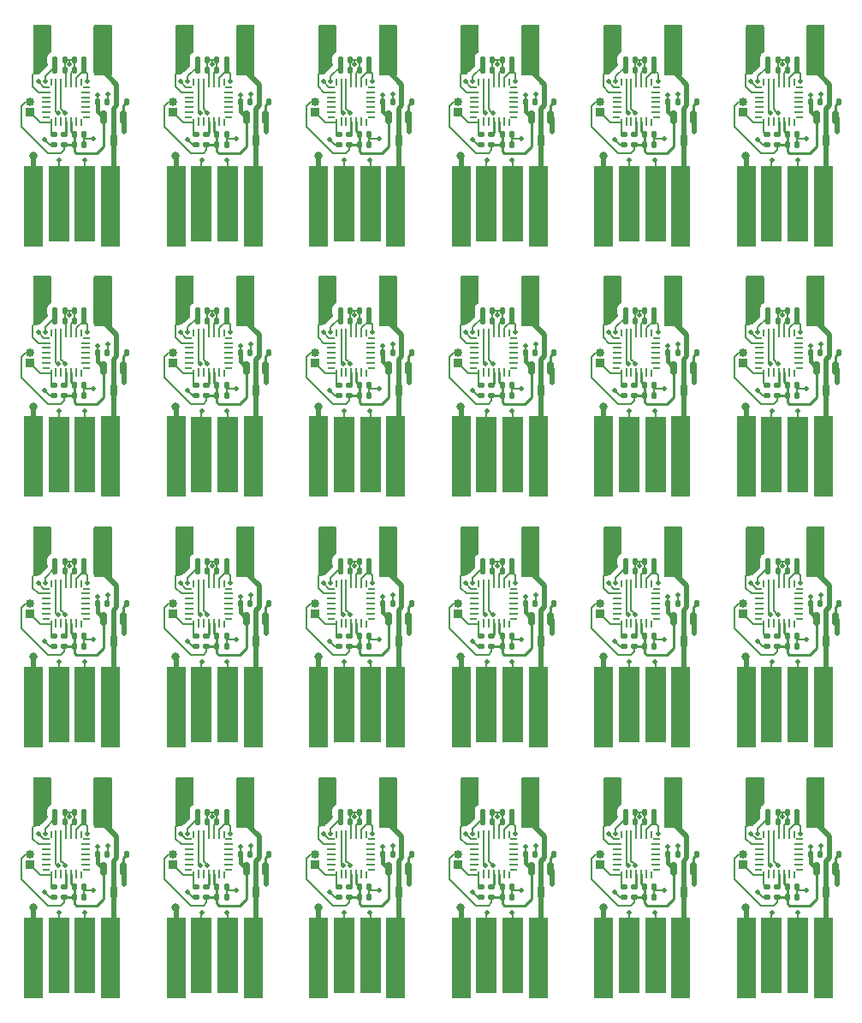
<source format=gbr>
%TF.GenerationSoftware,KiCad,Pcbnew,7.0.8*%
%TF.CreationDate,2024-02-11T12:05:52+00:00*%
%TF.ProjectId,QMK_controller_test,514d4b5f-636f-46e7-9472-6f6c6c65725f,rev?*%
%TF.SameCoordinates,Original*%
%TF.FileFunction,Copper,L1,Top*%
%TF.FilePolarity,Positive*%
%FSLAX46Y46*%
G04 Gerber Fmt 4.6, Leading zero omitted, Abs format (unit mm)*
G04 Created by KiCad (PCBNEW 7.0.8) date 2024-02-11 12:05:52*
%MOMM*%
%LPD*%
G01*
G04 APERTURE LIST*
G04 Aperture macros list*
%AMRoundRect*
0 Rectangle with rounded corners*
0 $1 Rounding radius*
0 $2 $3 $4 $5 $6 $7 $8 $9 X,Y pos of 4 corners*
0 Add a 4 corners polygon primitive as box body*
4,1,4,$2,$3,$4,$5,$6,$7,$8,$9,$2,$3,0*
0 Add four circle primitives for the rounded corners*
1,1,$1+$1,$2,$3*
1,1,$1+$1,$4,$5*
1,1,$1+$1,$6,$7*
1,1,$1+$1,$8,$9*
0 Add four rect primitives between the rounded corners*
20,1,$1+$1,$2,$3,$4,$5,0*
20,1,$1+$1,$4,$5,$6,$7,0*
20,1,$1+$1,$6,$7,$8,$9,0*
20,1,$1+$1,$8,$9,$2,$3,0*%
%AMFreePoly0*
4,1,14,0.230680,0.111820,0.364320,-0.021821,0.377500,-0.053642,0.377500,-0.080000,0.364320,-0.111820,0.332500,-0.125000,-0.332500,-0.125000,-0.364320,-0.111820,-0.377500,-0.080000,-0.377500,0.080000,-0.364320,0.111820,-0.332500,0.125000,0.198860,0.125000,0.230680,0.111820,0.230680,0.111820,$1*%
%AMFreePoly1*
4,1,14,0.364320,0.111820,0.377500,0.080000,0.377501,0.053640,0.364318,0.021819,0.230680,-0.111820,0.198860,-0.125000,-0.332500,-0.125000,-0.364320,-0.111820,-0.377500,-0.080000,-0.377500,0.080000,-0.364320,0.111820,-0.332500,0.125000,0.332500,0.125000,0.364320,0.111820,0.364320,0.111820,$1*%
%AMFreePoly2*
4,1,15,0.053642,0.377500,0.080000,0.377500,0.111820,0.364320,0.125000,0.332500,0.125000,-0.332500,0.111820,-0.364320,0.080000,-0.377500,-0.080000,-0.377500,-0.111820,-0.364320,-0.125000,-0.332500,-0.125000,0.198860,-0.111820,0.230680,0.021820,0.364320,0.053640,0.377501,0.053642,0.377500,0.053642,0.377500,$1*%
%AMFreePoly3*
4,1,14,-0.021820,0.364320,0.111820,0.230679,0.125001,0.198860,0.125000,-0.332500,0.111820,-0.364320,0.080000,-0.377500,-0.080000,-0.377500,-0.111820,-0.364320,-0.125000,-0.332500,-0.125000,0.332500,-0.111820,0.364320,-0.080000,0.377500,-0.053640,0.377500,-0.021820,0.364320,-0.021820,0.364320,$1*%
%AMFreePoly4*
4,1,14,0.364320,0.111820,0.377500,0.080000,0.377500,-0.080000,0.364320,-0.111820,0.332500,-0.125000,-0.198860,-0.125001,-0.230680,-0.111818,-0.364320,0.021820,-0.377500,0.053640,-0.377500,0.080000,-0.364320,0.111820,-0.332500,0.125000,0.332500,0.125000,0.364320,0.111820,0.364320,0.111820,$1*%
%AMFreePoly5*
4,1,15,-0.198858,0.125000,0.332500,0.125000,0.364320,0.111820,0.377500,0.080000,0.377500,-0.080000,0.364320,-0.111820,0.332500,-0.125000,-0.332500,-0.125000,-0.364320,-0.111820,-0.377500,-0.080000,-0.377500,-0.053640,-0.364320,-0.021820,-0.230680,0.111820,-0.198860,0.125001,-0.198858,0.125000,-0.198858,0.125000,$1*%
%AMFreePoly6*
4,1,14,0.111820,0.364320,0.125000,0.332500,0.125001,-0.198860,0.111818,-0.230680,-0.021820,-0.364320,-0.053640,-0.377500,-0.080000,-0.377500,-0.111820,-0.364320,-0.125000,-0.332500,-0.125000,0.332500,-0.111820,0.364320,-0.080000,0.377500,0.080000,0.377500,0.111820,0.364320,0.111820,0.364320,$1*%
%AMFreePoly7*
4,1,14,0.111820,0.364320,0.125000,0.332500,0.125000,-0.332500,0.111820,-0.364320,0.080000,-0.377500,0.053640,-0.377501,0.021819,-0.364318,-0.111820,-0.230680,-0.125000,-0.198860,-0.125000,0.332500,-0.111820,0.364320,-0.080000,0.377500,0.080000,0.377500,0.111820,0.364320,0.111820,0.364320,$1*%
G04 Aperture macros list end*
%TA.AperFunction,SMDPad,CuDef*%
%ADD10RoundRect,0.140000X-0.140000X-0.170000X0.140000X-0.170000X0.140000X0.170000X-0.140000X0.170000X0*%
%TD*%
%TA.AperFunction,SMDPad,CuDef*%
%ADD11RoundRect,0.150000X-0.150000X0.512500X-0.150000X-0.512500X0.150000X-0.512500X0.150000X0.512500X0*%
%TD*%
%TA.AperFunction,ComponentPad*%
%ADD12R,0.850000X0.850000*%
%TD*%
%TA.AperFunction,ComponentPad*%
%ADD13O,0.850000X0.850000*%
%TD*%
%TA.AperFunction,SMDPad,CuDef*%
%ADD14RoundRect,0.140000X0.140000X0.170000X-0.140000X0.170000X-0.140000X-0.170000X0.140000X-0.170000X0*%
%TD*%
%TA.AperFunction,SMDPad,CuDef*%
%ADD15RoundRect,0.135000X-0.185000X0.135000X-0.185000X-0.135000X0.185000X-0.135000X0.185000X0.135000X0*%
%TD*%
%TA.AperFunction,SMDPad,CuDef*%
%ADD16FreePoly0,90.000000*%
%TD*%
%TA.AperFunction,SMDPad,CuDef*%
%ADD17RoundRect,0.062500X0.062500X-0.375000X0.062500X0.375000X-0.062500X0.375000X-0.062500X-0.375000X0*%
%TD*%
%TA.AperFunction,SMDPad,CuDef*%
%ADD18FreePoly1,90.000000*%
%TD*%
%TA.AperFunction,SMDPad,CuDef*%
%ADD19FreePoly2,90.000000*%
%TD*%
%TA.AperFunction,SMDPad,CuDef*%
%ADD20RoundRect,0.062500X0.375000X-0.062500X0.375000X0.062500X-0.375000X0.062500X-0.375000X-0.062500X0*%
%TD*%
%TA.AperFunction,SMDPad,CuDef*%
%ADD21FreePoly3,90.000000*%
%TD*%
%TA.AperFunction,SMDPad,CuDef*%
%ADD22FreePoly4,90.000000*%
%TD*%
%TA.AperFunction,SMDPad,CuDef*%
%ADD23FreePoly5,90.000000*%
%TD*%
%TA.AperFunction,SMDPad,CuDef*%
%ADD24FreePoly6,90.000000*%
%TD*%
%TA.AperFunction,SMDPad,CuDef*%
%ADD25FreePoly7,90.000000*%
%TD*%
%TA.AperFunction,ConnectorPad*%
%ADD26R,1.900000X8.000000*%
%TD*%
%TA.AperFunction,ConnectorPad*%
%ADD27R,2.000000X7.500000*%
%TD*%
%TA.AperFunction,SMDPad,CuDef*%
%ADD28RoundRect,0.135000X0.185000X-0.135000X0.185000X0.135000X-0.185000X0.135000X-0.185000X-0.135000X0*%
%TD*%
%TA.AperFunction,ViaPad*%
%ADD29C,0.500000*%
%TD*%
%TA.AperFunction,ViaPad*%
%ADD30C,0.800000*%
%TD*%
%TA.AperFunction,Conductor*%
%ADD31C,0.508000*%
%TD*%
%TA.AperFunction,Conductor*%
%ADD32C,0.203200*%
%TD*%
%TA.AperFunction,Conductor*%
%ADD33C,0.177800*%
%TD*%
%TA.AperFunction,Conductor*%
%ADD34C,0.254000*%
%TD*%
%TA.AperFunction,Conductor*%
%ADD35C,0.381000*%
%TD*%
%TA.AperFunction,Conductor*%
%ADD36C,0.127000*%
%TD*%
G04 APERTURE END LIST*
D10*
%TO.P,C7,1*%
%TO.N,+3.3V*%
X156090000Y-111895000D03*
%TO.P,C7,2*%
%TO.N,GND*%
X157050000Y-111895000D03*
%TD*%
D11*
%TO.P,U2,1,GND*%
%TO.N,GND*%
X118600000Y-142357500D03*
%TO.P,U2,2,VO*%
%TO.N,+3.3V*%
X116700000Y-142357500D03*
%TO.P,U2,3,VI*%
%TO.N,+5V*%
X117650000Y-144632500D03*
%TD*%
D12*
%TO.P,J3,1,Pin_1*%
%TO.N,Net-(J3-Pin_1)*%
X109400000Y-67457500D03*
D13*
%TO.P,J3,2,Pin_2*%
%TO.N,+3.3V*%
X109400000Y-66457500D03*
%TD*%
D14*
%TO.P,C5,1*%
%TO.N,+3.3V*%
X126950000Y-137695000D03*
%TO.P,C5,2*%
%TO.N,GND*%
X125990000Y-137695000D03*
%TD*%
D11*
%TO.P,U2,1,GND*%
%TO.N,GND*%
X90400000Y-117557500D03*
%TO.P,U2,2,VO*%
%TO.N,+3.3V*%
X88500000Y-117557500D03*
%TO.P,U2,3,VI*%
%TO.N,+5V*%
X89450000Y-119832500D03*
%TD*%
D10*
%TO.P,C8,1*%
%TO.N,+3.3V*%
X156090000Y-63295000D03*
%TO.P,C8,2*%
%TO.N,GND*%
X157050000Y-63295000D03*
%TD*%
D11*
%TO.P,U2,1,GND*%
%TO.N,GND*%
X90400000Y-142357500D03*
%TO.P,U2,2,VO*%
%TO.N,+3.3V*%
X88500000Y-142357500D03*
%TO.P,U2,3,VI*%
%TO.N,+5V*%
X89450000Y-144632500D03*
%TD*%
D10*
%TO.P,C3,1*%
%TO.N,+3.3V*%
X99690000Y-70695000D03*
%TO.P,C3,2*%
%TO.N,GND*%
X100650000Y-70695000D03*
%TD*%
D11*
%TO.P,U2,1,GND*%
%TO.N,GND*%
X132700000Y-92757500D03*
%TO.P,U2,2,VO*%
%TO.N,+3.3V*%
X130800000Y-92757500D03*
%TO.P,U2,3,VI*%
%TO.N,+5V*%
X131750000Y-95032500D03*
%TD*%
%TO.P,U2,1,GND*%
%TO.N,GND*%
X132700000Y-117557500D03*
%TO.P,U2,2,VO*%
%TO.N,+3.3V*%
X130800000Y-117557500D03*
%TO.P,U2,3,VI*%
%TO.N,+5V*%
X131750000Y-119832500D03*
%TD*%
D14*
%TO.P,C6,1*%
%TO.N,+3.3V*%
X126950000Y-111895000D03*
%TO.P,C6,2*%
%TO.N,GND*%
X125990000Y-111895000D03*
%TD*%
D15*
%TO.P,R2,1*%
%TO.N,Net-(J3-Pin_1)*%
X83550000Y-119287500D03*
%TO.P,R2,2*%
%TO.N,GND*%
X83550000Y-120307500D03*
%TD*%
D16*
%TO.P,U1,1,PB8*%
%TO.N,Net-(J3-Pin_1)*%
X97370000Y-118092500D03*
D17*
%TO.P,U1,2,PF0*%
%TO.N,unconnected-(U1-PF0-Pad2)*%
X97870000Y-118032500D03*
%TO.P,U1,3,PF1*%
%TO.N,unconnected-(U1-PF1-Pad3)*%
X98370000Y-118032500D03*
%TO.P,U1,4,NRST*%
%TO.N,Net-(U1-NRST)*%
X98870000Y-118032500D03*
%TO.P,U1,5,VDDA*%
%TO.N,+3.3V*%
X99370000Y-118032500D03*
%TO.P,U1,6,PA0*%
%TO.N,unconnected-(U1-PA0-Pad6)*%
X99870000Y-118032500D03*
D18*
%TO.P,U1,7,PA1*%
%TO.N,unconnected-(U1-PA1-Pad7)*%
X100370000Y-118092500D03*
D19*
%TO.P,U1,8,PA2*%
%TO.N,unconnected-(U1-PA2-Pad8)*%
X100867500Y-117595000D03*
D20*
%TO.P,U1,9,PA3*%
%TO.N,unconnected-(U1-PA3-Pad9)*%
X100807500Y-117095000D03*
%TO.P,U1,10,PA4*%
%TO.N,unconnected-(U1-PA4-Pad10)*%
X100807500Y-116595000D03*
%TO.P,U1,11,PA5*%
%TO.N,unconnected-(U1-PA5-Pad11)*%
X100807500Y-116095000D03*
%TO.P,U1,12,PA6*%
%TO.N,unconnected-(U1-PA6-Pad12)*%
X100807500Y-115595000D03*
%TO.P,U1,13,PA7*%
%TO.N,unconnected-(U1-PA7-Pad13)*%
X100807500Y-115095000D03*
D21*
%TO.P,U1,14,PB0*%
%TO.N,unconnected-(U1-PB0-Pad14)*%
X100867500Y-114595000D03*
D22*
%TO.P,U1,15,PB1*%
%TO.N,unconnected-(U1-PB1-Pad15)*%
X100370000Y-114097500D03*
D17*
%TO.P,U1,16,VSSA*%
%TO.N,GND*%
X99870000Y-114157500D03*
%TO.P,U1,17,VDD*%
%TO.N,+3.3V*%
X99370000Y-114157500D03*
%TO.P,U1,18,VDDIO2*%
X98870000Y-114157500D03*
%TO.P,U1,19,PA9/PA11*%
%TO.N,/USB_D-*%
X98370000Y-114157500D03*
%TO.P,U1,20,PA10/PA12*%
%TO.N,/USB_D+*%
X97870000Y-114157500D03*
D23*
%TO.P,U1,21,PA13*%
%TO.N,unconnected-(U1-PA13-Pad21)*%
X97370000Y-114097500D03*
D24*
%TO.P,U1,22,PA14*%
%TO.N,/TERM_DATA*%
X96872500Y-114595000D03*
D20*
%TO.P,U1,23,PA15*%
%TO.N,/TERM_CLOCK*%
X96932500Y-115095000D03*
%TO.P,U1,24,PB3*%
%TO.N,unconnected-(U1-PB3-Pad24)*%
X96932500Y-115595000D03*
%TO.P,U1,25,PB4*%
%TO.N,unconnected-(U1-PB4-Pad25)*%
X96932500Y-116095000D03*
%TO.P,U1,26,PB5*%
%TO.N,unconnected-(U1-PB5-Pad26)*%
X96932500Y-116595000D03*
%TO.P,U1,27,PB6*%
%TO.N,unconnected-(U1-PB6-Pad27)*%
X96932500Y-117095000D03*
D25*
%TO.P,U1,28,PB7*%
%TO.N,unconnected-(U1-PB7-Pad28)*%
X96872500Y-117595000D03*
%TD*%
D10*
%TO.P,C2,1*%
%TO.N,+3.3V*%
X144290000Y-66495000D03*
%TO.P,C2,2*%
%TO.N,GND*%
X145250000Y-66495000D03*
%TD*%
%TO.P,C7,1*%
%TO.N,+3.3V*%
X113790000Y-136695000D03*
%TO.P,C7,2*%
%TO.N,GND*%
X114750000Y-136695000D03*
%TD*%
%TO.P,C1,1*%
%TO.N,+5V*%
X160270000Y-66495000D03*
%TO.P,C1,2*%
%TO.N,GND*%
X161230000Y-66495000D03*
%TD*%
D26*
%TO.P,J1,1,VBUS*%
%TO.N,+5V*%
X117360000Y-126350000D03*
D27*
%TO.P,J1,2,D-*%
%TO.N,/USB_D-*%
X114850000Y-126100000D03*
%TO.P,J1,3,D+*%
%TO.N,/USB_D+*%
X112250000Y-126100000D03*
D26*
%TO.P,J1,4,GND*%
%TO.N,GND*%
X109740000Y-126350000D03*
%TD*%
D10*
%TO.P,C7,1*%
%TO.N,+3.3V*%
X156090000Y-136695000D03*
%TO.P,C7,2*%
%TO.N,GND*%
X157050000Y-136695000D03*
%TD*%
D14*
%TO.P,C6,1*%
%TO.N,+3.3V*%
X84650000Y-87095000D03*
%TO.P,C6,2*%
%TO.N,GND*%
X83690000Y-87095000D03*
%TD*%
%TO.P,C5,1*%
%TO.N,+3.3V*%
X98750000Y-112895000D03*
%TO.P,C5,2*%
%TO.N,GND*%
X97790000Y-112895000D03*
%TD*%
D10*
%TO.P,C8,1*%
%TO.N,+3.3V*%
X85590000Y-88095000D03*
%TO.P,C8,2*%
%TO.N,GND*%
X86550000Y-88095000D03*
%TD*%
D14*
%TO.P,C6,1*%
%TO.N,+3.3V*%
X84650000Y-62295000D03*
%TO.P,C6,2*%
%TO.N,GND*%
X83690000Y-62295000D03*
%TD*%
D10*
%TO.P,C3,1*%
%TO.N,+3.3V*%
X141990000Y-70695000D03*
%TO.P,C3,2*%
%TO.N,GND*%
X142950000Y-70695000D03*
%TD*%
%TO.P,C1,1*%
%TO.N,+5V*%
X103870000Y-140895000D03*
%TO.P,C1,2*%
%TO.N,GND*%
X104830000Y-140895000D03*
%TD*%
D26*
%TO.P,J1,1,VBUS*%
%TO.N,+5V*%
X131460000Y-101550000D03*
D27*
%TO.P,J1,2,D-*%
%TO.N,/USB_D-*%
X128950000Y-101300000D03*
%TO.P,J1,3,D+*%
%TO.N,/USB_D+*%
X126350000Y-101300000D03*
D26*
%TO.P,J1,4,GND*%
%TO.N,GND*%
X123840000Y-101550000D03*
%TD*%
D11*
%TO.P,U2,1,GND*%
%TO.N,GND*%
X118600000Y-117557500D03*
%TO.P,U2,2,VO*%
%TO.N,+3.3V*%
X116700000Y-117557500D03*
%TO.P,U2,3,VI*%
%TO.N,+5V*%
X117650000Y-119832500D03*
%TD*%
%TO.P,U2,1,GND*%
%TO.N,GND*%
X104500000Y-92757500D03*
%TO.P,U2,2,VO*%
%TO.N,+3.3V*%
X102600000Y-92757500D03*
%TO.P,U2,3,VI*%
%TO.N,+5V*%
X103550000Y-95032500D03*
%TD*%
%TO.P,U2,1,GND*%
%TO.N,GND*%
X146800000Y-67957500D03*
%TO.P,U2,2,VO*%
%TO.N,+3.3V*%
X144900000Y-67957500D03*
%TO.P,U2,3,VI*%
%TO.N,+5V*%
X145850000Y-70232500D03*
%TD*%
D10*
%TO.P,C4,1*%
%TO.N,+3.3V*%
X113790000Y-119295000D03*
%TO.P,C4,2*%
%TO.N,GND*%
X114750000Y-119295000D03*
%TD*%
D28*
%TO.P,R1,1*%
%TO.N,+3.3V*%
X126870000Y-120305000D03*
%TO.P,R1,2*%
%TO.N,Net-(U1-NRST)*%
X126870000Y-119285000D03*
%TD*%
D10*
%TO.P,C2,1*%
%TO.N,+3.3V*%
X116090000Y-91295000D03*
%TO.P,C2,2*%
%TO.N,GND*%
X117050000Y-91295000D03*
%TD*%
D16*
%TO.P,U1,1,PB8*%
%TO.N,Net-(J3-Pin_1)*%
X83270000Y-118092500D03*
D17*
%TO.P,U1,2,PF0*%
%TO.N,unconnected-(U1-PF0-Pad2)*%
X83770000Y-118032500D03*
%TO.P,U1,3,PF1*%
%TO.N,unconnected-(U1-PF1-Pad3)*%
X84270000Y-118032500D03*
%TO.P,U1,4,NRST*%
%TO.N,Net-(U1-NRST)*%
X84770000Y-118032500D03*
%TO.P,U1,5,VDDA*%
%TO.N,+3.3V*%
X85270000Y-118032500D03*
%TO.P,U1,6,PA0*%
%TO.N,unconnected-(U1-PA0-Pad6)*%
X85770000Y-118032500D03*
D18*
%TO.P,U1,7,PA1*%
%TO.N,unconnected-(U1-PA1-Pad7)*%
X86270000Y-118092500D03*
D19*
%TO.P,U1,8,PA2*%
%TO.N,unconnected-(U1-PA2-Pad8)*%
X86767500Y-117595000D03*
D20*
%TO.P,U1,9,PA3*%
%TO.N,unconnected-(U1-PA3-Pad9)*%
X86707500Y-117095000D03*
%TO.P,U1,10,PA4*%
%TO.N,unconnected-(U1-PA4-Pad10)*%
X86707500Y-116595000D03*
%TO.P,U1,11,PA5*%
%TO.N,unconnected-(U1-PA5-Pad11)*%
X86707500Y-116095000D03*
%TO.P,U1,12,PA6*%
%TO.N,unconnected-(U1-PA6-Pad12)*%
X86707500Y-115595000D03*
%TO.P,U1,13,PA7*%
%TO.N,unconnected-(U1-PA7-Pad13)*%
X86707500Y-115095000D03*
D21*
%TO.P,U1,14,PB0*%
%TO.N,unconnected-(U1-PB0-Pad14)*%
X86767500Y-114595000D03*
D22*
%TO.P,U1,15,PB1*%
%TO.N,unconnected-(U1-PB1-Pad15)*%
X86270000Y-114097500D03*
D17*
%TO.P,U1,16,VSSA*%
%TO.N,GND*%
X85770000Y-114157500D03*
%TO.P,U1,17,VDD*%
%TO.N,+3.3V*%
X85270000Y-114157500D03*
%TO.P,U1,18,VDDIO2*%
X84770000Y-114157500D03*
%TO.P,U1,19,PA9/PA11*%
%TO.N,/USB_D-*%
X84270000Y-114157500D03*
%TO.P,U1,20,PA10/PA12*%
%TO.N,/USB_D+*%
X83770000Y-114157500D03*
D23*
%TO.P,U1,21,PA13*%
%TO.N,unconnected-(U1-PA13-Pad21)*%
X83270000Y-114097500D03*
D24*
%TO.P,U1,22,PA14*%
%TO.N,/TERM_DATA*%
X82772500Y-114595000D03*
D20*
%TO.P,U1,23,PA15*%
%TO.N,/TERM_CLOCK*%
X82832500Y-115095000D03*
%TO.P,U1,24,PB3*%
%TO.N,unconnected-(U1-PB3-Pad24)*%
X82832500Y-115595000D03*
%TO.P,U1,25,PB4*%
%TO.N,unconnected-(U1-PB4-Pad25)*%
X82832500Y-116095000D03*
%TO.P,U1,26,PB5*%
%TO.N,unconnected-(U1-PB5-Pad26)*%
X82832500Y-116595000D03*
%TO.P,U1,27,PB6*%
%TO.N,unconnected-(U1-PB6-Pad27)*%
X82832500Y-117095000D03*
D25*
%TO.P,U1,28,PB7*%
%TO.N,unconnected-(U1-PB7-Pad28)*%
X82772500Y-117595000D03*
%TD*%
D10*
%TO.P,C4,1*%
%TO.N,+3.3V*%
X127890000Y-119295000D03*
%TO.P,C4,2*%
%TO.N,GND*%
X128850000Y-119295000D03*
%TD*%
D12*
%TO.P,J3,1,Pin_1*%
%TO.N,Net-(J3-Pin_1)*%
X95300000Y-92257500D03*
D13*
%TO.P,J3,2,Pin_2*%
%TO.N,+3.3V*%
X95300000Y-91257500D03*
%TD*%
D10*
%TO.P,C1,1*%
%TO.N,+5V*%
X160270000Y-116095000D03*
%TO.P,C1,2*%
%TO.N,GND*%
X161230000Y-116095000D03*
%TD*%
%TO.P,C2,1*%
%TO.N,+3.3V*%
X87890000Y-140895000D03*
%TO.P,C2,2*%
%TO.N,GND*%
X88850000Y-140895000D03*
%TD*%
D14*
%TO.P,C6,1*%
%TO.N,+3.3V*%
X126950000Y-87095000D03*
%TO.P,C6,2*%
%TO.N,GND*%
X125990000Y-87095000D03*
%TD*%
D10*
%TO.P,C2,1*%
%TO.N,+3.3V*%
X87890000Y-91295000D03*
%TO.P,C2,2*%
%TO.N,GND*%
X88850000Y-91295000D03*
%TD*%
%TO.P,C8,1*%
%TO.N,+3.3V*%
X156090000Y-112895000D03*
%TO.P,C8,2*%
%TO.N,GND*%
X157050000Y-112895000D03*
%TD*%
D16*
%TO.P,U1,1,PB8*%
%TO.N,Net-(J3-Pin_1)*%
X139670000Y-93292500D03*
D17*
%TO.P,U1,2,PF0*%
%TO.N,unconnected-(U1-PF0-Pad2)*%
X140170000Y-93232500D03*
%TO.P,U1,3,PF1*%
%TO.N,unconnected-(U1-PF1-Pad3)*%
X140670000Y-93232500D03*
%TO.P,U1,4,NRST*%
%TO.N,Net-(U1-NRST)*%
X141170000Y-93232500D03*
%TO.P,U1,5,VDDA*%
%TO.N,+3.3V*%
X141670000Y-93232500D03*
%TO.P,U1,6,PA0*%
%TO.N,unconnected-(U1-PA0-Pad6)*%
X142170000Y-93232500D03*
D18*
%TO.P,U1,7,PA1*%
%TO.N,unconnected-(U1-PA1-Pad7)*%
X142670000Y-93292500D03*
D19*
%TO.P,U1,8,PA2*%
%TO.N,unconnected-(U1-PA2-Pad8)*%
X143167500Y-92795000D03*
D20*
%TO.P,U1,9,PA3*%
%TO.N,unconnected-(U1-PA3-Pad9)*%
X143107500Y-92295000D03*
%TO.P,U1,10,PA4*%
%TO.N,unconnected-(U1-PA4-Pad10)*%
X143107500Y-91795000D03*
%TO.P,U1,11,PA5*%
%TO.N,unconnected-(U1-PA5-Pad11)*%
X143107500Y-91295000D03*
%TO.P,U1,12,PA6*%
%TO.N,unconnected-(U1-PA6-Pad12)*%
X143107500Y-90795000D03*
%TO.P,U1,13,PA7*%
%TO.N,unconnected-(U1-PA7-Pad13)*%
X143107500Y-90295000D03*
D21*
%TO.P,U1,14,PB0*%
%TO.N,unconnected-(U1-PB0-Pad14)*%
X143167500Y-89795000D03*
D22*
%TO.P,U1,15,PB1*%
%TO.N,unconnected-(U1-PB1-Pad15)*%
X142670000Y-89297500D03*
D17*
%TO.P,U1,16,VSSA*%
%TO.N,GND*%
X142170000Y-89357500D03*
%TO.P,U1,17,VDD*%
%TO.N,+3.3V*%
X141670000Y-89357500D03*
%TO.P,U1,18,VDDIO2*%
X141170000Y-89357500D03*
%TO.P,U1,19,PA9/PA11*%
%TO.N,/USB_D-*%
X140670000Y-89357500D03*
%TO.P,U1,20,PA10/PA12*%
%TO.N,/USB_D+*%
X140170000Y-89357500D03*
D23*
%TO.P,U1,21,PA13*%
%TO.N,unconnected-(U1-PA13-Pad21)*%
X139670000Y-89297500D03*
D24*
%TO.P,U1,22,PA14*%
%TO.N,/TERM_DATA*%
X139172500Y-89795000D03*
D20*
%TO.P,U1,23,PA15*%
%TO.N,/TERM_CLOCK*%
X139232500Y-90295000D03*
%TO.P,U1,24,PB3*%
%TO.N,unconnected-(U1-PB3-Pad24)*%
X139232500Y-90795000D03*
%TO.P,U1,25,PB4*%
%TO.N,unconnected-(U1-PB4-Pad25)*%
X139232500Y-91295000D03*
%TO.P,U1,26,PB5*%
%TO.N,unconnected-(U1-PB5-Pad26)*%
X139232500Y-91795000D03*
%TO.P,U1,27,PB6*%
%TO.N,unconnected-(U1-PB6-Pad27)*%
X139232500Y-92295000D03*
D25*
%TO.P,U1,28,PB7*%
%TO.N,unconnected-(U1-PB7-Pad28)*%
X139172500Y-92795000D03*
%TD*%
D14*
%TO.P,C6,1*%
%TO.N,+3.3V*%
X98750000Y-62295000D03*
%TO.P,C6,2*%
%TO.N,GND*%
X97790000Y-62295000D03*
%TD*%
D28*
%TO.P,R1,1*%
%TO.N,+3.3V*%
X126870000Y-145105000D03*
%TO.P,R1,2*%
%TO.N,Net-(U1-NRST)*%
X126870000Y-144085000D03*
%TD*%
D26*
%TO.P,J1,1,VBUS*%
%TO.N,+5V*%
X89160000Y-126350000D03*
D27*
%TO.P,J1,2,D-*%
%TO.N,/USB_D-*%
X86650000Y-126100000D03*
%TO.P,J1,3,D+*%
%TO.N,/USB_D+*%
X84050000Y-126100000D03*
D26*
%TO.P,J1,4,GND*%
%TO.N,GND*%
X81540000Y-126350000D03*
%TD*%
D10*
%TO.P,C8,1*%
%TO.N,+3.3V*%
X85590000Y-63295000D03*
%TO.P,C8,2*%
%TO.N,GND*%
X86550000Y-63295000D03*
%TD*%
D11*
%TO.P,U2,1,GND*%
%TO.N,GND*%
X160900000Y-92757500D03*
%TO.P,U2,2,VO*%
%TO.N,+3.3V*%
X159000000Y-92757500D03*
%TO.P,U2,3,VI*%
%TO.N,+5V*%
X159950000Y-95032500D03*
%TD*%
D10*
%TO.P,C4,1*%
%TO.N,+3.3V*%
X141990000Y-69695000D03*
%TO.P,C4,2*%
%TO.N,GND*%
X142950000Y-69695000D03*
%TD*%
D28*
%TO.P,R1,1*%
%TO.N,+3.3V*%
X112770000Y-70705000D03*
%TO.P,R1,2*%
%TO.N,Net-(U1-NRST)*%
X112770000Y-69685000D03*
%TD*%
D15*
%TO.P,R2,1*%
%TO.N,Net-(J3-Pin_1)*%
X125850000Y-119287500D03*
%TO.P,R2,2*%
%TO.N,GND*%
X125850000Y-120307500D03*
%TD*%
D10*
%TO.P,C1,1*%
%TO.N,+5V*%
X132070000Y-66495000D03*
%TO.P,C1,2*%
%TO.N,GND*%
X133030000Y-66495000D03*
%TD*%
D28*
%TO.P,R1,1*%
%TO.N,+3.3V*%
X98670000Y-95505000D03*
%TO.P,R1,2*%
%TO.N,Net-(U1-NRST)*%
X98670000Y-94485000D03*
%TD*%
D10*
%TO.P,C8,1*%
%TO.N,+3.3V*%
X113790000Y-88095000D03*
%TO.P,C8,2*%
%TO.N,GND*%
X114750000Y-88095000D03*
%TD*%
D15*
%TO.P,R2,1*%
%TO.N,Net-(J3-Pin_1)*%
X154050000Y-144087500D03*
%TO.P,R2,2*%
%TO.N,GND*%
X154050000Y-145107500D03*
%TD*%
D10*
%TO.P,C3,1*%
%TO.N,+3.3V*%
X156090000Y-145095000D03*
%TO.P,C3,2*%
%TO.N,GND*%
X157050000Y-145095000D03*
%TD*%
D14*
%TO.P,C5,1*%
%TO.N,+3.3V*%
X98750000Y-63295000D03*
%TO.P,C5,2*%
%TO.N,GND*%
X97790000Y-63295000D03*
%TD*%
D10*
%TO.P,C2,1*%
%TO.N,+3.3V*%
X130190000Y-116095000D03*
%TO.P,C2,2*%
%TO.N,GND*%
X131150000Y-116095000D03*
%TD*%
D15*
%TO.P,R2,1*%
%TO.N,Net-(J3-Pin_1)*%
X125850000Y-94487500D03*
%TO.P,R2,2*%
%TO.N,GND*%
X125850000Y-95507500D03*
%TD*%
%TO.P,R2,1*%
%TO.N,Net-(J3-Pin_1)*%
X111750000Y-119287500D03*
%TO.P,R2,2*%
%TO.N,GND*%
X111750000Y-120307500D03*
%TD*%
D10*
%TO.P,C3,1*%
%TO.N,+3.3V*%
X85590000Y-70695000D03*
%TO.P,C3,2*%
%TO.N,GND*%
X86550000Y-70695000D03*
%TD*%
%TO.P,C3,1*%
%TO.N,+3.3V*%
X127890000Y-145095000D03*
%TO.P,C3,2*%
%TO.N,GND*%
X128850000Y-145095000D03*
%TD*%
D14*
%TO.P,C6,1*%
%TO.N,+3.3V*%
X98750000Y-111895000D03*
%TO.P,C6,2*%
%TO.N,GND*%
X97790000Y-111895000D03*
%TD*%
%TO.P,C6,1*%
%TO.N,+3.3V*%
X98750000Y-136695000D03*
%TO.P,C6,2*%
%TO.N,GND*%
X97790000Y-136695000D03*
%TD*%
D10*
%TO.P,C4,1*%
%TO.N,+3.3V*%
X113790000Y-144095000D03*
%TO.P,C4,2*%
%TO.N,GND*%
X114750000Y-144095000D03*
%TD*%
D12*
%TO.P,J3,1,Pin_1*%
%TO.N,Net-(J3-Pin_1)*%
X81200000Y-141857500D03*
D13*
%TO.P,J3,2,Pin_2*%
%TO.N,+3.3V*%
X81200000Y-140857500D03*
%TD*%
D28*
%TO.P,R1,1*%
%TO.N,+3.3V*%
X140970000Y-95505000D03*
%TO.P,R1,2*%
%TO.N,Net-(U1-NRST)*%
X140970000Y-94485000D03*
%TD*%
D10*
%TO.P,C4,1*%
%TO.N,+3.3V*%
X127890000Y-144095000D03*
%TO.P,C4,2*%
%TO.N,GND*%
X128850000Y-144095000D03*
%TD*%
%TO.P,C2,1*%
%TO.N,+3.3V*%
X101990000Y-140895000D03*
%TO.P,C2,2*%
%TO.N,GND*%
X102950000Y-140895000D03*
%TD*%
%TO.P,C8,1*%
%TO.N,+3.3V*%
X99690000Y-137695000D03*
%TO.P,C8,2*%
%TO.N,GND*%
X100650000Y-137695000D03*
%TD*%
%TO.P,C7,1*%
%TO.N,+3.3V*%
X156090000Y-87095000D03*
%TO.P,C7,2*%
%TO.N,GND*%
X157050000Y-87095000D03*
%TD*%
D11*
%TO.P,U2,1,GND*%
%TO.N,GND*%
X160900000Y-67957500D03*
%TO.P,U2,2,VO*%
%TO.N,+3.3V*%
X159000000Y-67957500D03*
%TO.P,U2,3,VI*%
%TO.N,+5V*%
X159950000Y-70232500D03*
%TD*%
D10*
%TO.P,C7,1*%
%TO.N,+3.3V*%
X127890000Y-62295000D03*
%TO.P,C7,2*%
%TO.N,GND*%
X128850000Y-62295000D03*
%TD*%
D15*
%TO.P,R2,1*%
%TO.N,Net-(J3-Pin_1)*%
X97650000Y-119287500D03*
%TO.P,R2,2*%
%TO.N,GND*%
X97650000Y-120307500D03*
%TD*%
D14*
%TO.P,C6,1*%
%TO.N,+3.3V*%
X112850000Y-136695000D03*
%TO.P,C6,2*%
%TO.N,GND*%
X111890000Y-136695000D03*
%TD*%
D10*
%TO.P,C1,1*%
%TO.N,+5V*%
X117970000Y-66495000D03*
%TO.P,C1,2*%
%TO.N,GND*%
X118930000Y-66495000D03*
%TD*%
%TO.P,C4,1*%
%TO.N,+3.3V*%
X85590000Y-94495000D03*
%TO.P,C4,2*%
%TO.N,GND*%
X86550000Y-94495000D03*
%TD*%
%TO.P,C2,1*%
%TO.N,+3.3V*%
X130190000Y-91295000D03*
%TO.P,C2,2*%
%TO.N,GND*%
X131150000Y-91295000D03*
%TD*%
D26*
%TO.P,J1,1,VBUS*%
%TO.N,+5V*%
X145560000Y-101550000D03*
D27*
%TO.P,J1,2,D-*%
%TO.N,/USB_D-*%
X143050000Y-101300000D03*
%TO.P,J1,3,D+*%
%TO.N,/USB_D+*%
X140450000Y-101300000D03*
D26*
%TO.P,J1,4,GND*%
%TO.N,GND*%
X137940000Y-101550000D03*
%TD*%
D15*
%TO.P,R2,1*%
%TO.N,Net-(J3-Pin_1)*%
X97650000Y-94487500D03*
%TO.P,R2,2*%
%TO.N,GND*%
X97650000Y-95507500D03*
%TD*%
D10*
%TO.P,C2,1*%
%TO.N,+3.3V*%
X101990000Y-66495000D03*
%TO.P,C2,2*%
%TO.N,GND*%
X102950000Y-66495000D03*
%TD*%
D12*
%TO.P,J3,1,Pin_1*%
%TO.N,Net-(J3-Pin_1)*%
X137600000Y-117057500D03*
D13*
%TO.P,J3,2,Pin_2*%
%TO.N,+3.3V*%
X137600000Y-116057500D03*
%TD*%
D26*
%TO.P,J1,1,VBUS*%
%TO.N,+5V*%
X117360000Y-101550000D03*
D27*
%TO.P,J1,2,D-*%
%TO.N,/USB_D-*%
X114850000Y-101300000D03*
%TO.P,J1,3,D+*%
%TO.N,/USB_D+*%
X112250000Y-101300000D03*
D26*
%TO.P,J1,4,GND*%
%TO.N,GND*%
X109740000Y-101550000D03*
%TD*%
D12*
%TO.P,J3,1,Pin_1*%
%TO.N,Net-(J3-Pin_1)*%
X123500000Y-117057500D03*
D13*
%TO.P,J3,2,Pin_2*%
%TO.N,+3.3V*%
X123500000Y-116057500D03*
%TD*%
D10*
%TO.P,C2,1*%
%TO.N,+3.3V*%
X101990000Y-91295000D03*
%TO.P,C2,2*%
%TO.N,GND*%
X102950000Y-91295000D03*
%TD*%
D14*
%TO.P,C6,1*%
%TO.N,+3.3V*%
X98750000Y-87095000D03*
%TO.P,C6,2*%
%TO.N,GND*%
X97790000Y-87095000D03*
%TD*%
D10*
%TO.P,C4,1*%
%TO.N,+3.3V*%
X141990000Y-144095000D03*
%TO.P,C4,2*%
%TO.N,GND*%
X142950000Y-144095000D03*
%TD*%
D14*
%TO.P,C6,1*%
%TO.N,+3.3V*%
X155150000Y-136695000D03*
%TO.P,C6,2*%
%TO.N,GND*%
X154190000Y-136695000D03*
%TD*%
D10*
%TO.P,C3,1*%
%TO.N,+3.3V*%
X156090000Y-95495000D03*
%TO.P,C3,2*%
%TO.N,GND*%
X157050000Y-95495000D03*
%TD*%
D14*
%TO.P,C6,1*%
%TO.N,+3.3V*%
X112850000Y-87095000D03*
%TO.P,C6,2*%
%TO.N,GND*%
X111890000Y-87095000D03*
%TD*%
D16*
%TO.P,U1,1,PB8*%
%TO.N,Net-(J3-Pin_1)*%
X125570000Y-118092500D03*
D17*
%TO.P,U1,2,PF0*%
%TO.N,unconnected-(U1-PF0-Pad2)*%
X126070000Y-118032500D03*
%TO.P,U1,3,PF1*%
%TO.N,unconnected-(U1-PF1-Pad3)*%
X126570000Y-118032500D03*
%TO.P,U1,4,NRST*%
%TO.N,Net-(U1-NRST)*%
X127070000Y-118032500D03*
%TO.P,U1,5,VDDA*%
%TO.N,+3.3V*%
X127570000Y-118032500D03*
%TO.P,U1,6,PA0*%
%TO.N,unconnected-(U1-PA0-Pad6)*%
X128070000Y-118032500D03*
D18*
%TO.P,U1,7,PA1*%
%TO.N,unconnected-(U1-PA1-Pad7)*%
X128570000Y-118092500D03*
D19*
%TO.P,U1,8,PA2*%
%TO.N,unconnected-(U1-PA2-Pad8)*%
X129067500Y-117595000D03*
D20*
%TO.P,U1,9,PA3*%
%TO.N,unconnected-(U1-PA3-Pad9)*%
X129007500Y-117095000D03*
%TO.P,U1,10,PA4*%
%TO.N,unconnected-(U1-PA4-Pad10)*%
X129007500Y-116595000D03*
%TO.P,U1,11,PA5*%
%TO.N,unconnected-(U1-PA5-Pad11)*%
X129007500Y-116095000D03*
%TO.P,U1,12,PA6*%
%TO.N,unconnected-(U1-PA6-Pad12)*%
X129007500Y-115595000D03*
%TO.P,U1,13,PA7*%
%TO.N,unconnected-(U1-PA7-Pad13)*%
X129007500Y-115095000D03*
D21*
%TO.P,U1,14,PB0*%
%TO.N,unconnected-(U1-PB0-Pad14)*%
X129067500Y-114595000D03*
D22*
%TO.P,U1,15,PB1*%
%TO.N,unconnected-(U1-PB1-Pad15)*%
X128570000Y-114097500D03*
D17*
%TO.P,U1,16,VSSA*%
%TO.N,GND*%
X128070000Y-114157500D03*
%TO.P,U1,17,VDD*%
%TO.N,+3.3V*%
X127570000Y-114157500D03*
%TO.P,U1,18,VDDIO2*%
X127070000Y-114157500D03*
%TO.P,U1,19,PA9/PA11*%
%TO.N,/USB_D-*%
X126570000Y-114157500D03*
%TO.P,U1,20,PA10/PA12*%
%TO.N,/USB_D+*%
X126070000Y-114157500D03*
D23*
%TO.P,U1,21,PA13*%
%TO.N,unconnected-(U1-PA13-Pad21)*%
X125570000Y-114097500D03*
D24*
%TO.P,U1,22,PA14*%
%TO.N,/TERM_DATA*%
X125072500Y-114595000D03*
D20*
%TO.P,U1,23,PA15*%
%TO.N,/TERM_CLOCK*%
X125132500Y-115095000D03*
%TO.P,U1,24,PB3*%
%TO.N,unconnected-(U1-PB3-Pad24)*%
X125132500Y-115595000D03*
%TO.P,U1,25,PB4*%
%TO.N,unconnected-(U1-PB4-Pad25)*%
X125132500Y-116095000D03*
%TO.P,U1,26,PB5*%
%TO.N,unconnected-(U1-PB5-Pad26)*%
X125132500Y-116595000D03*
%TO.P,U1,27,PB6*%
%TO.N,unconnected-(U1-PB6-Pad27)*%
X125132500Y-117095000D03*
D25*
%TO.P,U1,28,PB7*%
%TO.N,unconnected-(U1-PB7-Pad28)*%
X125072500Y-117595000D03*
%TD*%
D28*
%TO.P,R1,1*%
%TO.N,+3.3V*%
X126870000Y-70705000D03*
%TO.P,R1,2*%
%TO.N,Net-(U1-NRST)*%
X126870000Y-69685000D03*
%TD*%
D14*
%TO.P,C6,1*%
%TO.N,+3.3V*%
X155150000Y-62295000D03*
%TO.P,C6,2*%
%TO.N,GND*%
X154190000Y-62295000D03*
%TD*%
D10*
%TO.P,C1,1*%
%TO.N,+5V*%
X117970000Y-91295000D03*
%TO.P,C1,2*%
%TO.N,GND*%
X118930000Y-91295000D03*
%TD*%
%TO.P,C8,1*%
%TO.N,+3.3V*%
X127890000Y-63295000D03*
%TO.P,C8,2*%
%TO.N,GND*%
X128850000Y-63295000D03*
%TD*%
%TO.P,C8,1*%
%TO.N,+3.3V*%
X127890000Y-112895000D03*
%TO.P,C8,2*%
%TO.N,GND*%
X128850000Y-112895000D03*
%TD*%
D16*
%TO.P,U1,1,PB8*%
%TO.N,Net-(J3-Pin_1)*%
X125570000Y-68492500D03*
D17*
%TO.P,U1,2,PF0*%
%TO.N,unconnected-(U1-PF0-Pad2)*%
X126070000Y-68432500D03*
%TO.P,U1,3,PF1*%
%TO.N,unconnected-(U1-PF1-Pad3)*%
X126570000Y-68432500D03*
%TO.P,U1,4,NRST*%
%TO.N,Net-(U1-NRST)*%
X127070000Y-68432500D03*
%TO.P,U1,5,VDDA*%
%TO.N,+3.3V*%
X127570000Y-68432500D03*
%TO.P,U1,6,PA0*%
%TO.N,unconnected-(U1-PA0-Pad6)*%
X128070000Y-68432500D03*
D18*
%TO.P,U1,7,PA1*%
%TO.N,unconnected-(U1-PA1-Pad7)*%
X128570000Y-68492500D03*
D19*
%TO.P,U1,8,PA2*%
%TO.N,unconnected-(U1-PA2-Pad8)*%
X129067500Y-67995000D03*
D20*
%TO.P,U1,9,PA3*%
%TO.N,unconnected-(U1-PA3-Pad9)*%
X129007500Y-67495000D03*
%TO.P,U1,10,PA4*%
%TO.N,unconnected-(U1-PA4-Pad10)*%
X129007500Y-66995000D03*
%TO.P,U1,11,PA5*%
%TO.N,unconnected-(U1-PA5-Pad11)*%
X129007500Y-66495000D03*
%TO.P,U1,12,PA6*%
%TO.N,unconnected-(U1-PA6-Pad12)*%
X129007500Y-65995000D03*
%TO.P,U1,13,PA7*%
%TO.N,unconnected-(U1-PA7-Pad13)*%
X129007500Y-65495000D03*
D21*
%TO.P,U1,14,PB0*%
%TO.N,unconnected-(U1-PB0-Pad14)*%
X129067500Y-64995000D03*
D22*
%TO.P,U1,15,PB1*%
%TO.N,unconnected-(U1-PB1-Pad15)*%
X128570000Y-64497500D03*
D17*
%TO.P,U1,16,VSSA*%
%TO.N,GND*%
X128070000Y-64557500D03*
%TO.P,U1,17,VDD*%
%TO.N,+3.3V*%
X127570000Y-64557500D03*
%TO.P,U1,18,VDDIO2*%
X127070000Y-64557500D03*
%TO.P,U1,19,PA9/PA11*%
%TO.N,/USB_D-*%
X126570000Y-64557500D03*
%TO.P,U1,20,PA10/PA12*%
%TO.N,/USB_D+*%
X126070000Y-64557500D03*
D23*
%TO.P,U1,21,PA13*%
%TO.N,unconnected-(U1-PA13-Pad21)*%
X125570000Y-64497500D03*
D24*
%TO.P,U1,22,PA14*%
%TO.N,/TERM_DATA*%
X125072500Y-64995000D03*
D20*
%TO.P,U1,23,PA15*%
%TO.N,/TERM_CLOCK*%
X125132500Y-65495000D03*
%TO.P,U1,24,PB3*%
%TO.N,unconnected-(U1-PB3-Pad24)*%
X125132500Y-65995000D03*
%TO.P,U1,25,PB4*%
%TO.N,unconnected-(U1-PB4-Pad25)*%
X125132500Y-66495000D03*
%TO.P,U1,26,PB5*%
%TO.N,unconnected-(U1-PB5-Pad26)*%
X125132500Y-66995000D03*
%TO.P,U1,27,PB6*%
%TO.N,unconnected-(U1-PB6-Pad27)*%
X125132500Y-67495000D03*
D25*
%TO.P,U1,28,PB7*%
%TO.N,unconnected-(U1-PB7-Pad28)*%
X125072500Y-67995000D03*
%TD*%
D10*
%TO.P,C3,1*%
%TO.N,+3.3V*%
X85590000Y-120295000D03*
%TO.P,C3,2*%
%TO.N,GND*%
X86550000Y-120295000D03*
%TD*%
%TO.P,C7,1*%
%TO.N,+3.3V*%
X141990000Y-111895000D03*
%TO.P,C7,2*%
%TO.N,GND*%
X142950000Y-111895000D03*
%TD*%
D26*
%TO.P,J1,1,VBUS*%
%TO.N,+5V*%
X103260000Y-76750000D03*
D27*
%TO.P,J1,2,D-*%
%TO.N,/USB_D-*%
X100750000Y-76500000D03*
%TO.P,J1,3,D+*%
%TO.N,/USB_D+*%
X98150000Y-76500000D03*
D26*
%TO.P,J1,4,GND*%
%TO.N,GND*%
X95640000Y-76750000D03*
%TD*%
D10*
%TO.P,C3,1*%
%TO.N,+3.3V*%
X156090000Y-120295000D03*
%TO.P,C3,2*%
%TO.N,GND*%
X157050000Y-120295000D03*
%TD*%
D14*
%TO.P,C5,1*%
%TO.N,+3.3V*%
X141050000Y-63295000D03*
%TO.P,C5,2*%
%TO.N,GND*%
X140090000Y-63295000D03*
%TD*%
D10*
%TO.P,C3,1*%
%TO.N,+3.3V*%
X113790000Y-120295000D03*
%TO.P,C3,2*%
%TO.N,GND*%
X114750000Y-120295000D03*
%TD*%
D28*
%TO.P,R1,1*%
%TO.N,+3.3V*%
X140970000Y-70705000D03*
%TO.P,R1,2*%
%TO.N,Net-(U1-NRST)*%
X140970000Y-69685000D03*
%TD*%
D14*
%TO.P,C6,1*%
%TO.N,+3.3V*%
X112850000Y-111895000D03*
%TO.P,C6,2*%
%TO.N,GND*%
X111890000Y-111895000D03*
%TD*%
D12*
%TO.P,J3,1,Pin_1*%
%TO.N,Net-(J3-Pin_1)*%
X123500000Y-67457500D03*
D13*
%TO.P,J3,2,Pin_2*%
%TO.N,+3.3V*%
X123500000Y-66457500D03*
%TD*%
D11*
%TO.P,U2,1,GND*%
%TO.N,GND*%
X104500000Y-67957500D03*
%TO.P,U2,2,VO*%
%TO.N,+3.3V*%
X102600000Y-67957500D03*
%TO.P,U2,3,VI*%
%TO.N,+5V*%
X103550000Y-70232500D03*
%TD*%
D28*
%TO.P,R1,1*%
%TO.N,+3.3V*%
X140970000Y-120305000D03*
%TO.P,R1,2*%
%TO.N,Net-(U1-NRST)*%
X140970000Y-119285000D03*
%TD*%
D10*
%TO.P,C2,1*%
%TO.N,+3.3V*%
X158390000Y-116095000D03*
%TO.P,C2,2*%
%TO.N,GND*%
X159350000Y-116095000D03*
%TD*%
%TO.P,C8,1*%
%TO.N,+3.3V*%
X156090000Y-88095000D03*
%TO.P,C8,2*%
%TO.N,GND*%
X157050000Y-88095000D03*
%TD*%
%TO.P,C8,1*%
%TO.N,+3.3V*%
X127890000Y-137695000D03*
%TO.P,C8,2*%
%TO.N,GND*%
X128850000Y-137695000D03*
%TD*%
D26*
%TO.P,J1,1,VBUS*%
%TO.N,+5V*%
X159660000Y-101550000D03*
D27*
%TO.P,J1,2,D-*%
%TO.N,/USB_D-*%
X157150000Y-101300000D03*
%TO.P,J1,3,D+*%
%TO.N,/USB_D+*%
X154550000Y-101300000D03*
D26*
%TO.P,J1,4,GND*%
%TO.N,GND*%
X152040000Y-101550000D03*
%TD*%
D10*
%TO.P,C7,1*%
%TO.N,+3.3V*%
X85590000Y-136695000D03*
%TO.P,C7,2*%
%TO.N,GND*%
X86550000Y-136695000D03*
%TD*%
D26*
%TO.P,J1,1,VBUS*%
%TO.N,+5V*%
X159660000Y-126350000D03*
D27*
%TO.P,J1,2,D-*%
%TO.N,/USB_D-*%
X157150000Y-126100000D03*
%TO.P,J1,3,D+*%
%TO.N,/USB_D+*%
X154550000Y-126100000D03*
D26*
%TO.P,J1,4,GND*%
%TO.N,GND*%
X152040000Y-126350000D03*
%TD*%
D10*
%TO.P,C2,1*%
%TO.N,+3.3V*%
X144290000Y-91295000D03*
%TO.P,C2,2*%
%TO.N,GND*%
X145250000Y-91295000D03*
%TD*%
D14*
%TO.P,C6,1*%
%TO.N,+3.3V*%
X141050000Y-136695000D03*
%TO.P,C6,2*%
%TO.N,GND*%
X140090000Y-136695000D03*
%TD*%
D28*
%TO.P,R1,1*%
%TO.N,+3.3V*%
X140970000Y-145105000D03*
%TO.P,R1,2*%
%TO.N,Net-(U1-NRST)*%
X140970000Y-144085000D03*
%TD*%
D10*
%TO.P,C4,1*%
%TO.N,+3.3V*%
X85590000Y-69695000D03*
%TO.P,C4,2*%
%TO.N,GND*%
X86550000Y-69695000D03*
%TD*%
D14*
%TO.P,C5,1*%
%TO.N,+3.3V*%
X155150000Y-137695000D03*
%TO.P,C5,2*%
%TO.N,GND*%
X154190000Y-137695000D03*
%TD*%
D12*
%TO.P,J3,1,Pin_1*%
%TO.N,Net-(J3-Pin_1)*%
X123500000Y-141857500D03*
D13*
%TO.P,J3,2,Pin_2*%
%TO.N,+3.3V*%
X123500000Y-140857500D03*
%TD*%
D10*
%TO.P,C7,1*%
%TO.N,+3.3V*%
X127890000Y-87095000D03*
%TO.P,C7,2*%
%TO.N,GND*%
X128850000Y-87095000D03*
%TD*%
D14*
%TO.P,C6,1*%
%TO.N,+3.3V*%
X141050000Y-62295000D03*
%TO.P,C6,2*%
%TO.N,GND*%
X140090000Y-62295000D03*
%TD*%
D12*
%TO.P,J3,1,Pin_1*%
%TO.N,Net-(J3-Pin_1)*%
X123500000Y-92257500D03*
D13*
%TO.P,J3,2,Pin_2*%
%TO.N,+3.3V*%
X123500000Y-91257500D03*
%TD*%
D12*
%TO.P,J3,1,Pin_1*%
%TO.N,Net-(J3-Pin_1)*%
X137600000Y-67457500D03*
D13*
%TO.P,J3,2,Pin_2*%
%TO.N,+3.3V*%
X137600000Y-66457500D03*
%TD*%
D14*
%TO.P,C5,1*%
%TO.N,+3.3V*%
X98750000Y-137695000D03*
%TO.P,C5,2*%
%TO.N,GND*%
X97790000Y-137695000D03*
%TD*%
D26*
%TO.P,J1,1,VBUS*%
%TO.N,+5V*%
X117360000Y-76750000D03*
D27*
%TO.P,J1,2,D-*%
%TO.N,/USB_D-*%
X114850000Y-76500000D03*
%TO.P,J1,3,D+*%
%TO.N,/USB_D+*%
X112250000Y-76500000D03*
D26*
%TO.P,J1,4,GND*%
%TO.N,GND*%
X109740000Y-76750000D03*
%TD*%
D10*
%TO.P,C1,1*%
%TO.N,+5V*%
X103870000Y-116095000D03*
%TO.P,C1,2*%
%TO.N,GND*%
X104830000Y-116095000D03*
%TD*%
%TO.P,C7,1*%
%TO.N,+3.3V*%
X99690000Y-62295000D03*
%TO.P,C7,2*%
%TO.N,GND*%
X100650000Y-62295000D03*
%TD*%
%TO.P,C1,1*%
%TO.N,+5V*%
X89770000Y-66495000D03*
%TO.P,C1,2*%
%TO.N,GND*%
X90730000Y-66495000D03*
%TD*%
%TO.P,C4,1*%
%TO.N,+3.3V*%
X85590000Y-119295000D03*
%TO.P,C4,2*%
%TO.N,GND*%
X86550000Y-119295000D03*
%TD*%
D15*
%TO.P,R2,1*%
%TO.N,Net-(J3-Pin_1)*%
X125850000Y-144087500D03*
%TO.P,R2,2*%
%TO.N,GND*%
X125850000Y-145107500D03*
%TD*%
D12*
%TO.P,J3,1,Pin_1*%
%TO.N,Net-(J3-Pin_1)*%
X95300000Y-141857500D03*
D13*
%TO.P,J3,2,Pin_2*%
%TO.N,+3.3V*%
X95300000Y-140857500D03*
%TD*%
D10*
%TO.P,C2,1*%
%TO.N,+3.3V*%
X101990000Y-116095000D03*
%TO.P,C2,2*%
%TO.N,GND*%
X102950000Y-116095000D03*
%TD*%
%TO.P,C7,1*%
%TO.N,+3.3V*%
X85590000Y-111895000D03*
%TO.P,C7,2*%
%TO.N,GND*%
X86550000Y-111895000D03*
%TD*%
%TO.P,C2,1*%
%TO.N,+3.3V*%
X144290000Y-140895000D03*
%TO.P,C2,2*%
%TO.N,GND*%
X145250000Y-140895000D03*
%TD*%
%TO.P,C3,1*%
%TO.N,+3.3V*%
X141990000Y-145095000D03*
%TO.P,C3,2*%
%TO.N,GND*%
X142950000Y-145095000D03*
%TD*%
%TO.P,C4,1*%
%TO.N,+3.3V*%
X156090000Y-69695000D03*
%TO.P,C4,2*%
%TO.N,GND*%
X157050000Y-69695000D03*
%TD*%
D26*
%TO.P,J1,1,VBUS*%
%TO.N,+5V*%
X131460000Y-151150000D03*
D27*
%TO.P,J1,2,D-*%
%TO.N,/USB_D-*%
X128950000Y-150900000D03*
%TO.P,J1,3,D+*%
%TO.N,/USB_D+*%
X126350000Y-150900000D03*
D26*
%TO.P,J1,4,GND*%
%TO.N,GND*%
X123840000Y-151150000D03*
%TD*%
D10*
%TO.P,C8,1*%
%TO.N,+3.3V*%
X141990000Y-112895000D03*
%TO.P,C8,2*%
%TO.N,GND*%
X142950000Y-112895000D03*
%TD*%
%TO.P,C1,1*%
%TO.N,+5V*%
X132070000Y-140895000D03*
%TO.P,C1,2*%
%TO.N,GND*%
X133030000Y-140895000D03*
%TD*%
%TO.P,C4,1*%
%TO.N,+3.3V*%
X127890000Y-69695000D03*
%TO.P,C4,2*%
%TO.N,GND*%
X128850000Y-69695000D03*
%TD*%
%TO.P,C1,1*%
%TO.N,+5V*%
X103870000Y-91295000D03*
%TO.P,C1,2*%
%TO.N,GND*%
X104830000Y-91295000D03*
%TD*%
D12*
%TO.P,J3,1,Pin_1*%
%TO.N,Net-(J3-Pin_1)*%
X109400000Y-92257500D03*
D13*
%TO.P,J3,2,Pin_2*%
%TO.N,+3.3V*%
X109400000Y-91257500D03*
%TD*%
D15*
%TO.P,R2,1*%
%TO.N,Net-(J3-Pin_1)*%
X83550000Y-69687500D03*
%TO.P,R2,2*%
%TO.N,GND*%
X83550000Y-70707500D03*
%TD*%
D11*
%TO.P,U2,1,GND*%
%TO.N,GND*%
X90400000Y-67957500D03*
%TO.P,U2,2,VO*%
%TO.N,+3.3V*%
X88500000Y-67957500D03*
%TO.P,U2,3,VI*%
%TO.N,+5V*%
X89450000Y-70232500D03*
%TD*%
D15*
%TO.P,R2,1*%
%TO.N,Net-(J3-Pin_1)*%
X83550000Y-144087500D03*
%TO.P,R2,2*%
%TO.N,GND*%
X83550000Y-145107500D03*
%TD*%
D14*
%TO.P,C5,1*%
%TO.N,+3.3V*%
X112850000Y-137695000D03*
%TO.P,C5,2*%
%TO.N,GND*%
X111890000Y-137695000D03*
%TD*%
D11*
%TO.P,U2,1,GND*%
%TO.N,GND*%
X132700000Y-67957500D03*
%TO.P,U2,2,VO*%
%TO.N,+3.3V*%
X130800000Y-67957500D03*
%TO.P,U2,3,VI*%
%TO.N,+5V*%
X131750000Y-70232500D03*
%TD*%
D28*
%TO.P,R1,1*%
%TO.N,+3.3V*%
X84570000Y-145105000D03*
%TO.P,R1,2*%
%TO.N,Net-(U1-NRST)*%
X84570000Y-144085000D03*
%TD*%
D10*
%TO.P,C4,1*%
%TO.N,+3.3V*%
X127890000Y-94495000D03*
%TO.P,C4,2*%
%TO.N,GND*%
X128850000Y-94495000D03*
%TD*%
D14*
%TO.P,C5,1*%
%TO.N,+3.3V*%
X141050000Y-88095000D03*
%TO.P,C5,2*%
%TO.N,GND*%
X140090000Y-88095000D03*
%TD*%
D10*
%TO.P,C7,1*%
%TO.N,+3.3V*%
X113790000Y-62295000D03*
%TO.P,C7,2*%
%TO.N,GND*%
X114750000Y-62295000D03*
%TD*%
%TO.P,C4,1*%
%TO.N,+3.3V*%
X113790000Y-69695000D03*
%TO.P,C4,2*%
%TO.N,GND*%
X114750000Y-69695000D03*
%TD*%
D26*
%TO.P,J1,1,VBUS*%
%TO.N,+5V*%
X103260000Y-101550000D03*
D27*
%TO.P,J1,2,D-*%
%TO.N,/USB_D-*%
X100750000Y-101300000D03*
%TO.P,J1,3,D+*%
%TO.N,/USB_D+*%
X98150000Y-101300000D03*
D26*
%TO.P,J1,4,GND*%
%TO.N,GND*%
X95640000Y-101550000D03*
%TD*%
D10*
%TO.P,C3,1*%
%TO.N,+3.3V*%
X113790000Y-70695000D03*
%TO.P,C3,2*%
%TO.N,GND*%
X114750000Y-70695000D03*
%TD*%
D16*
%TO.P,U1,1,PB8*%
%TO.N,Net-(J3-Pin_1)*%
X111470000Y-93292500D03*
D17*
%TO.P,U1,2,PF0*%
%TO.N,unconnected-(U1-PF0-Pad2)*%
X111970000Y-93232500D03*
%TO.P,U1,3,PF1*%
%TO.N,unconnected-(U1-PF1-Pad3)*%
X112470000Y-93232500D03*
%TO.P,U1,4,NRST*%
%TO.N,Net-(U1-NRST)*%
X112970000Y-93232500D03*
%TO.P,U1,5,VDDA*%
%TO.N,+3.3V*%
X113470000Y-93232500D03*
%TO.P,U1,6,PA0*%
%TO.N,unconnected-(U1-PA0-Pad6)*%
X113970000Y-93232500D03*
D18*
%TO.P,U1,7,PA1*%
%TO.N,unconnected-(U1-PA1-Pad7)*%
X114470000Y-93292500D03*
D19*
%TO.P,U1,8,PA2*%
%TO.N,unconnected-(U1-PA2-Pad8)*%
X114967500Y-92795000D03*
D20*
%TO.P,U1,9,PA3*%
%TO.N,unconnected-(U1-PA3-Pad9)*%
X114907500Y-92295000D03*
%TO.P,U1,10,PA4*%
%TO.N,unconnected-(U1-PA4-Pad10)*%
X114907500Y-91795000D03*
%TO.P,U1,11,PA5*%
%TO.N,unconnected-(U1-PA5-Pad11)*%
X114907500Y-91295000D03*
%TO.P,U1,12,PA6*%
%TO.N,unconnected-(U1-PA6-Pad12)*%
X114907500Y-90795000D03*
%TO.P,U1,13,PA7*%
%TO.N,unconnected-(U1-PA7-Pad13)*%
X114907500Y-90295000D03*
D21*
%TO.P,U1,14,PB0*%
%TO.N,unconnected-(U1-PB0-Pad14)*%
X114967500Y-89795000D03*
D22*
%TO.P,U1,15,PB1*%
%TO.N,unconnected-(U1-PB1-Pad15)*%
X114470000Y-89297500D03*
D17*
%TO.P,U1,16,VSSA*%
%TO.N,GND*%
X113970000Y-89357500D03*
%TO.P,U1,17,VDD*%
%TO.N,+3.3V*%
X113470000Y-89357500D03*
%TO.P,U1,18,VDDIO2*%
X112970000Y-89357500D03*
%TO.P,U1,19,PA9/PA11*%
%TO.N,/USB_D-*%
X112470000Y-89357500D03*
%TO.P,U1,20,PA10/PA12*%
%TO.N,/USB_D+*%
X111970000Y-89357500D03*
D23*
%TO.P,U1,21,PA13*%
%TO.N,unconnected-(U1-PA13-Pad21)*%
X111470000Y-89297500D03*
D24*
%TO.P,U1,22,PA14*%
%TO.N,/TERM_DATA*%
X110972500Y-89795000D03*
D20*
%TO.P,U1,23,PA15*%
%TO.N,/TERM_CLOCK*%
X111032500Y-90295000D03*
%TO.P,U1,24,PB3*%
%TO.N,unconnected-(U1-PB3-Pad24)*%
X111032500Y-90795000D03*
%TO.P,U1,25,PB4*%
%TO.N,unconnected-(U1-PB4-Pad25)*%
X111032500Y-91295000D03*
%TO.P,U1,26,PB5*%
%TO.N,unconnected-(U1-PB5-Pad26)*%
X111032500Y-91795000D03*
%TO.P,U1,27,PB6*%
%TO.N,unconnected-(U1-PB6-Pad27)*%
X111032500Y-92295000D03*
D25*
%TO.P,U1,28,PB7*%
%TO.N,unconnected-(U1-PB7-Pad28)*%
X110972500Y-92795000D03*
%TD*%
D10*
%TO.P,C3,1*%
%TO.N,+3.3V*%
X113790000Y-145095000D03*
%TO.P,C3,2*%
%TO.N,GND*%
X114750000Y-145095000D03*
%TD*%
D16*
%TO.P,U1,1,PB8*%
%TO.N,Net-(J3-Pin_1)*%
X97370000Y-142892500D03*
D17*
%TO.P,U1,2,PF0*%
%TO.N,unconnected-(U1-PF0-Pad2)*%
X97870000Y-142832500D03*
%TO.P,U1,3,PF1*%
%TO.N,unconnected-(U1-PF1-Pad3)*%
X98370000Y-142832500D03*
%TO.P,U1,4,NRST*%
%TO.N,Net-(U1-NRST)*%
X98870000Y-142832500D03*
%TO.P,U1,5,VDDA*%
%TO.N,+3.3V*%
X99370000Y-142832500D03*
%TO.P,U1,6,PA0*%
%TO.N,unconnected-(U1-PA0-Pad6)*%
X99870000Y-142832500D03*
D18*
%TO.P,U1,7,PA1*%
%TO.N,unconnected-(U1-PA1-Pad7)*%
X100370000Y-142892500D03*
D19*
%TO.P,U1,8,PA2*%
%TO.N,unconnected-(U1-PA2-Pad8)*%
X100867500Y-142395000D03*
D20*
%TO.P,U1,9,PA3*%
%TO.N,unconnected-(U1-PA3-Pad9)*%
X100807500Y-141895000D03*
%TO.P,U1,10,PA4*%
%TO.N,unconnected-(U1-PA4-Pad10)*%
X100807500Y-141395000D03*
%TO.P,U1,11,PA5*%
%TO.N,unconnected-(U1-PA5-Pad11)*%
X100807500Y-140895000D03*
%TO.P,U1,12,PA6*%
%TO.N,unconnected-(U1-PA6-Pad12)*%
X100807500Y-140395000D03*
%TO.P,U1,13,PA7*%
%TO.N,unconnected-(U1-PA7-Pad13)*%
X100807500Y-139895000D03*
D21*
%TO.P,U1,14,PB0*%
%TO.N,unconnected-(U1-PB0-Pad14)*%
X100867500Y-139395000D03*
D22*
%TO.P,U1,15,PB1*%
%TO.N,unconnected-(U1-PB1-Pad15)*%
X100370000Y-138897500D03*
D17*
%TO.P,U1,16,VSSA*%
%TO.N,GND*%
X99870000Y-138957500D03*
%TO.P,U1,17,VDD*%
%TO.N,+3.3V*%
X99370000Y-138957500D03*
%TO.P,U1,18,VDDIO2*%
X98870000Y-138957500D03*
%TO.P,U1,19,PA9/PA11*%
%TO.N,/USB_D-*%
X98370000Y-138957500D03*
%TO.P,U1,20,PA10/PA12*%
%TO.N,/USB_D+*%
X97870000Y-138957500D03*
D23*
%TO.P,U1,21,PA13*%
%TO.N,unconnected-(U1-PA13-Pad21)*%
X97370000Y-138897500D03*
D24*
%TO.P,U1,22,PA14*%
%TO.N,/TERM_DATA*%
X96872500Y-139395000D03*
D20*
%TO.P,U1,23,PA15*%
%TO.N,/TERM_CLOCK*%
X96932500Y-139895000D03*
%TO.P,U1,24,PB3*%
%TO.N,unconnected-(U1-PB3-Pad24)*%
X96932500Y-140395000D03*
%TO.P,U1,25,PB4*%
%TO.N,unconnected-(U1-PB4-Pad25)*%
X96932500Y-140895000D03*
%TO.P,U1,26,PB5*%
%TO.N,unconnected-(U1-PB5-Pad26)*%
X96932500Y-141395000D03*
%TO.P,U1,27,PB6*%
%TO.N,unconnected-(U1-PB6-Pad27)*%
X96932500Y-141895000D03*
D25*
%TO.P,U1,28,PB7*%
%TO.N,unconnected-(U1-PB7-Pad28)*%
X96872500Y-142395000D03*
%TD*%
D10*
%TO.P,C7,1*%
%TO.N,+3.3V*%
X113790000Y-87095000D03*
%TO.P,C7,2*%
%TO.N,GND*%
X114750000Y-87095000D03*
%TD*%
%TO.P,C8,1*%
%TO.N,+3.3V*%
X85590000Y-137695000D03*
%TO.P,C8,2*%
%TO.N,GND*%
X86550000Y-137695000D03*
%TD*%
%TO.P,C4,1*%
%TO.N,+3.3V*%
X156090000Y-144095000D03*
%TO.P,C4,2*%
%TO.N,GND*%
X157050000Y-144095000D03*
%TD*%
D15*
%TO.P,R2,1*%
%TO.N,Net-(J3-Pin_1)*%
X111750000Y-144087500D03*
%TO.P,R2,2*%
%TO.N,GND*%
X111750000Y-145107500D03*
%TD*%
D14*
%TO.P,C5,1*%
%TO.N,+3.3V*%
X112850000Y-88095000D03*
%TO.P,C5,2*%
%TO.N,GND*%
X111890000Y-88095000D03*
%TD*%
D10*
%TO.P,C1,1*%
%TO.N,+5V*%
X117970000Y-116095000D03*
%TO.P,C1,2*%
%TO.N,GND*%
X118930000Y-116095000D03*
%TD*%
D16*
%TO.P,U1,1,PB8*%
%TO.N,Net-(J3-Pin_1)*%
X111470000Y-118092500D03*
D17*
%TO.P,U1,2,PF0*%
%TO.N,unconnected-(U1-PF0-Pad2)*%
X111970000Y-118032500D03*
%TO.P,U1,3,PF1*%
%TO.N,unconnected-(U1-PF1-Pad3)*%
X112470000Y-118032500D03*
%TO.P,U1,4,NRST*%
%TO.N,Net-(U1-NRST)*%
X112970000Y-118032500D03*
%TO.P,U1,5,VDDA*%
%TO.N,+3.3V*%
X113470000Y-118032500D03*
%TO.P,U1,6,PA0*%
%TO.N,unconnected-(U1-PA0-Pad6)*%
X113970000Y-118032500D03*
D18*
%TO.P,U1,7,PA1*%
%TO.N,unconnected-(U1-PA1-Pad7)*%
X114470000Y-118092500D03*
D19*
%TO.P,U1,8,PA2*%
%TO.N,unconnected-(U1-PA2-Pad8)*%
X114967500Y-117595000D03*
D20*
%TO.P,U1,9,PA3*%
%TO.N,unconnected-(U1-PA3-Pad9)*%
X114907500Y-117095000D03*
%TO.P,U1,10,PA4*%
%TO.N,unconnected-(U1-PA4-Pad10)*%
X114907500Y-116595000D03*
%TO.P,U1,11,PA5*%
%TO.N,unconnected-(U1-PA5-Pad11)*%
X114907500Y-116095000D03*
%TO.P,U1,12,PA6*%
%TO.N,unconnected-(U1-PA6-Pad12)*%
X114907500Y-115595000D03*
%TO.P,U1,13,PA7*%
%TO.N,unconnected-(U1-PA7-Pad13)*%
X114907500Y-115095000D03*
D21*
%TO.P,U1,14,PB0*%
%TO.N,unconnected-(U1-PB0-Pad14)*%
X114967500Y-114595000D03*
D22*
%TO.P,U1,15,PB1*%
%TO.N,unconnected-(U1-PB1-Pad15)*%
X114470000Y-114097500D03*
D17*
%TO.P,U1,16,VSSA*%
%TO.N,GND*%
X113970000Y-114157500D03*
%TO.P,U1,17,VDD*%
%TO.N,+3.3V*%
X113470000Y-114157500D03*
%TO.P,U1,18,VDDIO2*%
X112970000Y-114157500D03*
%TO.P,U1,19,PA9/PA11*%
%TO.N,/USB_D-*%
X112470000Y-114157500D03*
%TO.P,U1,20,PA10/PA12*%
%TO.N,/USB_D+*%
X111970000Y-114157500D03*
D23*
%TO.P,U1,21,PA13*%
%TO.N,unconnected-(U1-PA13-Pad21)*%
X111470000Y-114097500D03*
D24*
%TO.P,U1,22,PA14*%
%TO.N,/TERM_DATA*%
X110972500Y-114595000D03*
D20*
%TO.P,U1,23,PA15*%
%TO.N,/TERM_CLOCK*%
X111032500Y-115095000D03*
%TO.P,U1,24,PB3*%
%TO.N,unconnected-(U1-PB3-Pad24)*%
X111032500Y-115595000D03*
%TO.P,U1,25,PB4*%
%TO.N,unconnected-(U1-PB4-Pad25)*%
X111032500Y-116095000D03*
%TO.P,U1,26,PB5*%
%TO.N,unconnected-(U1-PB5-Pad26)*%
X111032500Y-116595000D03*
%TO.P,U1,27,PB6*%
%TO.N,unconnected-(U1-PB6-Pad27)*%
X111032500Y-117095000D03*
D25*
%TO.P,U1,28,PB7*%
%TO.N,unconnected-(U1-PB7-Pad28)*%
X110972500Y-117595000D03*
%TD*%
D14*
%TO.P,C5,1*%
%TO.N,+3.3V*%
X155150000Y-63295000D03*
%TO.P,C5,2*%
%TO.N,GND*%
X154190000Y-63295000D03*
%TD*%
D16*
%TO.P,U1,1,PB8*%
%TO.N,Net-(J3-Pin_1)*%
X139670000Y-68492500D03*
D17*
%TO.P,U1,2,PF0*%
%TO.N,unconnected-(U1-PF0-Pad2)*%
X140170000Y-68432500D03*
%TO.P,U1,3,PF1*%
%TO.N,unconnected-(U1-PF1-Pad3)*%
X140670000Y-68432500D03*
%TO.P,U1,4,NRST*%
%TO.N,Net-(U1-NRST)*%
X141170000Y-68432500D03*
%TO.P,U1,5,VDDA*%
%TO.N,+3.3V*%
X141670000Y-68432500D03*
%TO.P,U1,6,PA0*%
%TO.N,unconnected-(U1-PA0-Pad6)*%
X142170000Y-68432500D03*
D18*
%TO.P,U1,7,PA1*%
%TO.N,unconnected-(U1-PA1-Pad7)*%
X142670000Y-68492500D03*
D19*
%TO.P,U1,8,PA2*%
%TO.N,unconnected-(U1-PA2-Pad8)*%
X143167500Y-67995000D03*
D20*
%TO.P,U1,9,PA3*%
%TO.N,unconnected-(U1-PA3-Pad9)*%
X143107500Y-67495000D03*
%TO.P,U1,10,PA4*%
%TO.N,unconnected-(U1-PA4-Pad10)*%
X143107500Y-66995000D03*
%TO.P,U1,11,PA5*%
%TO.N,unconnected-(U1-PA5-Pad11)*%
X143107500Y-66495000D03*
%TO.P,U1,12,PA6*%
%TO.N,unconnected-(U1-PA6-Pad12)*%
X143107500Y-65995000D03*
%TO.P,U1,13,PA7*%
%TO.N,unconnected-(U1-PA7-Pad13)*%
X143107500Y-65495000D03*
D21*
%TO.P,U1,14,PB0*%
%TO.N,unconnected-(U1-PB0-Pad14)*%
X143167500Y-64995000D03*
D22*
%TO.P,U1,15,PB1*%
%TO.N,unconnected-(U1-PB1-Pad15)*%
X142670000Y-64497500D03*
D17*
%TO.P,U1,16,VSSA*%
%TO.N,GND*%
X142170000Y-64557500D03*
%TO.P,U1,17,VDD*%
%TO.N,+3.3V*%
X141670000Y-64557500D03*
%TO.P,U1,18,VDDIO2*%
X141170000Y-64557500D03*
%TO.P,U1,19,PA9/PA11*%
%TO.N,/USB_D-*%
X140670000Y-64557500D03*
%TO.P,U1,20,PA10/PA12*%
%TO.N,/USB_D+*%
X140170000Y-64557500D03*
D23*
%TO.P,U1,21,PA13*%
%TO.N,unconnected-(U1-PA13-Pad21)*%
X139670000Y-64497500D03*
D24*
%TO.P,U1,22,PA14*%
%TO.N,/TERM_DATA*%
X139172500Y-64995000D03*
D20*
%TO.P,U1,23,PA15*%
%TO.N,/TERM_CLOCK*%
X139232500Y-65495000D03*
%TO.P,U1,24,PB3*%
%TO.N,unconnected-(U1-PB3-Pad24)*%
X139232500Y-65995000D03*
%TO.P,U1,25,PB4*%
%TO.N,unconnected-(U1-PB4-Pad25)*%
X139232500Y-66495000D03*
%TO.P,U1,26,PB5*%
%TO.N,unconnected-(U1-PB5-Pad26)*%
X139232500Y-66995000D03*
%TO.P,U1,27,PB6*%
%TO.N,unconnected-(U1-PB6-Pad27)*%
X139232500Y-67495000D03*
D25*
%TO.P,U1,28,PB7*%
%TO.N,unconnected-(U1-PB7-Pad28)*%
X139172500Y-67995000D03*
%TD*%
D10*
%TO.P,C7,1*%
%TO.N,+3.3V*%
X99690000Y-136695000D03*
%TO.P,C7,2*%
%TO.N,GND*%
X100650000Y-136695000D03*
%TD*%
%TO.P,C2,1*%
%TO.N,+3.3V*%
X130190000Y-66495000D03*
%TO.P,C2,2*%
%TO.N,GND*%
X131150000Y-66495000D03*
%TD*%
%TO.P,C8,1*%
%TO.N,+3.3V*%
X113790000Y-137695000D03*
%TO.P,C8,2*%
%TO.N,GND*%
X114750000Y-137695000D03*
%TD*%
%TO.P,C4,1*%
%TO.N,+3.3V*%
X113790000Y-94495000D03*
%TO.P,C4,2*%
%TO.N,GND*%
X114750000Y-94495000D03*
%TD*%
D12*
%TO.P,J3,1,Pin_1*%
%TO.N,Net-(J3-Pin_1)*%
X151700000Y-67457500D03*
D13*
%TO.P,J3,2,Pin_2*%
%TO.N,+3.3V*%
X151700000Y-66457500D03*
%TD*%
D10*
%TO.P,C1,1*%
%TO.N,+5V*%
X146170000Y-140895000D03*
%TO.P,C1,2*%
%TO.N,GND*%
X147130000Y-140895000D03*
%TD*%
D15*
%TO.P,R2,1*%
%TO.N,Net-(J3-Pin_1)*%
X111750000Y-69687500D03*
%TO.P,R2,2*%
%TO.N,GND*%
X111750000Y-70707500D03*
%TD*%
D10*
%TO.P,C2,1*%
%TO.N,+3.3V*%
X158390000Y-140895000D03*
%TO.P,C2,2*%
%TO.N,GND*%
X159350000Y-140895000D03*
%TD*%
D16*
%TO.P,U1,1,PB8*%
%TO.N,Net-(J3-Pin_1)*%
X111470000Y-142892500D03*
D17*
%TO.P,U1,2,PF0*%
%TO.N,unconnected-(U1-PF0-Pad2)*%
X111970000Y-142832500D03*
%TO.P,U1,3,PF1*%
%TO.N,unconnected-(U1-PF1-Pad3)*%
X112470000Y-142832500D03*
%TO.P,U1,4,NRST*%
%TO.N,Net-(U1-NRST)*%
X112970000Y-142832500D03*
%TO.P,U1,5,VDDA*%
%TO.N,+3.3V*%
X113470000Y-142832500D03*
%TO.P,U1,6,PA0*%
%TO.N,unconnected-(U1-PA0-Pad6)*%
X113970000Y-142832500D03*
D18*
%TO.P,U1,7,PA1*%
%TO.N,unconnected-(U1-PA1-Pad7)*%
X114470000Y-142892500D03*
D19*
%TO.P,U1,8,PA2*%
%TO.N,unconnected-(U1-PA2-Pad8)*%
X114967500Y-142395000D03*
D20*
%TO.P,U1,9,PA3*%
%TO.N,unconnected-(U1-PA3-Pad9)*%
X114907500Y-141895000D03*
%TO.P,U1,10,PA4*%
%TO.N,unconnected-(U1-PA4-Pad10)*%
X114907500Y-141395000D03*
%TO.P,U1,11,PA5*%
%TO.N,unconnected-(U1-PA5-Pad11)*%
X114907500Y-140895000D03*
%TO.P,U1,12,PA6*%
%TO.N,unconnected-(U1-PA6-Pad12)*%
X114907500Y-140395000D03*
%TO.P,U1,13,PA7*%
%TO.N,unconnected-(U1-PA7-Pad13)*%
X114907500Y-139895000D03*
D21*
%TO.P,U1,14,PB0*%
%TO.N,unconnected-(U1-PB0-Pad14)*%
X114967500Y-139395000D03*
D22*
%TO.P,U1,15,PB1*%
%TO.N,unconnected-(U1-PB1-Pad15)*%
X114470000Y-138897500D03*
D17*
%TO.P,U1,16,VSSA*%
%TO.N,GND*%
X113970000Y-138957500D03*
%TO.P,U1,17,VDD*%
%TO.N,+3.3V*%
X113470000Y-138957500D03*
%TO.P,U1,18,VDDIO2*%
X112970000Y-138957500D03*
%TO.P,U1,19,PA9/PA11*%
%TO.N,/USB_D-*%
X112470000Y-138957500D03*
%TO.P,U1,20,PA10/PA12*%
%TO.N,/USB_D+*%
X111970000Y-138957500D03*
D23*
%TO.P,U1,21,PA13*%
%TO.N,unconnected-(U1-PA13-Pad21)*%
X111470000Y-138897500D03*
D24*
%TO.P,U1,22,PA14*%
%TO.N,/TERM_DATA*%
X110972500Y-139395000D03*
D20*
%TO.P,U1,23,PA15*%
%TO.N,/TERM_CLOCK*%
X111032500Y-139895000D03*
%TO.P,U1,24,PB3*%
%TO.N,unconnected-(U1-PB3-Pad24)*%
X111032500Y-140395000D03*
%TO.P,U1,25,PB4*%
%TO.N,unconnected-(U1-PB4-Pad25)*%
X111032500Y-140895000D03*
%TO.P,U1,26,PB5*%
%TO.N,unconnected-(U1-PB5-Pad26)*%
X111032500Y-141395000D03*
%TO.P,U1,27,PB6*%
%TO.N,unconnected-(U1-PB6-Pad27)*%
X111032500Y-141895000D03*
D25*
%TO.P,U1,28,PB7*%
%TO.N,unconnected-(U1-PB7-Pad28)*%
X110972500Y-142395000D03*
%TD*%
D14*
%TO.P,C5,1*%
%TO.N,+3.3V*%
X126950000Y-88095000D03*
%TO.P,C5,2*%
%TO.N,GND*%
X125990000Y-88095000D03*
%TD*%
D16*
%TO.P,U1,1,PB8*%
%TO.N,Net-(J3-Pin_1)*%
X83270000Y-68492500D03*
D17*
%TO.P,U1,2,PF0*%
%TO.N,unconnected-(U1-PF0-Pad2)*%
X83770000Y-68432500D03*
%TO.P,U1,3,PF1*%
%TO.N,unconnected-(U1-PF1-Pad3)*%
X84270000Y-68432500D03*
%TO.P,U1,4,NRST*%
%TO.N,Net-(U1-NRST)*%
X84770000Y-68432500D03*
%TO.P,U1,5,VDDA*%
%TO.N,+3.3V*%
X85270000Y-68432500D03*
%TO.P,U1,6,PA0*%
%TO.N,unconnected-(U1-PA0-Pad6)*%
X85770000Y-68432500D03*
D18*
%TO.P,U1,7,PA1*%
%TO.N,unconnected-(U1-PA1-Pad7)*%
X86270000Y-68492500D03*
D19*
%TO.P,U1,8,PA2*%
%TO.N,unconnected-(U1-PA2-Pad8)*%
X86767500Y-67995000D03*
D20*
%TO.P,U1,9,PA3*%
%TO.N,unconnected-(U1-PA3-Pad9)*%
X86707500Y-67495000D03*
%TO.P,U1,10,PA4*%
%TO.N,unconnected-(U1-PA4-Pad10)*%
X86707500Y-66995000D03*
%TO.P,U1,11,PA5*%
%TO.N,unconnected-(U1-PA5-Pad11)*%
X86707500Y-66495000D03*
%TO.P,U1,12,PA6*%
%TO.N,unconnected-(U1-PA6-Pad12)*%
X86707500Y-65995000D03*
%TO.P,U1,13,PA7*%
%TO.N,unconnected-(U1-PA7-Pad13)*%
X86707500Y-65495000D03*
D21*
%TO.P,U1,14,PB0*%
%TO.N,unconnected-(U1-PB0-Pad14)*%
X86767500Y-64995000D03*
D22*
%TO.P,U1,15,PB1*%
%TO.N,unconnected-(U1-PB1-Pad15)*%
X86270000Y-64497500D03*
D17*
%TO.P,U1,16,VSSA*%
%TO.N,GND*%
X85770000Y-64557500D03*
%TO.P,U1,17,VDD*%
%TO.N,+3.3V*%
X85270000Y-64557500D03*
%TO.P,U1,18,VDDIO2*%
X84770000Y-64557500D03*
%TO.P,U1,19,PA9/PA11*%
%TO.N,/USB_D-*%
X84270000Y-64557500D03*
%TO.P,U1,20,PA10/PA12*%
%TO.N,/USB_D+*%
X83770000Y-64557500D03*
D23*
%TO.P,U1,21,PA13*%
%TO.N,unconnected-(U1-PA13-Pad21)*%
X83270000Y-64497500D03*
D24*
%TO.P,U1,22,PA14*%
%TO.N,/TERM_DATA*%
X82772500Y-64995000D03*
D20*
%TO.P,U1,23,PA15*%
%TO.N,/TERM_CLOCK*%
X82832500Y-65495000D03*
%TO.P,U1,24,PB3*%
%TO.N,unconnected-(U1-PB3-Pad24)*%
X82832500Y-65995000D03*
%TO.P,U1,25,PB4*%
%TO.N,unconnected-(U1-PB4-Pad25)*%
X82832500Y-66495000D03*
%TO.P,U1,26,PB5*%
%TO.N,unconnected-(U1-PB5-Pad26)*%
X82832500Y-66995000D03*
%TO.P,U1,27,PB6*%
%TO.N,unconnected-(U1-PB6-Pad27)*%
X82832500Y-67495000D03*
D25*
%TO.P,U1,28,PB7*%
%TO.N,unconnected-(U1-PB7-Pad28)*%
X82772500Y-67995000D03*
%TD*%
D16*
%TO.P,U1,1,PB8*%
%TO.N,Net-(J3-Pin_1)*%
X97370000Y-93292500D03*
D17*
%TO.P,U1,2,PF0*%
%TO.N,unconnected-(U1-PF0-Pad2)*%
X97870000Y-93232500D03*
%TO.P,U1,3,PF1*%
%TO.N,unconnected-(U1-PF1-Pad3)*%
X98370000Y-93232500D03*
%TO.P,U1,4,NRST*%
%TO.N,Net-(U1-NRST)*%
X98870000Y-93232500D03*
%TO.P,U1,5,VDDA*%
%TO.N,+3.3V*%
X99370000Y-93232500D03*
%TO.P,U1,6,PA0*%
%TO.N,unconnected-(U1-PA0-Pad6)*%
X99870000Y-93232500D03*
D18*
%TO.P,U1,7,PA1*%
%TO.N,unconnected-(U1-PA1-Pad7)*%
X100370000Y-93292500D03*
D19*
%TO.P,U1,8,PA2*%
%TO.N,unconnected-(U1-PA2-Pad8)*%
X100867500Y-92795000D03*
D20*
%TO.P,U1,9,PA3*%
%TO.N,unconnected-(U1-PA3-Pad9)*%
X100807500Y-92295000D03*
%TO.P,U1,10,PA4*%
%TO.N,unconnected-(U1-PA4-Pad10)*%
X100807500Y-91795000D03*
%TO.P,U1,11,PA5*%
%TO.N,unconnected-(U1-PA5-Pad11)*%
X100807500Y-91295000D03*
%TO.P,U1,12,PA6*%
%TO.N,unconnected-(U1-PA6-Pad12)*%
X100807500Y-90795000D03*
%TO.P,U1,13,PA7*%
%TO.N,unconnected-(U1-PA7-Pad13)*%
X100807500Y-90295000D03*
D21*
%TO.P,U1,14,PB0*%
%TO.N,unconnected-(U1-PB0-Pad14)*%
X100867500Y-89795000D03*
D22*
%TO.P,U1,15,PB1*%
%TO.N,unconnected-(U1-PB1-Pad15)*%
X100370000Y-89297500D03*
D17*
%TO.P,U1,16,VSSA*%
%TO.N,GND*%
X99870000Y-89357500D03*
%TO.P,U1,17,VDD*%
%TO.N,+3.3V*%
X99370000Y-89357500D03*
%TO.P,U1,18,VDDIO2*%
X98870000Y-89357500D03*
%TO.P,U1,19,PA9/PA11*%
%TO.N,/USB_D-*%
X98370000Y-89357500D03*
%TO.P,U1,20,PA10/PA12*%
%TO.N,/USB_D+*%
X97870000Y-89357500D03*
D23*
%TO.P,U1,21,PA13*%
%TO.N,unconnected-(U1-PA13-Pad21)*%
X97370000Y-89297500D03*
D24*
%TO.P,U1,22,PA14*%
%TO.N,/TERM_DATA*%
X96872500Y-89795000D03*
D20*
%TO.P,U1,23,PA15*%
%TO.N,/TERM_CLOCK*%
X96932500Y-90295000D03*
%TO.P,U1,24,PB3*%
%TO.N,unconnected-(U1-PB3-Pad24)*%
X96932500Y-90795000D03*
%TO.P,U1,25,PB4*%
%TO.N,unconnected-(U1-PB4-Pad25)*%
X96932500Y-91295000D03*
%TO.P,U1,26,PB5*%
%TO.N,unconnected-(U1-PB5-Pad26)*%
X96932500Y-91795000D03*
%TO.P,U1,27,PB6*%
%TO.N,unconnected-(U1-PB6-Pad27)*%
X96932500Y-92295000D03*
D25*
%TO.P,U1,28,PB7*%
%TO.N,unconnected-(U1-PB7-Pad28)*%
X96872500Y-92795000D03*
%TD*%
D12*
%TO.P,J3,1,Pin_1*%
%TO.N,Net-(J3-Pin_1)*%
X95300000Y-117057500D03*
D13*
%TO.P,J3,2,Pin_2*%
%TO.N,+3.3V*%
X95300000Y-116057500D03*
%TD*%
D16*
%TO.P,U1,1,PB8*%
%TO.N,Net-(J3-Pin_1)*%
X111470000Y-68492500D03*
D17*
%TO.P,U1,2,PF0*%
%TO.N,unconnected-(U1-PF0-Pad2)*%
X111970000Y-68432500D03*
%TO.P,U1,3,PF1*%
%TO.N,unconnected-(U1-PF1-Pad3)*%
X112470000Y-68432500D03*
%TO.P,U1,4,NRST*%
%TO.N,Net-(U1-NRST)*%
X112970000Y-68432500D03*
%TO.P,U1,5,VDDA*%
%TO.N,+3.3V*%
X113470000Y-68432500D03*
%TO.P,U1,6,PA0*%
%TO.N,unconnected-(U1-PA0-Pad6)*%
X113970000Y-68432500D03*
D18*
%TO.P,U1,7,PA1*%
%TO.N,unconnected-(U1-PA1-Pad7)*%
X114470000Y-68492500D03*
D19*
%TO.P,U1,8,PA2*%
%TO.N,unconnected-(U1-PA2-Pad8)*%
X114967500Y-67995000D03*
D20*
%TO.P,U1,9,PA3*%
%TO.N,unconnected-(U1-PA3-Pad9)*%
X114907500Y-67495000D03*
%TO.P,U1,10,PA4*%
%TO.N,unconnected-(U1-PA4-Pad10)*%
X114907500Y-66995000D03*
%TO.P,U1,11,PA5*%
%TO.N,unconnected-(U1-PA5-Pad11)*%
X114907500Y-66495000D03*
%TO.P,U1,12,PA6*%
%TO.N,unconnected-(U1-PA6-Pad12)*%
X114907500Y-65995000D03*
%TO.P,U1,13,PA7*%
%TO.N,unconnected-(U1-PA7-Pad13)*%
X114907500Y-65495000D03*
D21*
%TO.P,U1,14,PB0*%
%TO.N,unconnected-(U1-PB0-Pad14)*%
X114967500Y-64995000D03*
D22*
%TO.P,U1,15,PB1*%
%TO.N,unconnected-(U1-PB1-Pad15)*%
X114470000Y-64497500D03*
D17*
%TO.P,U1,16,VSSA*%
%TO.N,GND*%
X113970000Y-64557500D03*
%TO.P,U1,17,VDD*%
%TO.N,+3.3V*%
X113470000Y-64557500D03*
%TO.P,U1,18,VDDIO2*%
X112970000Y-64557500D03*
%TO.P,U1,19,PA9/PA11*%
%TO.N,/USB_D-*%
X112470000Y-64557500D03*
%TO.P,U1,20,PA10/PA12*%
%TO.N,/USB_D+*%
X111970000Y-64557500D03*
D23*
%TO.P,U1,21,PA13*%
%TO.N,unconnected-(U1-PA13-Pad21)*%
X111470000Y-64497500D03*
D24*
%TO.P,U1,22,PA14*%
%TO.N,/TERM_DATA*%
X110972500Y-64995000D03*
D20*
%TO.P,U1,23,PA15*%
%TO.N,/TERM_CLOCK*%
X111032500Y-65495000D03*
%TO.P,U1,24,PB3*%
%TO.N,unconnected-(U1-PB3-Pad24)*%
X111032500Y-65995000D03*
%TO.P,U1,25,PB4*%
%TO.N,unconnected-(U1-PB4-Pad25)*%
X111032500Y-66495000D03*
%TO.P,U1,26,PB5*%
%TO.N,unconnected-(U1-PB5-Pad26)*%
X111032500Y-66995000D03*
%TO.P,U1,27,PB6*%
%TO.N,unconnected-(U1-PB6-Pad27)*%
X111032500Y-67495000D03*
D25*
%TO.P,U1,28,PB7*%
%TO.N,unconnected-(U1-PB7-Pad28)*%
X110972500Y-67995000D03*
%TD*%
D10*
%TO.P,C4,1*%
%TO.N,+3.3V*%
X99690000Y-119295000D03*
%TO.P,C4,2*%
%TO.N,GND*%
X100650000Y-119295000D03*
%TD*%
D14*
%TO.P,C5,1*%
%TO.N,+3.3V*%
X141050000Y-112895000D03*
%TO.P,C5,2*%
%TO.N,GND*%
X140090000Y-112895000D03*
%TD*%
D16*
%TO.P,U1,1,PB8*%
%TO.N,Net-(J3-Pin_1)*%
X153770000Y-68492500D03*
D17*
%TO.P,U1,2,PF0*%
%TO.N,unconnected-(U1-PF0-Pad2)*%
X154270000Y-68432500D03*
%TO.P,U1,3,PF1*%
%TO.N,unconnected-(U1-PF1-Pad3)*%
X154770000Y-68432500D03*
%TO.P,U1,4,NRST*%
%TO.N,Net-(U1-NRST)*%
X155270000Y-68432500D03*
%TO.P,U1,5,VDDA*%
%TO.N,+3.3V*%
X155770000Y-68432500D03*
%TO.P,U1,6,PA0*%
%TO.N,unconnected-(U1-PA0-Pad6)*%
X156270000Y-68432500D03*
D18*
%TO.P,U1,7,PA1*%
%TO.N,unconnected-(U1-PA1-Pad7)*%
X156770000Y-68492500D03*
D19*
%TO.P,U1,8,PA2*%
%TO.N,unconnected-(U1-PA2-Pad8)*%
X157267500Y-67995000D03*
D20*
%TO.P,U1,9,PA3*%
%TO.N,unconnected-(U1-PA3-Pad9)*%
X157207500Y-67495000D03*
%TO.P,U1,10,PA4*%
%TO.N,unconnected-(U1-PA4-Pad10)*%
X157207500Y-66995000D03*
%TO.P,U1,11,PA5*%
%TO.N,unconnected-(U1-PA5-Pad11)*%
X157207500Y-66495000D03*
%TO.P,U1,12,PA6*%
%TO.N,unconnected-(U1-PA6-Pad12)*%
X157207500Y-65995000D03*
%TO.P,U1,13,PA7*%
%TO.N,unconnected-(U1-PA7-Pad13)*%
X157207500Y-65495000D03*
D21*
%TO.P,U1,14,PB0*%
%TO.N,unconnected-(U1-PB0-Pad14)*%
X157267500Y-64995000D03*
D22*
%TO.P,U1,15,PB1*%
%TO.N,unconnected-(U1-PB1-Pad15)*%
X156770000Y-64497500D03*
D17*
%TO.P,U1,16,VSSA*%
%TO.N,GND*%
X156270000Y-64557500D03*
%TO.P,U1,17,VDD*%
%TO.N,+3.3V*%
X155770000Y-64557500D03*
%TO.P,U1,18,VDDIO2*%
X155270000Y-64557500D03*
%TO.P,U1,19,PA9/PA11*%
%TO.N,/USB_D-*%
X154770000Y-64557500D03*
%TO.P,U1,20,PA10/PA12*%
%TO.N,/USB_D+*%
X154270000Y-64557500D03*
D23*
%TO.P,U1,21,PA13*%
%TO.N,unconnected-(U1-PA13-Pad21)*%
X153770000Y-64497500D03*
D24*
%TO.P,U1,22,PA14*%
%TO.N,/TERM_DATA*%
X153272500Y-64995000D03*
D20*
%TO.P,U1,23,PA15*%
%TO.N,/TERM_CLOCK*%
X153332500Y-65495000D03*
%TO.P,U1,24,PB3*%
%TO.N,unconnected-(U1-PB3-Pad24)*%
X153332500Y-65995000D03*
%TO.P,U1,25,PB4*%
%TO.N,unconnected-(U1-PB4-Pad25)*%
X153332500Y-66495000D03*
%TO.P,U1,26,PB5*%
%TO.N,unconnected-(U1-PB5-Pad26)*%
X153332500Y-66995000D03*
%TO.P,U1,27,PB6*%
%TO.N,unconnected-(U1-PB6-Pad27)*%
X153332500Y-67495000D03*
D25*
%TO.P,U1,28,PB7*%
%TO.N,unconnected-(U1-PB7-Pad28)*%
X153272500Y-67995000D03*
%TD*%
D14*
%TO.P,C6,1*%
%TO.N,+3.3V*%
X155150000Y-87095000D03*
%TO.P,C6,2*%
%TO.N,GND*%
X154190000Y-87095000D03*
%TD*%
%TO.P,C5,1*%
%TO.N,+3.3V*%
X155150000Y-112895000D03*
%TO.P,C5,2*%
%TO.N,GND*%
X154190000Y-112895000D03*
%TD*%
D10*
%TO.P,C1,1*%
%TO.N,+5V*%
X89770000Y-140895000D03*
%TO.P,C1,2*%
%TO.N,GND*%
X90730000Y-140895000D03*
%TD*%
D11*
%TO.P,U2,1,GND*%
%TO.N,GND*%
X132700000Y-142357500D03*
%TO.P,U2,2,VO*%
%TO.N,+3.3V*%
X130800000Y-142357500D03*
%TO.P,U2,3,VI*%
%TO.N,+5V*%
X131750000Y-144632500D03*
%TD*%
D10*
%TO.P,C8,1*%
%TO.N,+3.3V*%
X127890000Y-88095000D03*
%TO.P,C8,2*%
%TO.N,GND*%
X128850000Y-88095000D03*
%TD*%
%TO.P,C2,1*%
%TO.N,+3.3V*%
X158390000Y-91295000D03*
%TO.P,C2,2*%
%TO.N,GND*%
X159350000Y-91295000D03*
%TD*%
D14*
%TO.P,C6,1*%
%TO.N,+3.3V*%
X84650000Y-136695000D03*
%TO.P,C6,2*%
%TO.N,GND*%
X83690000Y-136695000D03*
%TD*%
D11*
%TO.P,U2,1,GND*%
%TO.N,GND*%
X160900000Y-142357500D03*
%TO.P,U2,2,VO*%
%TO.N,+3.3V*%
X159000000Y-142357500D03*
%TO.P,U2,3,VI*%
%TO.N,+5V*%
X159950000Y-144632500D03*
%TD*%
%TO.P,U2,1,GND*%
%TO.N,GND*%
X146800000Y-142357500D03*
%TO.P,U2,2,VO*%
%TO.N,+3.3V*%
X144900000Y-142357500D03*
%TO.P,U2,3,VI*%
%TO.N,+5V*%
X145850000Y-144632500D03*
%TD*%
D10*
%TO.P,C8,1*%
%TO.N,+3.3V*%
X113790000Y-63295000D03*
%TO.P,C8,2*%
%TO.N,GND*%
X114750000Y-63295000D03*
%TD*%
D14*
%TO.P,C5,1*%
%TO.N,+3.3V*%
X126950000Y-112895000D03*
%TO.P,C5,2*%
%TO.N,GND*%
X125990000Y-112895000D03*
%TD*%
D11*
%TO.P,U2,1,GND*%
%TO.N,GND*%
X90400000Y-92757500D03*
%TO.P,U2,2,VO*%
%TO.N,+3.3V*%
X88500000Y-92757500D03*
%TO.P,U2,3,VI*%
%TO.N,+5V*%
X89450000Y-95032500D03*
%TD*%
D16*
%TO.P,U1,1,PB8*%
%TO.N,Net-(J3-Pin_1)*%
X125570000Y-93292500D03*
D17*
%TO.P,U1,2,PF0*%
%TO.N,unconnected-(U1-PF0-Pad2)*%
X126070000Y-93232500D03*
%TO.P,U1,3,PF1*%
%TO.N,unconnected-(U1-PF1-Pad3)*%
X126570000Y-93232500D03*
%TO.P,U1,4,NRST*%
%TO.N,Net-(U1-NRST)*%
X127070000Y-93232500D03*
%TO.P,U1,5,VDDA*%
%TO.N,+3.3V*%
X127570000Y-93232500D03*
%TO.P,U1,6,PA0*%
%TO.N,unconnected-(U1-PA0-Pad6)*%
X128070000Y-93232500D03*
D18*
%TO.P,U1,7,PA1*%
%TO.N,unconnected-(U1-PA1-Pad7)*%
X128570000Y-93292500D03*
D19*
%TO.P,U1,8,PA2*%
%TO.N,unconnected-(U1-PA2-Pad8)*%
X129067500Y-92795000D03*
D20*
%TO.P,U1,9,PA3*%
%TO.N,unconnected-(U1-PA3-Pad9)*%
X129007500Y-92295000D03*
%TO.P,U1,10,PA4*%
%TO.N,unconnected-(U1-PA4-Pad10)*%
X129007500Y-91795000D03*
%TO.P,U1,11,PA5*%
%TO.N,unconnected-(U1-PA5-Pad11)*%
X129007500Y-91295000D03*
%TO.P,U1,12,PA6*%
%TO.N,unconnected-(U1-PA6-Pad12)*%
X129007500Y-90795000D03*
%TO.P,U1,13,PA7*%
%TO.N,unconnected-(U1-PA7-Pad13)*%
X129007500Y-90295000D03*
D21*
%TO.P,U1,14,PB0*%
%TO.N,unconnected-(U1-PB0-Pad14)*%
X129067500Y-89795000D03*
D22*
%TO.P,U1,15,PB1*%
%TO.N,unconnected-(U1-PB1-Pad15)*%
X128570000Y-89297500D03*
D17*
%TO.P,U1,16,VSSA*%
%TO.N,GND*%
X128070000Y-89357500D03*
%TO.P,U1,17,VDD*%
%TO.N,+3.3V*%
X127570000Y-89357500D03*
%TO.P,U1,18,VDDIO2*%
X127070000Y-89357500D03*
%TO.P,U1,19,PA9/PA11*%
%TO.N,/USB_D-*%
X126570000Y-89357500D03*
%TO.P,U1,20,PA10/PA12*%
%TO.N,/USB_D+*%
X126070000Y-89357500D03*
D23*
%TO.P,U1,21,PA13*%
%TO.N,unconnected-(U1-PA13-Pad21)*%
X125570000Y-89297500D03*
D24*
%TO.P,U1,22,PA14*%
%TO.N,/TERM_DATA*%
X125072500Y-89795000D03*
D20*
%TO.P,U1,23,PA15*%
%TO.N,/TERM_CLOCK*%
X125132500Y-90295000D03*
%TO.P,U1,24,PB3*%
%TO.N,unconnected-(U1-PB3-Pad24)*%
X125132500Y-90795000D03*
%TO.P,U1,25,PB4*%
%TO.N,unconnected-(U1-PB4-Pad25)*%
X125132500Y-91295000D03*
%TO.P,U1,26,PB5*%
%TO.N,unconnected-(U1-PB5-Pad26)*%
X125132500Y-91795000D03*
%TO.P,U1,27,PB6*%
%TO.N,unconnected-(U1-PB6-Pad27)*%
X125132500Y-92295000D03*
D25*
%TO.P,U1,28,PB7*%
%TO.N,unconnected-(U1-PB7-Pad28)*%
X125072500Y-92795000D03*
%TD*%
D10*
%TO.P,C3,1*%
%TO.N,+3.3V*%
X99690000Y-120295000D03*
%TO.P,C3,2*%
%TO.N,GND*%
X100650000Y-120295000D03*
%TD*%
%TO.P,C3,1*%
%TO.N,+3.3V*%
X127890000Y-95495000D03*
%TO.P,C3,2*%
%TO.N,GND*%
X128850000Y-95495000D03*
%TD*%
D28*
%TO.P,R1,1*%
%TO.N,+3.3V*%
X155070000Y-70705000D03*
%TO.P,R1,2*%
%TO.N,Net-(U1-NRST)*%
X155070000Y-69685000D03*
%TD*%
D14*
%TO.P,C5,1*%
%TO.N,+3.3V*%
X112850000Y-63295000D03*
%TO.P,C5,2*%
%TO.N,GND*%
X111890000Y-63295000D03*
%TD*%
D10*
%TO.P,C2,1*%
%TO.N,+3.3V*%
X158390000Y-66495000D03*
%TO.P,C2,2*%
%TO.N,GND*%
X159350000Y-66495000D03*
%TD*%
%TO.P,C2,1*%
%TO.N,+3.3V*%
X87890000Y-66495000D03*
%TO.P,C2,2*%
%TO.N,GND*%
X88850000Y-66495000D03*
%TD*%
D15*
%TO.P,R2,1*%
%TO.N,Net-(J3-Pin_1)*%
X125850000Y-69687500D03*
%TO.P,R2,2*%
%TO.N,GND*%
X125850000Y-70707500D03*
%TD*%
D10*
%TO.P,C7,1*%
%TO.N,+3.3V*%
X85590000Y-62295000D03*
%TO.P,C7,2*%
%TO.N,GND*%
X86550000Y-62295000D03*
%TD*%
D16*
%TO.P,U1,1,PB8*%
%TO.N,Net-(J3-Pin_1)*%
X153770000Y-118092500D03*
D17*
%TO.P,U1,2,PF0*%
%TO.N,unconnected-(U1-PF0-Pad2)*%
X154270000Y-118032500D03*
%TO.P,U1,3,PF1*%
%TO.N,unconnected-(U1-PF1-Pad3)*%
X154770000Y-118032500D03*
%TO.P,U1,4,NRST*%
%TO.N,Net-(U1-NRST)*%
X155270000Y-118032500D03*
%TO.P,U1,5,VDDA*%
%TO.N,+3.3V*%
X155770000Y-118032500D03*
%TO.P,U1,6,PA0*%
%TO.N,unconnected-(U1-PA0-Pad6)*%
X156270000Y-118032500D03*
D18*
%TO.P,U1,7,PA1*%
%TO.N,unconnected-(U1-PA1-Pad7)*%
X156770000Y-118092500D03*
D19*
%TO.P,U1,8,PA2*%
%TO.N,unconnected-(U1-PA2-Pad8)*%
X157267500Y-117595000D03*
D20*
%TO.P,U1,9,PA3*%
%TO.N,unconnected-(U1-PA3-Pad9)*%
X157207500Y-117095000D03*
%TO.P,U1,10,PA4*%
%TO.N,unconnected-(U1-PA4-Pad10)*%
X157207500Y-116595000D03*
%TO.P,U1,11,PA5*%
%TO.N,unconnected-(U1-PA5-Pad11)*%
X157207500Y-116095000D03*
%TO.P,U1,12,PA6*%
%TO.N,unconnected-(U1-PA6-Pad12)*%
X157207500Y-115595000D03*
%TO.P,U1,13,PA7*%
%TO.N,unconnected-(U1-PA7-Pad13)*%
X157207500Y-115095000D03*
D21*
%TO.P,U1,14,PB0*%
%TO.N,unconnected-(U1-PB0-Pad14)*%
X157267500Y-114595000D03*
D22*
%TO.P,U1,15,PB1*%
%TO.N,unconnected-(U1-PB1-Pad15)*%
X156770000Y-114097500D03*
D17*
%TO.P,U1,16,VSSA*%
%TO.N,GND*%
X156270000Y-114157500D03*
%TO.P,U1,17,VDD*%
%TO.N,+3.3V*%
X155770000Y-114157500D03*
%TO.P,U1,18,VDDIO2*%
X155270000Y-114157500D03*
%TO.P,U1,19,PA9/PA11*%
%TO.N,/USB_D-*%
X154770000Y-114157500D03*
%TO.P,U1,20,PA10/PA12*%
%TO.N,/USB_D+*%
X154270000Y-114157500D03*
D23*
%TO.P,U1,21,PA13*%
%TO.N,unconnected-(U1-PA13-Pad21)*%
X153770000Y-114097500D03*
D24*
%TO.P,U1,22,PA14*%
%TO.N,/TERM_DATA*%
X153272500Y-114595000D03*
D20*
%TO.P,U1,23,PA15*%
%TO.N,/TERM_CLOCK*%
X153332500Y-115095000D03*
%TO.P,U1,24,PB3*%
%TO.N,unconnected-(U1-PB3-Pad24)*%
X153332500Y-115595000D03*
%TO.P,U1,25,PB4*%
%TO.N,unconnected-(U1-PB4-Pad25)*%
X153332500Y-116095000D03*
%TO.P,U1,26,PB5*%
%TO.N,unconnected-(U1-PB5-Pad26)*%
X153332500Y-116595000D03*
%TO.P,U1,27,PB6*%
%TO.N,unconnected-(U1-PB6-Pad27)*%
X153332500Y-117095000D03*
D25*
%TO.P,U1,28,PB7*%
%TO.N,unconnected-(U1-PB7-Pad28)*%
X153272500Y-117595000D03*
%TD*%
D14*
%TO.P,C5,1*%
%TO.N,+3.3V*%
X84650000Y-112895000D03*
%TO.P,C5,2*%
%TO.N,GND*%
X83690000Y-112895000D03*
%TD*%
D12*
%TO.P,J3,1,Pin_1*%
%TO.N,Net-(J3-Pin_1)*%
X109400000Y-141857500D03*
D13*
%TO.P,J3,2,Pin_2*%
%TO.N,+3.3V*%
X109400000Y-140857500D03*
%TD*%
D10*
%TO.P,C8,1*%
%TO.N,+3.3V*%
X156090000Y-137695000D03*
%TO.P,C8,2*%
%TO.N,GND*%
X157050000Y-137695000D03*
%TD*%
%TO.P,C1,1*%
%TO.N,+5V*%
X132070000Y-116095000D03*
%TO.P,C1,2*%
%TO.N,GND*%
X133030000Y-116095000D03*
%TD*%
D14*
%TO.P,C6,1*%
%TO.N,+3.3V*%
X141050000Y-111895000D03*
%TO.P,C6,2*%
%TO.N,GND*%
X140090000Y-111895000D03*
%TD*%
D26*
%TO.P,J1,1,VBUS*%
%TO.N,+5V*%
X159660000Y-151150000D03*
D27*
%TO.P,J1,2,D-*%
%TO.N,/USB_D-*%
X157150000Y-150900000D03*
%TO.P,J1,3,D+*%
%TO.N,/USB_D+*%
X154550000Y-150900000D03*
D26*
%TO.P,J1,4,GND*%
%TO.N,GND*%
X152040000Y-151150000D03*
%TD*%
D10*
%TO.P,C3,1*%
%TO.N,+3.3V*%
X156090000Y-70695000D03*
%TO.P,C3,2*%
%TO.N,GND*%
X157050000Y-70695000D03*
%TD*%
D16*
%TO.P,U1,1,PB8*%
%TO.N,Net-(J3-Pin_1)*%
X83270000Y-142892500D03*
D17*
%TO.P,U1,2,PF0*%
%TO.N,unconnected-(U1-PF0-Pad2)*%
X83770000Y-142832500D03*
%TO.P,U1,3,PF1*%
%TO.N,unconnected-(U1-PF1-Pad3)*%
X84270000Y-142832500D03*
%TO.P,U1,4,NRST*%
%TO.N,Net-(U1-NRST)*%
X84770000Y-142832500D03*
%TO.P,U1,5,VDDA*%
%TO.N,+3.3V*%
X85270000Y-142832500D03*
%TO.P,U1,6,PA0*%
%TO.N,unconnected-(U1-PA0-Pad6)*%
X85770000Y-142832500D03*
D18*
%TO.P,U1,7,PA1*%
%TO.N,unconnected-(U1-PA1-Pad7)*%
X86270000Y-142892500D03*
D19*
%TO.P,U1,8,PA2*%
%TO.N,unconnected-(U1-PA2-Pad8)*%
X86767500Y-142395000D03*
D20*
%TO.P,U1,9,PA3*%
%TO.N,unconnected-(U1-PA3-Pad9)*%
X86707500Y-141895000D03*
%TO.P,U1,10,PA4*%
%TO.N,unconnected-(U1-PA4-Pad10)*%
X86707500Y-141395000D03*
%TO.P,U1,11,PA5*%
%TO.N,unconnected-(U1-PA5-Pad11)*%
X86707500Y-140895000D03*
%TO.P,U1,12,PA6*%
%TO.N,unconnected-(U1-PA6-Pad12)*%
X86707500Y-140395000D03*
%TO.P,U1,13,PA7*%
%TO.N,unconnected-(U1-PA7-Pad13)*%
X86707500Y-139895000D03*
D21*
%TO.P,U1,14,PB0*%
%TO.N,unconnected-(U1-PB0-Pad14)*%
X86767500Y-139395000D03*
D22*
%TO.P,U1,15,PB1*%
%TO.N,unconnected-(U1-PB1-Pad15)*%
X86270000Y-138897500D03*
D17*
%TO.P,U1,16,VSSA*%
%TO.N,GND*%
X85770000Y-138957500D03*
%TO.P,U1,17,VDD*%
%TO.N,+3.3V*%
X85270000Y-138957500D03*
%TO.P,U1,18,VDDIO2*%
X84770000Y-138957500D03*
%TO.P,U1,19,PA9/PA11*%
%TO.N,/USB_D-*%
X84270000Y-138957500D03*
%TO.P,U1,20,PA10/PA12*%
%TO.N,/USB_D+*%
X83770000Y-138957500D03*
D23*
%TO.P,U1,21,PA13*%
%TO.N,unconnected-(U1-PA13-Pad21)*%
X83270000Y-138897500D03*
D24*
%TO.P,U1,22,PA14*%
%TO.N,/TERM_DATA*%
X82772500Y-139395000D03*
D20*
%TO.P,U1,23,PA15*%
%TO.N,/TERM_CLOCK*%
X82832500Y-139895000D03*
%TO.P,U1,24,PB3*%
%TO.N,unconnected-(U1-PB3-Pad24)*%
X82832500Y-140395000D03*
%TO.P,U1,25,PB4*%
%TO.N,unconnected-(U1-PB4-Pad25)*%
X82832500Y-140895000D03*
%TO.P,U1,26,PB5*%
%TO.N,unconnected-(U1-PB5-Pad26)*%
X82832500Y-141395000D03*
%TO.P,U1,27,PB6*%
%TO.N,unconnected-(U1-PB6-Pad27)*%
X82832500Y-141895000D03*
D25*
%TO.P,U1,28,PB7*%
%TO.N,unconnected-(U1-PB7-Pad28)*%
X82772500Y-142395000D03*
%TD*%
D10*
%TO.P,C3,1*%
%TO.N,+3.3V*%
X141990000Y-120295000D03*
%TO.P,C3,2*%
%TO.N,GND*%
X142950000Y-120295000D03*
%TD*%
%TO.P,C4,1*%
%TO.N,+3.3V*%
X99690000Y-69695000D03*
%TO.P,C4,2*%
%TO.N,GND*%
X100650000Y-69695000D03*
%TD*%
D15*
%TO.P,R2,1*%
%TO.N,Net-(J3-Pin_1)*%
X97650000Y-144087500D03*
%TO.P,R2,2*%
%TO.N,GND*%
X97650000Y-145107500D03*
%TD*%
%TO.P,R2,1*%
%TO.N,Net-(J3-Pin_1)*%
X154050000Y-69687500D03*
%TO.P,R2,2*%
%TO.N,GND*%
X154050000Y-70707500D03*
%TD*%
D16*
%TO.P,U1,1,PB8*%
%TO.N,Net-(J3-Pin_1)*%
X83270000Y-93292500D03*
D17*
%TO.P,U1,2,PF0*%
%TO.N,unconnected-(U1-PF0-Pad2)*%
X83770000Y-93232500D03*
%TO.P,U1,3,PF1*%
%TO.N,unconnected-(U1-PF1-Pad3)*%
X84270000Y-93232500D03*
%TO.P,U1,4,NRST*%
%TO.N,Net-(U1-NRST)*%
X84770000Y-93232500D03*
%TO.P,U1,5,VDDA*%
%TO.N,+3.3V*%
X85270000Y-93232500D03*
%TO.P,U1,6,PA0*%
%TO.N,unconnected-(U1-PA0-Pad6)*%
X85770000Y-93232500D03*
D18*
%TO.P,U1,7,PA1*%
%TO.N,unconnected-(U1-PA1-Pad7)*%
X86270000Y-93292500D03*
D19*
%TO.P,U1,8,PA2*%
%TO.N,unconnected-(U1-PA2-Pad8)*%
X86767500Y-92795000D03*
D20*
%TO.P,U1,9,PA3*%
%TO.N,unconnected-(U1-PA3-Pad9)*%
X86707500Y-92295000D03*
%TO.P,U1,10,PA4*%
%TO.N,unconnected-(U1-PA4-Pad10)*%
X86707500Y-91795000D03*
%TO.P,U1,11,PA5*%
%TO.N,unconnected-(U1-PA5-Pad11)*%
X86707500Y-91295000D03*
%TO.P,U1,12,PA6*%
%TO.N,unconnected-(U1-PA6-Pad12)*%
X86707500Y-90795000D03*
%TO.P,U1,13,PA7*%
%TO.N,unconnected-(U1-PA7-Pad13)*%
X86707500Y-90295000D03*
D21*
%TO.P,U1,14,PB0*%
%TO.N,unconnected-(U1-PB0-Pad14)*%
X86767500Y-89795000D03*
D22*
%TO.P,U1,15,PB1*%
%TO.N,unconnected-(U1-PB1-Pad15)*%
X86270000Y-89297500D03*
D17*
%TO.P,U1,16,VSSA*%
%TO.N,GND*%
X85770000Y-89357500D03*
%TO.P,U1,17,VDD*%
%TO.N,+3.3V*%
X85270000Y-89357500D03*
%TO.P,U1,18,VDDIO2*%
X84770000Y-89357500D03*
%TO.P,U1,19,PA9/PA11*%
%TO.N,/USB_D-*%
X84270000Y-89357500D03*
%TO.P,U1,20,PA10/PA12*%
%TO.N,/USB_D+*%
X83770000Y-89357500D03*
D23*
%TO.P,U1,21,PA13*%
%TO.N,unconnected-(U1-PA13-Pad21)*%
X83270000Y-89297500D03*
D24*
%TO.P,U1,22,PA14*%
%TO.N,/TERM_DATA*%
X82772500Y-89795000D03*
D20*
%TO.P,U1,23,PA15*%
%TO.N,/TERM_CLOCK*%
X82832500Y-90295000D03*
%TO.P,U1,24,PB3*%
%TO.N,unconnected-(U1-PB3-Pad24)*%
X82832500Y-90795000D03*
%TO.P,U1,25,PB4*%
%TO.N,unconnected-(U1-PB4-Pad25)*%
X82832500Y-91295000D03*
%TO.P,U1,26,PB5*%
%TO.N,unconnected-(U1-PB5-Pad26)*%
X82832500Y-91795000D03*
%TO.P,U1,27,PB6*%
%TO.N,unconnected-(U1-PB6-Pad27)*%
X82832500Y-92295000D03*
D25*
%TO.P,U1,28,PB7*%
%TO.N,unconnected-(U1-PB7-Pad28)*%
X82772500Y-92795000D03*
%TD*%
D14*
%TO.P,C5,1*%
%TO.N,+3.3V*%
X98750000Y-88095000D03*
%TO.P,C5,2*%
%TO.N,GND*%
X97790000Y-88095000D03*
%TD*%
%TO.P,C5,1*%
%TO.N,+3.3V*%
X141050000Y-137695000D03*
%TO.P,C5,2*%
%TO.N,GND*%
X140090000Y-137695000D03*
%TD*%
D11*
%TO.P,U2,1,GND*%
%TO.N,GND*%
X146800000Y-92757500D03*
%TO.P,U2,2,VO*%
%TO.N,+3.3V*%
X144900000Y-92757500D03*
%TO.P,U2,3,VI*%
%TO.N,+5V*%
X145850000Y-95032500D03*
%TD*%
D10*
%TO.P,C1,1*%
%TO.N,+5V*%
X103870000Y-66495000D03*
%TO.P,C1,2*%
%TO.N,GND*%
X104830000Y-66495000D03*
%TD*%
D16*
%TO.P,U1,1,PB8*%
%TO.N,Net-(J3-Pin_1)*%
X139670000Y-142892500D03*
D17*
%TO.P,U1,2,PF0*%
%TO.N,unconnected-(U1-PF0-Pad2)*%
X140170000Y-142832500D03*
%TO.P,U1,3,PF1*%
%TO.N,unconnected-(U1-PF1-Pad3)*%
X140670000Y-142832500D03*
%TO.P,U1,4,NRST*%
%TO.N,Net-(U1-NRST)*%
X141170000Y-142832500D03*
%TO.P,U1,5,VDDA*%
%TO.N,+3.3V*%
X141670000Y-142832500D03*
%TO.P,U1,6,PA0*%
%TO.N,unconnected-(U1-PA0-Pad6)*%
X142170000Y-142832500D03*
D18*
%TO.P,U1,7,PA1*%
%TO.N,unconnected-(U1-PA1-Pad7)*%
X142670000Y-142892500D03*
D19*
%TO.P,U1,8,PA2*%
%TO.N,unconnected-(U1-PA2-Pad8)*%
X143167500Y-142395000D03*
D20*
%TO.P,U1,9,PA3*%
%TO.N,unconnected-(U1-PA3-Pad9)*%
X143107500Y-141895000D03*
%TO.P,U1,10,PA4*%
%TO.N,unconnected-(U1-PA4-Pad10)*%
X143107500Y-141395000D03*
%TO.P,U1,11,PA5*%
%TO.N,unconnected-(U1-PA5-Pad11)*%
X143107500Y-140895000D03*
%TO.P,U1,12,PA6*%
%TO.N,unconnected-(U1-PA6-Pad12)*%
X143107500Y-140395000D03*
%TO.P,U1,13,PA7*%
%TO.N,unconnected-(U1-PA7-Pad13)*%
X143107500Y-139895000D03*
D21*
%TO.P,U1,14,PB0*%
%TO.N,unconnected-(U1-PB0-Pad14)*%
X143167500Y-139395000D03*
D22*
%TO.P,U1,15,PB1*%
%TO.N,unconnected-(U1-PB1-Pad15)*%
X142670000Y-138897500D03*
D17*
%TO.P,U1,16,VSSA*%
%TO.N,GND*%
X142170000Y-138957500D03*
%TO.P,U1,17,VDD*%
%TO.N,+3.3V*%
X141670000Y-138957500D03*
%TO.P,U1,18,VDDIO2*%
X141170000Y-138957500D03*
%TO.P,U1,19,PA9/PA11*%
%TO.N,/USB_D-*%
X140670000Y-138957500D03*
%TO.P,U1,20,PA10/PA12*%
%TO.N,/USB_D+*%
X140170000Y-138957500D03*
D23*
%TO.P,U1,21,PA13*%
%TO.N,unconnected-(U1-PA13-Pad21)*%
X139670000Y-138897500D03*
D24*
%TO.P,U1,22,PA14*%
%TO.N,/TERM_DATA*%
X139172500Y-139395000D03*
D20*
%TO.P,U1,23,PA15*%
%TO.N,/TERM_CLOCK*%
X139232500Y-139895000D03*
%TO.P,U1,24,PB3*%
%TO.N,unconnected-(U1-PB3-Pad24)*%
X139232500Y-140395000D03*
%TO.P,U1,25,PB4*%
%TO.N,unconnected-(U1-PB4-Pad25)*%
X139232500Y-140895000D03*
%TO.P,U1,26,PB5*%
%TO.N,unconnected-(U1-PB5-Pad26)*%
X139232500Y-141395000D03*
%TO.P,U1,27,PB6*%
%TO.N,unconnected-(U1-PB6-Pad27)*%
X139232500Y-141895000D03*
D25*
%TO.P,U1,28,PB7*%
%TO.N,unconnected-(U1-PB7-Pad28)*%
X139172500Y-142395000D03*
%TD*%
D10*
%TO.P,C8,1*%
%TO.N,+3.3V*%
X141990000Y-63295000D03*
%TO.P,C8,2*%
%TO.N,GND*%
X142950000Y-63295000D03*
%TD*%
D16*
%TO.P,U1,1,PB8*%
%TO.N,Net-(J3-Pin_1)*%
X153770000Y-93292500D03*
D17*
%TO.P,U1,2,PF0*%
%TO.N,unconnected-(U1-PF0-Pad2)*%
X154270000Y-93232500D03*
%TO.P,U1,3,PF1*%
%TO.N,unconnected-(U1-PF1-Pad3)*%
X154770000Y-93232500D03*
%TO.P,U1,4,NRST*%
%TO.N,Net-(U1-NRST)*%
X155270000Y-93232500D03*
%TO.P,U1,5,VDDA*%
%TO.N,+3.3V*%
X155770000Y-93232500D03*
%TO.P,U1,6,PA0*%
%TO.N,unconnected-(U1-PA0-Pad6)*%
X156270000Y-93232500D03*
D18*
%TO.P,U1,7,PA1*%
%TO.N,unconnected-(U1-PA1-Pad7)*%
X156770000Y-93292500D03*
D19*
%TO.P,U1,8,PA2*%
%TO.N,unconnected-(U1-PA2-Pad8)*%
X157267500Y-92795000D03*
D20*
%TO.P,U1,9,PA3*%
%TO.N,unconnected-(U1-PA3-Pad9)*%
X157207500Y-92295000D03*
%TO.P,U1,10,PA4*%
%TO.N,unconnected-(U1-PA4-Pad10)*%
X157207500Y-91795000D03*
%TO.P,U1,11,PA5*%
%TO.N,unconnected-(U1-PA5-Pad11)*%
X157207500Y-91295000D03*
%TO.P,U1,12,PA6*%
%TO.N,unconnected-(U1-PA6-Pad12)*%
X157207500Y-90795000D03*
%TO.P,U1,13,PA7*%
%TO.N,unconnected-(U1-PA7-Pad13)*%
X157207500Y-90295000D03*
D21*
%TO.P,U1,14,PB0*%
%TO.N,unconnected-(U1-PB0-Pad14)*%
X157267500Y-89795000D03*
D22*
%TO.P,U1,15,PB1*%
%TO.N,unconnected-(U1-PB1-Pad15)*%
X156770000Y-89297500D03*
D17*
%TO.P,U1,16,VSSA*%
%TO.N,GND*%
X156270000Y-89357500D03*
%TO.P,U1,17,VDD*%
%TO.N,+3.3V*%
X155770000Y-89357500D03*
%TO.P,U1,18,VDDIO2*%
X155270000Y-89357500D03*
%TO.P,U1,19,PA9/PA11*%
%TO.N,/USB_D-*%
X154770000Y-89357500D03*
%TO.P,U1,20,PA10/PA12*%
%TO.N,/USB_D+*%
X154270000Y-89357500D03*
D23*
%TO.P,U1,21,PA13*%
%TO.N,unconnected-(U1-PA13-Pad21)*%
X153770000Y-89297500D03*
D24*
%TO.P,U1,22,PA14*%
%TO.N,/TERM_DATA*%
X153272500Y-89795000D03*
D20*
%TO.P,U1,23,PA15*%
%TO.N,/TERM_CLOCK*%
X153332500Y-90295000D03*
%TO.P,U1,24,PB3*%
%TO.N,unconnected-(U1-PB3-Pad24)*%
X153332500Y-90795000D03*
%TO.P,U1,25,PB4*%
%TO.N,unconnected-(U1-PB4-Pad25)*%
X153332500Y-91295000D03*
%TO.P,U1,26,PB5*%
%TO.N,unconnected-(U1-PB5-Pad26)*%
X153332500Y-91795000D03*
%TO.P,U1,27,PB6*%
%TO.N,unconnected-(U1-PB6-Pad27)*%
X153332500Y-92295000D03*
D25*
%TO.P,U1,28,PB7*%
%TO.N,unconnected-(U1-PB7-Pad28)*%
X153272500Y-92795000D03*
%TD*%
D10*
%TO.P,C7,1*%
%TO.N,+3.3V*%
X113790000Y-111895000D03*
%TO.P,C7,2*%
%TO.N,GND*%
X114750000Y-111895000D03*
%TD*%
D12*
%TO.P,J3,1,Pin_1*%
%TO.N,Net-(J3-Pin_1)*%
X151700000Y-117057500D03*
D13*
%TO.P,J3,2,Pin_2*%
%TO.N,+3.3V*%
X151700000Y-116057500D03*
%TD*%
D10*
%TO.P,C2,1*%
%TO.N,+3.3V*%
X116090000Y-140895000D03*
%TO.P,C2,2*%
%TO.N,GND*%
X117050000Y-140895000D03*
%TD*%
D15*
%TO.P,R2,1*%
%TO.N,Net-(J3-Pin_1)*%
X139950000Y-94487500D03*
%TO.P,R2,2*%
%TO.N,GND*%
X139950000Y-95507500D03*
%TD*%
D16*
%TO.P,U1,1,PB8*%
%TO.N,Net-(J3-Pin_1)*%
X125570000Y-142892500D03*
D17*
%TO.P,U1,2,PF0*%
%TO.N,unconnected-(U1-PF0-Pad2)*%
X126070000Y-142832500D03*
%TO.P,U1,3,PF1*%
%TO.N,unconnected-(U1-PF1-Pad3)*%
X126570000Y-142832500D03*
%TO.P,U1,4,NRST*%
%TO.N,Net-(U1-NRST)*%
X127070000Y-142832500D03*
%TO.P,U1,5,VDDA*%
%TO.N,+3.3V*%
X127570000Y-142832500D03*
%TO.P,U1,6,PA0*%
%TO.N,unconnected-(U1-PA0-Pad6)*%
X128070000Y-142832500D03*
D18*
%TO.P,U1,7,PA1*%
%TO.N,unconnected-(U1-PA1-Pad7)*%
X128570000Y-142892500D03*
D19*
%TO.P,U1,8,PA2*%
%TO.N,unconnected-(U1-PA2-Pad8)*%
X129067500Y-142395000D03*
D20*
%TO.P,U1,9,PA3*%
%TO.N,unconnected-(U1-PA3-Pad9)*%
X129007500Y-141895000D03*
%TO.P,U1,10,PA4*%
%TO.N,unconnected-(U1-PA4-Pad10)*%
X129007500Y-141395000D03*
%TO.P,U1,11,PA5*%
%TO.N,unconnected-(U1-PA5-Pad11)*%
X129007500Y-140895000D03*
%TO.P,U1,12,PA6*%
%TO.N,unconnected-(U1-PA6-Pad12)*%
X129007500Y-140395000D03*
%TO.P,U1,13,PA7*%
%TO.N,unconnected-(U1-PA7-Pad13)*%
X129007500Y-139895000D03*
D21*
%TO.P,U1,14,PB0*%
%TO.N,unconnected-(U1-PB0-Pad14)*%
X129067500Y-139395000D03*
D22*
%TO.P,U1,15,PB1*%
%TO.N,unconnected-(U1-PB1-Pad15)*%
X128570000Y-138897500D03*
D17*
%TO.P,U1,16,VSSA*%
%TO.N,GND*%
X128070000Y-138957500D03*
%TO.P,U1,17,VDD*%
%TO.N,+3.3V*%
X127570000Y-138957500D03*
%TO.P,U1,18,VDDIO2*%
X127070000Y-138957500D03*
%TO.P,U1,19,PA9/PA11*%
%TO.N,/USB_D-*%
X126570000Y-138957500D03*
%TO.P,U1,20,PA10/PA12*%
%TO.N,/USB_D+*%
X126070000Y-138957500D03*
D23*
%TO.P,U1,21,PA13*%
%TO.N,unconnected-(U1-PA13-Pad21)*%
X125570000Y-138897500D03*
D24*
%TO.P,U1,22,PA14*%
%TO.N,/TERM_DATA*%
X125072500Y-139395000D03*
D20*
%TO.P,U1,23,PA15*%
%TO.N,/TERM_CLOCK*%
X125132500Y-139895000D03*
%TO.P,U1,24,PB3*%
%TO.N,unconnected-(U1-PB3-Pad24)*%
X125132500Y-140395000D03*
%TO.P,U1,25,PB4*%
%TO.N,unconnected-(U1-PB4-Pad25)*%
X125132500Y-140895000D03*
%TO.P,U1,26,PB5*%
%TO.N,unconnected-(U1-PB5-Pad26)*%
X125132500Y-141395000D03*
%TO.P,U1,27,PB6*%
%TO.N,unconnected-(U1-PB6-Pad27)*%
X125132500Y-141895000D03*
D25*
%TO.P,U1,28,PB7*%
%TO.N,unconnected-(U1-PB7-Pad28)*%
X125072500Y-142395000D03*
%TD*%
D28*
%TO.P,R1,1*%
%TO.N,+3.3V*%
X98670000Y-120305000D03*
%TO.P,R1,2*%
%TO.N,Net-(U1-NRST)*%
X98670000Y-119285000D03*
%TD*%
D10*
%TO.P,C3,1*%
%TO.N,+3.3V*%
X85590000Y-145095000D03*
%TO.P,C3,2*%
%TO.N,GND*%
X86550000Y-145095000D03*
%TD*%
D28*
%TO.P,R1,1*%
%TO.N,+3.3V*%
X112770000Y-95505000D03*
%TO.P,R1,2*%
%TO.N,Net-(U1-NRST)*%
X112770000Y-94485000D03*
%TD*%
D11*
%TO.P,U2,1,GND*%
%TO.N,GND*%
X118600000Y-67957500D03*
%TO.P,U2,2,VO*%
%TO.N,+3.3V*%
X116700000Y-67957500D03*
%TO.P,U2,3,VI*%
%TO.N,+5V*%
X117650000Y-70232500D03*
%TD*%
D10*
%TO.P,C4,1*%
%TO.N,+3.3V*%
X156090000Y-94495000D03*
%TO.P,C4,2*%
%TO.N,GND*%
X157050000Y-94495000D03*
%TD*%
%TO.P,C4,1*%
%TO.N,+3.3V*%
X99690000Y-94495000D03*
%TO.P,C4,2*%
%TO.N,GND*%
X100650000Y-94495000D03*
%TD*%
D12*
%TO.P,J3,1,Pin_1*%
%TO.N,Net-(J3-Pin_1)*%
X151700000Y-92257500D03*
D13*
%TO.P,J3,2,Pin_2*%
%TO.N,+3.3V*%
X151700000Y-91257500D03*
%TD*%
D14*
%TO.P,C6,1*%
%TO.N,+3.3V*%
X126950000Y-136695000D03*
%TO.P,C6,2*%
%TO.N,GND*%
X125990000Y-136695000D03*
%TD*%
D10*
%TO.P,C3,1*%
%TO.N,+3.3V*%
X127890000Y-70695000D03*
%TO.P,C3,2*%
%TO.N,GND*%
X128850000Y-70695000D03*
%TD*%
D28*
%TO.P,R1,1*%
%TO.N,+3.3V*%
X98670000Y-70705000D03*
%TO.P,R1,2*%
%TO.N,Net-(U1-NRST)*%
X98670000Y-69685000D03*
%TD*%
D10*
%TO.P,C7,1*%
%TO.N,+3.3V*%
X127890000Y-111895000D03*
%TO.P,C7,2*%
%TO.N,GND*%
X128850000Y-111895000D03*
%TD*%
D16*
%TO.P,U1,1,PB8*%
%TO.N,Net-(J3-Pin_1)*%
X153770000Y-142892500D03*
D17*
%TO.P,U1,2,PF0*%
%TO.N,unconnected-(U1-PF0-Pad2)*%
X154270000Y-142832500D03*
%TO.P,U1,3,PF1*%
%TO.N,unconnected-(U1-PF1-Pad3)*%
X154770000Y-142832500D03*
%TO.P,U1,4,NRST*%
%TO.N,Net-(U1-NRST)*%
X155270000Y-142832500D03*
%TO.P,U1,5,VDDA*%
%TO.N,+3.3V*%
X155770000Y-142832500D03*
%TO.P,U1,6,PA0*%
%TO.N,unconnected-(U1-PA0-Pad6)*%
X156270000Y-142832500D03*
D18*
%TO.P,U1,7,PA1*%
%TO.N,unconnected-(U1-PA1-Pad7)*%
X156770000Y-142892500D03*
D19*
%TO.P,U1,8,PA2*%
%TO.N,unconnected-(U1-PA2-Pad8)*%
X157267500Y-142395000D03*
D20*
%TO.P,U1,9,PA3*%
%TO.N,unconnected-(U1-PA3-Pad9)*%
X157207500Y-141895000D03*
%TO.P,U1,10,PA4*%
%TO.N,unconnected-(U1-PA4-Pad10)*%
X157207500Y-141395000D03*
%TO.P,U1,11,PA5*%
%TO.N,unconnected-(U1-PA5-Pad11)*%
X157207500Y-140895000D03*
%TO.P,U1,12,PA6*%
%TO.N,unconnected-(U1-PA6-Pad12)*%
X157207500Y-140395000D03*
%TO.P,U1,13,PA7*%
%TO.N,unconnected-(U1-PA7-Pad13)*%
X157207500Y-139895000D03*
D21*
%TO.P,U1,14,PB0*%
%TO.N,unconnected-(U1-PB0-Pad14)*%
X157267500Y-139395000D03*
D22*
%TO.P,U1,15,PB1*%
%TO.N,unconnected-(U1-PB1-Pad15)*%
X156770000Y-138897500D03*
D17*
%TO.P,U1,16,VSSA*%
%TO.N,GND*%
X156270000Y-138957500D03*
%TO.P,U1,17,VDD*%
%TO.N,+3.3V*%
X155770000Y-138957500D03*
%TO.P,U1,18,VDDIO2*%
X155270000Y-138957500D03*
%TO.P,U1,19,PA9/PA11*%
%TO.N,/USB_D-*%
X154770000Y-138957500D03*
%TO.P,U1,20,PA10/PA12*%
%TO.N,/USB_D+*%
X154270000Y-138957500D03*
D23*
%TO.P,U1,21,PA13*%
%TO.N,unconnected-(U1-PA13-Pad21)*%
X153770000Y-138897500D03*
D24*
%TO.P,U1,22,PA14*%
%TO.N,/TERM_DATA*%
X153272500Y-139395000D03*
D20*
%TO.P,U1,23,PA15*%
%TO.N,/TERM_CLOCK*%
X153332500Y-139895000D03*
%TO.P,U1,24,PB3*%
%TO.N,unconnected-(U1-PB3-Pad24)*%
X153332500Y-140395000D03*
%TO.P,U1,25,PB4*%
%TO.N,unconnected-(U1-PB4-Pad25)*%
X153332500Y-140895000D03*
%TO.P,U1,26,PB5*%
%TO.N,unconnected-(U1-PB5-Pad26)*%
X153332500Y-141395000D03*
%TO.P,U1,27,PB6*%
%TO.N,unconnected-(U1-PB6-Pad27)*%
X153332500Y-141895000D03*
D25*
%TO.P,U1,28,PB7*%
%TO.N,unconnected-(U1-PB7-Pad28)*%
X153272500Y-142395000D03*
%TD*%
D10*
%TO.P,C2,1*%
%TO.N,+3.3V*%
X130190000Y-140895000D03*
%TO.P,C2,2*%
%TO.N,GND*%
X131150000Y-140895000D03*
%TD*%
D14*
%TO.P,C6,1*%
%TO.N,+3.3V*%
X141050000Y-87095000D03*
%TO.P,C6,2*%
%TO.N,GND*%
X140090000Y-87095000D03*
%TD*%
D12*
%TO.P,J3,1,Pin_1*%
%TO.N,Net-(J3-Pin_1)*%
X109400000Y-117057500D03*
D13*
%TO.P,J3,2,Pin_2*%
%TO.N,+3.3V*%
X109400000Y-116057500D03*
%TD*%
D26*
%TO.P,J1,1,VBUS*%
%TO.N,+5V*%
X89160000Y-101550000D03*
D27*
%TO.P,J1,2,D-*%
%TO.N,/USB_D-*%
X86650000Y-101300000D03*
%TO.P,J1,3,D+*%
%TO.N,/USB_D+*%
X84050000Y-101300000D03*
D26*
%TO.P,J1,4,GND*%
%TO.N,GND*%
X81540000Y-101550000D03*
%TD*%
D12*
%TO.P,J3,1,Pin_1*%
%TO.N,Net-(J3-Pin_1)*%
X81200000Y-67457500D03*
D13*
%TO.P,J3,2,Pin_2*%
%TO.N,+3.3V*%
X81200000Y-66457500D03*
%TD*%
D28*
%TO.P,R1,1*%
%TO.N,+3.3V*%
X155070000Y-95505000D03*
%TO.P,R1,2*%
%TO.N,Net-(U1-NRST)*%
X155070000Y-94485000D03*
%TD*%
D26*
%TO.P,J1,1,VBUS*%
%TO.N,+5V*%
X159660000Y-76750000D03*
D27*
%TO.P,J1,2,D-*%
%TO.N,/USB_D-*%
X157150000Y-76500000D03*
%TO.P,J1,3,D+*%
%TO.N,/USB_D+*%
X154550000Y-76500000D03*
D26*
%TO.P,J1,4,GND*%
%TO.N,GND*%
X152040000Y-76750000D03*
%TD*%
D10*
%TO.P,C8,1*%
%TO.N,+3.3V*%
X141990000Y-137695000D03*
%TO.P,C8,2*%
%TO.N,GND*%
X142950000Y-137695000D03*
%TD*%
D26*
%TO.P,J1,1,VBUS*%
%TO.N,+5V*%
X145560000Y-76750000D03*
D27*
%TO.P,J1,2,D-*%
%TO.N,/USB_D-*%
X143050000Y-76500000D03*
%TO.P,J1,3,D+*%
%TO.N,/USB_D+*%
X140450000Y-76500000D03*
D26*
%TO.P,J1,4,GND*%
%TO.N,GND*%
X137940000Y-76750000D03*
%TD*%
D15*
%TO.P,R2,1*%
%TO.N,Net-(J3-Pin_1)*%
X154050000Y-119287500D03*
%TO.P,R2,2*%
%TO.N,GND*%
X154050000Y-120307500D03*
%TD*%
D10*
%TO.P,C3,1*%
%TO.N,+3.3V*%
X113790000Y-95495000D03*
%TO.P,C3,2*%
%TO.N,GND*%
X114750000Y-95495000D03*
%TD*%
D15*
%TO.P,R2,1*%
%TO.N,Net-(J3-Pin_1)*%
X154050000Y-94487500D03*
%TO.P,R2,2*%
%TO.N,GND*%
X154050000Y-95507500D03*
%TD*%
%TO.P,R2,1*%
%TO.N,Net-(J3-Pin_1)*%
X139950000Y-119287500D03*
%TO.P,R2,2*%
%TO.N,GND*%
X139950000Y-120307500D03*
%TD*%
D11*
%TO.P,U2,1,GND*%
%TO.N,GND*%
X146800000Y-117557500D03*
%TO.P,U2,2,VO*%
%TO.N,+3.3V*%
X144900000Y-117557500D03*
%TO.P,U2,3,VI*%
%TO.N,+5V*%
X145850000Y-119832500D03*
%TD*%
D10*
%TO.P,C8,1*%
%TO.N,+3.3V*%
X113790000Y-112895000D03*
%TO.P,C8,2*%
%TO.N,GND*%
X114750000Y-112895000D03*
%TD*%
D28*
%TO.P,R1,1*%
%TO.N,+3.3V*%
X126870000Y-95505000D03*
%TO.P,R1,2*%
%TO.N,Net-(U1-NRST)*%
X126870000Y-94485000D03*
%TD*%
D10*
%TO.P,C1,1*%
%TO.N,+5V*%
X132070000Y-91295000D03*
%TO.P,C1,2*%
%TO.N,GND*%
X133030000Y-91295000D03*
%TD*%
%TO.P,C4,1*%
%TO.N,+3.3V*%
X85590000Y-144095000D03*
%TO.P,C4,2*%
%TO.N,GND*%
X86550000Y-144095000D03*
%TD*%
D15*
%TO.P,R2,1*%
%TO.N,Net-(J3-Pin_1)*%
X111750000Y-94487500D03*
%TO.P,R2,2*%
%TO.N,GND*%
X111750000Y-95507500D03*
%TD*%
D28*
%TO.P,R1,1*%
%TO.N,+3.3V*%
X84570000Y-120305000D03*
%TO.P,R1,2*%
%TO.N,Net-(U1-NRST)*%
X84570000Y-119285000D03*
%TD*%
D10*
%TO.P,C3,1*%
%TO.N,+3.3V*%
X85590000Y-95495000D03*
%TO.P,C3,2*%
%TO.N,GND*%
X86550000Y-95495000D03*
%TD*%
D28*
%TO.P,R1,1*%
%TO.N,+3.3V*%
X112770000Y-145105000D03*
%TO.P,R1,2*%
%TO.N,Net-(U1-NRST)*%
X112770000Y-144085000D03*
%TD*%
D16*
%TO.P,U1,1,PB8*%
%TO.N,Net-(J3-Pin_1)*%
X139670000Y-118092500D03*
D17*
%TO.P,U1,2,PF0*%
%TO.N,unconnected-(U1-PF0-Pad2)*%
X140170000Y-118032500D03*
%TO.P,U1,3,PF1*%
%TO.N,unconnected-(U1-PF1-Pad3)*%
X140670000Y-118032500D03*
%TO.P,U1,4,NRST*%
%TO.N,Net-(U1-NRST)*%
X141170000Y-118032500D03*
%TO.P,U1,5,VDDA*%
%TO.N,+3.3V*%
X141670000Y-118032500D03*
%TO.P,U1,6,PA0*%
%TO.N,unconnected-(U1-PA0-Pad6)*%
X142170000Y-118032500D03*
D18*
%TO.P,U1,7,PA1*%
%TO.N,unconnected-(U1-PA1-Pad7)*%
X142670000Y-118092500D03*
D19*
%TO.P,U1,8,PA2*%
%TO.N,unconnected-(U1-PA2-Pad8)*%
X143167500Y-117595000D03*
D20*
%TO.P,U1,9,PA3*%
%TO.N,unconnected-(U1-PA3-Pad9)*%
X143107500Y-117095000D03*
%TO.P,U1,10,PA4*%
%TO.N,unconnected-(U1-PA4-Pad10)*%
X143107500Y-116595000D03*
%TO.P,U1,11,PA5*%
%TO.N,unconnected-(U1-PA5-Pad11)*%
X143107500Y-116095000D03*
%TO.P,U1,12,PA6*%
%TO.N,unconnected-(U1-PA6-Pad12)*%
X143107500Y-115595000D03*
%TO.P,U1,13,PA7*%
%TO.N,unconnected-(U1-PA7-Pad13)*%
X143107500Y-115095000D03*
D21*
%TO.P,U1,14,PB0*%
%TO.N,unconnected-(U1-PB0-Pad14)*%
X143167500Y-114595000D03*
D22*
%TO.P,U1,15,PB1*%
%TO.N,unconnected-(U1-PB1-Pad15)*%
X142670000Y-114097500D03*
D17*
%TO.P,U1,16,VSSA*%
%TO.N,GND*%
X142170000Y-114157500D03*
%TO.P,U1,17,VDD*%
%TO.N,+3.3V*%
X141670000Y-114157500D03*
%TO.P,U1,18,VDDIO2*%
X141170000Y-114157500D03*
%TO.P,U1,19,PA9/PA11*%
%TO.N,/USB_D-*%
X140670000Y-114157500D03*
%TO.P,U1,20,PA10/PA12*%
%TO.N,/USB_D+*%
X140170000Y-114157500D03*
D23*
%TO.P,U1,21,PA13*%
%TO.N,unconnected-(U1-PA13-Pad21)*%
X139670000Y-114097500D03*
D24*
%TO.P,U1,22,PA14*%
%TO.N,/TERM_DATA*%
X139172500Y-114595000D03*
D20*
%TO.P,U1,23,PA15*%
%TO.N,/TERM_CLOCK*%
X139232500Y-115095000D03*
%TO.P,U1,24,PB3*%
%TO.N,unconnected-(U1-PB3-Pad24)*%
X139232500Y-115595000D03*
%TO.P,U1,25,PB4*%
%TO.N,unconnected-(U1-PB4-Pad25)*%
X139232500Y-116095000D03*
%TO.P,U1,26,PB5*%
%TO.N,unconnected-(U1-PB5-Pad26)*%
X139232500Y-116595000D03*
%TO.P,U1,27,PB6*%
%TO.N,unconnected-(U1-PB6-Pad27)*%
X139232500Y-117095000D03*
D25*
%TO.P,U1,28,PB7*%
%TO.N,unconnected-(U1-PB7-Pad28)*%
X139172500Y-117595000D03*
%TD*%
D26*
%TO.P,J1,1,VBUS*%
%TO.N,+5V*%
X145560000Y-126350000D03*
D27*
%TO.P,J1,2,D-*%
%TO.N,/USB_D-*%
X143050000Y-126100000D03*
%TO.P,J1,3,D+*%
%TO.N,/USB_D+*%
X140450000Y-126100000D03*
D26*
%TO.P,J1,4,GND*%
%TO.N,GND*%
X137940000Y-126350000D03*
%TD*%
D10*
%TO.P,C7,1*%
%TO.N,+3.3V*%
X141990000Y-136695000D03*
%TO.P,C7,2*%
%TO.N,GND*%
X142950000Y-136695000D03*
%TD*%
%TO.P,C1,1*%
%TO.N,+5V*%
X117970000Y-140895000D03*
%TO.P,C1,2*%
%TO.N,GND*%
X118930000Y-140895000D03*
%TD*%
D15*
%TO.P,R2,1*%
%TO.N,Net-(J3-Pin_1)*%
X83550000Y-94487500D03*
%TO.P,R2,2*%
%TO.N,GND*%
X83550000Y-95507500D03*
%TD*%
D10*
%TO.P,C1,1*%
%TO.N,+5V*%
X146170000Y-116095000D03*
%TO.P,C1,2*%
%TO.N,GND*%
X147130000Y-116095000D03*
%TD*%
D12*
%TO.P,J3,1,Pin_1*%
%TO.N,Net-(J3-Pin_1)*%
X95300000Y-67457500D03*
D13*
%TO.P,J3,2,Pin_2*%
%TO.N,+3.3V*%
X95300000Y-66457500D03*
%TD*%
D14*
%TO.P,C5,1*%
%TO.N,+3.3V*%
X84650000Y-63295000D03*
%TO.P,C5,2*%
%TO.N,GND*%
X83690000Y-63295000D03*
%TD*%
D10*
%TO.P,C8,1*%
%TO.N,+3.3V*%
X141990000Y-88095000D03*
%TO.P,C8,2*%
%TO.N,GND*%
X142950000Y-88095000D03*
%TD*%
%TO.P,C1,1*%
%TO.N,+5V*%
X160270000Y-140895000D03*
%TO.P,C1,2*%
%TO.N,GND*%
X161230000Y-140895000D03*
%TD*%
D14*
%TO.P,C5,1*%
%TO.N,+3.3V*%
X126950000Y-63295000D03*
%TO.P,C5,2*%
%TO.N,GND*%
X125990000Y-63295000D03*
%TD*%
D11*
%TO.P,U2,1,GND*%
%TO.N,GND*%
X118600000Y-92757500D03*
%TO.P,U2,2,VO*%
%TO.N,+3.3V*%
X116700000Y-92757500D03*
%TO.P,U2,3,VI*%
%TO.N,+5V*%
X117650000Y-95032500D03*
%TD*%
D14*
%TO.P,C6,1*%
%TO.N,+3.3V*%
X155150000Y-111895000D03*
%TO.P,C6,2*%
%TO.N,GND*%
X154190000Y-111895000D03*
%TD*%
D15*
%TO.P,R2,1*%
%TO.N,Net-(J3-Pin_1)*%
X139950000Y-69687500D03*
%TO.P,R2,2*%
%TO.N,GND*%
X139950000Y-70707500D03*
%TD*%
D26*
%TO.P,J1,1,VBUS*%
%TO.N,+5V*%
X103260000Y-126350000D03*
D27*
%TO.P,J1,2,D-*%
%TO.N,/USB_D-*%
X100750000Y-126100000D03*
%TO.P,J1,3,D+*%
%TO.N,/USB_D+*%
X98150000Y-126100000D03*
D26*
%TO.P,J1,4,GND*%
%TO.N,GND*%
X95640000Y-126350000D03*
%TD*%
D14*
%TO.P,C6,1*%
%TO.N,+3.3V*%
X84650000Y-111895000D03*
%TO.P,C6,2*%
%TO.N,GND*%
X83690000Y-111895000D03*
%TD*%
D15*
%TO.P,R2,1*%
%TO.N,Net-(J3-Pin_1)*%
X97650000Y-69687500D03*
%TO.P,R2,2*%
%TO.N,GND*%
X97650000Y-70707500D03*
%TD*%
D10*
%TO.P,C4,1*%
%TO.N,+3.3V*%
X141990000Y-119295000D03*
%TO.P,C4,2*%
%TO.N,GND*%
X142950000Y-119295000D03*
%TD*%
%TO.P,C3,1*%
%TO.N,+3.3V*%
X99690000Y-95495000D03*
%TO.P,C3,2*%
%TO.N,GND*%
X100650000Y-95495000D03*
%TD*%
%TO.P,C8,1*%
%TO.N,+3.3V*%
X99690000Y-88095000D03*
%TO.P,C8,2*%
%TO.N,GND*%
X100650000Y-88095000D03*
%TD*%
%TO.P,C7,1*%
%TO.N,+3.3V*%
X85590000Y-87095000D03*
%TO.P,C7,2*%
%TO.N,GND*%
X86550000Y-87095000D03*
%TD*%
D14*
%TO.P,C5,1*%
%TO.N,+3.3V*%
X155150000Y-88095000D03*
%TO.P,C5,2*%
%TO.N,GND*%
X154190000Y-88095000D03*
%TD*%
D10*
%TO.P,C1,1*%
%TO.N,+5V*%
X89770000Y-116095000D03*
%TO.P,C1,2*%
%TO.N,GND*%
X90730000Y-116095000D03*
%TD*%
D14*
%TO.P,C6,1*%
%TO.N,+3.3V*%
X112850000Y-62295000D03*
%TO.P,C6,2*%
%TO.N,GND*%
X111890000Y-62295000D03*
%TD*%
D10*
%TO.P,C7,1*%
%TO.N,+3.3V*%
X99690000Y-87095000D03*
%TO.P,C7,2*%
%TO.N,GND*%
X100650000Y-87095000D03*
%TD*%
D12*
%TO.P,J3,1,Pin_1*%
%TO.N,Net-(J3-Pin_1)*%
X151700000Y-141857500D03*
D13*
%TO.P,J3,2,Pin_2*%
%TO.N,+3.3V*%
X151700000Y-140857500D03*
%TD*%
D10*
%TO.P,C7,1*%
%TO.N,+3.3V*%
X141990000Y-62295000D03*
%TO.P,C7,2*%
%TO.N,GND*%
X142950000Y-62295000D03*
%TD*%
D11*
%TO.P,U2,1,GND*%
%TO.N,GND*%
X160900000Y-117557500D03*
%TO.P,U2,2,VO*%
%TO.N,+3.3V*%
X159000000Y-117557500D03*
%TO.P,U2,3,VI*%
%TO.N,+5V*%
X159950000Y-119832500D03*
%TD*%
D10*
%TO.P,C8,1*%
%TO.N,+3.3V*%
X99690000Y-112895000D03*
%TO.P,C8,2*%
%TO.N,GND*%
X100650000Y-112895000D03*
%TD*%
%TO.P,C1,1*%
%TO.N,+5V*%
X146170000Y-66495000D03*
%TO.P,C1,2*%
%TO.N,GND*%
X147130000Y-66495000D03*
%TD*%
D12*
%TO.P,J3,1,Pin_1*%
%TO.N,Net-(J3-Pin_1)*%
X81200000Y-92257500D03*
D13*
%TO.P,J3,2,Pin_2*%
%TO.N,+3.3V*%
X81200000Y-91257500D03*
%TD*%
D26*
%TO.P,J1,1,VBUS*%
%TO.N,+5V*%
X131460000Y-126350000D03*
D27*
%TO.P,J1,2,D-*%
%TO.N,/USB_D-*%
X128950000Y-126100000D03*
%TO.P,J1,3,D+*%
%TO.N,/USB_D+*%
X126350000Y-126100000D03*
D26*
%TO.P,J1,4,GND*%
%TO.N,GND*%
X123840000Y-126350000D03*
%TD*%
D10*
%TO.P,C4,1*%
%TO.N,+3.3V*%
X156090000Y-119295000D03*
%TO.P,C4,2*%
%TO.N,GND*%
X157050000Y-119295000D03*
%TD*%
%TO.P,C1,1*%
%TO.N,+5V*%
X160270000Y-91295000D03*
%TO.P,C1,2*%
%TO.N,GND*%
X161230000Y-91295000D03*
%TD*%
D28*
%TO.P,R1,1*%
%TO.N,+3.3V*%
X98670000Y-145105000D03*
%TO.P,R1,2*%
%TO.N,Net-(U1-NRST)*%
X98670000Y-144085000D03*
%TD*%
D10*
%TO.P,C3,1*%
%TO.N,+3.3V*%
X99690000Y-145095000D03*
%TO.P,C3,2*%
%TO.N,GND*%
X100650000Y-145095000D03*
%TD*%
D26*
%TO.P,J1,1,VBUS*%
%TO.N,+5V*%
X117360000Y-151150000D03*
D27*
%TO.P,J1,2,D-*%
%TO.N,/USB_D-*%
X114850000Y-150900000D03*
%TO.P,J1,3,D+*%
%TO.N,/USB_D+*%
X112250000Y-150900000D03*
D26*
%TO.P,J1,4,GND*%
%TO.N,GND*%
X109740000Y-151150000D03*
%TD*%
D28*
%TO.P,R1,1*%
%TO.N,+3.3V*%
X112770000Y-120305000D03*
%TO.P,R1,2*%
%TO.N,Net-(U1-NRST)*%
X112770000Y-119285000D03*
%TD*%
D26*
%TO.P,J1,1,VBUS*%
%TO.N,+5V*%
X103260000Y-151150000D03*
D27*
%TO.P,J1,2,D-*%
%TO.N,/USB_D-*%
X100750000Y-150900000D03*
%TO.P,J1,3,D+*%
%TO.N,/USB_D+*%
X98150000Y-150900000D03*
D26*
%TO.P,J1,4,GND*%
%TO.N,GND*%
X95640000Y-151150000D03*
%TD*%
D10*
%TO.P,C4,1*%
%TO.N,+3.3V*%
X141990000Y-94495000D03*
%TO.P,C4,2*%
%TO.N,GND*%
X142950000Y-94495000D03*
%TD*%
%TO.P,C7,1*%
%TO.N,+3.3V*%
X99690000Y-111895000D03*
%TO.P,C7,2*%
%TO.N,GND*%
X100650000Y-111895000D03*
%TD*%
D14*
%TO.P,C5,1*%
%TO.N,+3.3V*%
X84650000Y-88095000D03*
%TO.P,C5,2*%
%TO.N,GND*%
X83690000Y-88095000D03*
%TD*%
D10*
%TO.P,C3,1*%
%TO.N,+3.3V*%
X141990000Y-95495000D03*
%TO.P,C3,2*%
%TO.N,GND*%
X142950000Y-95495000D03*
%TD*%
%TO.P,C7,1*%
%TO.N,+3.3V*%
X127890000Y-136695000D03*
%TO.P,C7,2*%
%TO.N,GND*%
X128850000Y-136695000D03*
%TD*%
%TO.P,C8,1*%
%TO.N,+3.3V*%
X99690000Y-63295000D03*
%TO.P,C8,2*%
%TO.N,GND*%
X100650000Y-63295000D03*
%TD*%
%TO.P,C3,1*%
%TO.N,+3.3V*%
X127890000Y-120295000D03*
%TO.P,C3,2*%
%TO.N,GND*%
X128850000Y-120295000D03*
%TD*%
%TO.P,C4,1*%
%TO.N,+3.3V*%
X99690000Y-144095000D03*
%TO.P,C4,2*%
%TO.N,GND*%
X100650000Y-144095000D03*
%TD*%
D12*
%TO.P,J3,1,Pin_1*%
%TO.N,Net-(J3-Pin_1)*%
X81200000Y-117057500D03*
D13*
%TO.P,J3,2,Pin_2*%
%TO.N,+3.3V*%
X81200000Y-116057500D03*
%TD*%
D10*
%TO.P,C1,1*%
%TO.N,+5V*%
X146170000Y-91295000D03*
%TO.P,C1,2*%
%TO.N,GND*%
X147130000Y-91295000D03*
%TD*%
%TO.P,C2,1*%
%TO.N,+3.3V*%
X116090000Y-116095000D03*
%TO.P,C2,2*%
%TO.N,GND*%
X117050000Y-116095000D03*
%TD*%
D28*
%TO.P,R1,1*%
%TO.N,+3.3V*%
X155070000Y-145105000D03*
%TO.P,R1,2*%
%TO.N,Net-(U1-NRST)*%
X155070000Y-144085000D03*
%TD*%
D16*
%TO.P,U1,1,PB8*%
%TO.N,Net-(J3-Pin_1)*%
X97370000Y-68492500D03*
D17*
%TO.P,U1,2,PF0*%
%TO.N,unconnected-(U1-PF0-Pad2)*%
X97870000Y-68432500D03*
%TO.P,U1,3,PF1*%
%TO.N,unconnected-(U1-PF1-Pad3)*%
X98370000Y-68432500D03*
%TO.P,U1,4,NRST*%
%TO.N,Net-(U1-NRST)*%
X98870000Y-68432500D03*
%TO.P,U1,5,VDDA*%
%TO.N,+3.3V*%
X99370000Y-68432500D03*
%TO.P,U1,6,PA0*%
%TO.N,unconnected-(U1-PA0-Pad6)*%
X99870000Y-68432500D03*
D18*
%TO.P,U1,7,PA1*%
%TO.N,unconnected-(U1-PA1-Pad7)*%
X100370000Y-68492500D03*
D19*
%TO.P,U1,8,PA2*%
%TO.N,unconnected-(U1-PA2-Pad8)*%
X100867500Y-67995000D03*
D20*
%TO.P,U1,9,PA3*%
%TO.N,unconnected-(U1-PA3-Pad9)*%
X100807500Y-67495000D03*
%TO.P,U1,10,PA4*%
%TO.N,unconnected-(U1-PA4-Pad10)*%
X100807500Y-66995000D03*
%TO.P,U1,11,PA5*%
%TO.N,unconnected-(U1-PA5-Pad11)*%
X100807500Y-66495000D03*
%TO.P,U1,12,PA6*%
%TO.N,unconnected-(U1-PA6-Pad12)*%
X100807500Y-65995000D03*
%TO.P,U1,13,PA7*%
%TO.N,unconnected-(U1-PA7-Pad13)*%
X100807500Y-65495000D03*
D21*
%TO.P,U1,14,PB0*%
%TO.N,unconnected-(U1-PB0-Pad14)*%
X100867500Y-64995000D03*
D22*
%TO.P,U1,15,PB1*%
%TO.N,unconnected-(U1-PB1-Pad15)*%
X100370000Y-64497500D03*
D17*
%TO.P,U1,16,VSSA*%
%TO.N,GND*%
X99870000Y-64557500D03*
%TO.P,U1,17,VDD*%
%TO.N,+3.3V*%
X99370000Y-64557500D03*
%TO.P,U1,18,VDDIO2*%
X98870000Y-64557500D03*
%TO.P,U1,19,PA9/PA11*%
%TO.N,/USB_D-*%
X98370000Y-64557500D03*
%TO.P,U1,20,PA10/PA12*%
%TO.N,/USB_D+*%
X97870000Y-64557500D03*
D23*
%TO.P,U1,21,PA13*%
%TO.N,unconnected-(U1-PA13-Pad21)*%
X97370000Y-64497500D03*
D24*
%TO.P,U1,22,PA14*%
%TO.N,/TERM_DATA*%
X96872500Y-64995000D03*
D20*
%TO.P,U1,23,PA15*%
%TO.N,/TERM_CLOCK*%
X96932500Y-65495000D03*
%TO.P,U1,24,PB3*%
%TO.N,unconnected-(U1-PB3-Pad24)*%
X96932500Y-65995000D03*
%TO.P,U1,25,PB4*%
%TO.N,unconnected-(U1-PB4-Pad25)*%
X96932500Y-66495000D03*
%TO.P,U1,26,PB5*%
%TO.N,unconnected-(U1-PB5-Pad26)*%
X96932500Y-66995000D03*
%TO.P,U1,27,PB6*%
%TO.N,unconnected-(U1-PB6-Pad27)*%
X96932500Y-67495000D03*
D25*
%TO.P,U1,28,PB7*%
%TO.N,unconnected-(U1-PB7-Pad28)*%
X96872500Y-67995000D03*
%TD*%
D26*
%TO.P,J1,1,VBUS*%
%TO.N,+5V*%
X145560000Y-151150000D03*
D27*
%TO.P,J1,2,D-*%
%TO.N,/USB_D-*%
X143050000Y-150900000D03*
%TO.P,J1,3,D+*%
%TO.N,/USB_D+*%
X140450000Y-150900000D03*
D26*
%TO.P,J1,4,GND*%
%TO.N,GND*%
X137940000Y-151150000D03*
%TD*%
%TO.P,J1,1,VBUS*%
%TO.N,+5V*%
X131460000Y-76750000D03*
D27*
%TO.P,J1,2,D-*%
%TO.N,/USB_D-*%
X128950000Y-76500000D03*
%TO.P,J1,3,D+*%
%TO.N,/USB_D+*%
X126350000Y-76500000D03*
D26*
%TO.P,J1,4,GND*%
%TO.N,GND*%
X123840000Y-76750000D03*
%TD*%
D28*
%TO.P,R1,1*%
%TO.N,+3.3V*%
X84570000Y-70705000D03*
%TO.P,R1,2*%
%TO.N,Net-(U1-NRST)*%
X84570000Y-69685000D03*
%TD*%
D12*
%TO.P,J3,1,Pin_1*%
%TO.N,Net-(J3-Pin_1)*%
X137600000Y-92257500D03*
D13*
%TO.P,J3,2,Pin_2*%
%TO.N,+3.3V*%
X137600000Y-91257500D03*
%TD*%
D10*
%TO.P,C7,1*%
%TO.N,+3.3V*%
X141990000Y-87095000D03*
%TO.P,C7,2*%
%TO.N,GND*%
X142950000Y-87095000D03*
%TD*%
D14*
%TO.P,C5,1*%
%TO.N,+3.3V*%
X84650000Y-137695000D03*
%TO.P,C5,2*%
%TO.N,GND*%
X83690000Y-137695000D03*
%TD*%
D28*
%TO.P,R1,1*%
%TO.N,+3.3V*%
X84570000Y-95505000D03*
%TO.P,R1,2*%
%TO.N,Net-(U1-NRST)*%
X84570000Y-94485000D03*
%TD*%
D10*
%TO.P,C1,1*%
%TO.N,+5V*%
X89770000Y-91295000D03*
%TO.P,C1,2*%
%TO.N,GND*%
X90730000Y-91295000D03*
%TD*%
%TO.P,C2,1*%
%TO.N,+3.3V*%
X144290000Y-116095000D03*
%TO.P,C2,2*%
%TO.N,GND*%
X145250000Y-116095000D03*
%TD*%
D11*
%TO.P,U2,1,GND*%
%TO.N,GND*%
X104500000Y-117557500D03*
%TO.P,U2,2,VO*%
%TO.N,+3.3V*%
X102600000Y-117557500D03*
%TO.P,U2,3,VI*%
%TO.N,+5V*%
X103550000Y-119832500D03*
%TD*%
D10*
%TO.P,C7,1*%
%TO.N,+3.3V*%
X156090000Y-62295000D03*
%TO.P,C7,2*%
%TO.N,GND*%
X157050000Y-62295000D03*
%TD*%
D26*
%TO.P,J1,1,VBUS*%
%TO.N,+5V*%
X89160000Y-151150000D03*
D27*
%TO.P,J1,2,D-*%
%TO.N,/USB_D-*%
X86650000Y-150900000D03*
%TO.P,J1,3,D+*%
%TO.N,/USB_D+*%
X84050000Y-150900000D03*
D26*
%TO.P,J1,4,GND*%
%TO.N,GND*%
X81540000Y-151150000D03*
%TD*%
D10*
%TO.P,C2,1*%
%TO.N,+3.3V*%
X87890000Y-116095000D03*
%TO.P,C2,2*%
%TO.N,GND*%
X88850000Y-116095000D03*
%TD*%
D15*
%TO.P,R2,1*%
%TO.N,Net-(J3-Pin_1)*%
X139950000Y-144087500D03*
%TO.P,R2,2*%
%TO.N,GND*%
X139950000Y-145107500D03*
%TD*%
D11*
%TO.P,U2,1,GND*%
%TO.N,GND*%
X104500000Y-142357500D03*
%TO.P,U2,2,VO*%
%TO.N,+3.3V*%
X102600000Y-142357500D03*
%TO.P,U2,3,VI*%
%TO.N,+5V*%
X103550000Y-144632500D03*
%TD*%
D10*
%TO.P,C8,1*%
%TO.N,+3.3V*%
X85590000Y-112895000D03*
%TO.P,C8,2*%
%TO.N,GND*%
X86550000Y-112895000D03*
%TD*%
%TO.P,C2,1*%
%TO.N,+3.3V*%
X116090000Y-66495000D03*
%TO.P,C2,2*%
%TO.N,GND*%
X117050000Y-66495000D03*
%TD*%
D14*
%TO.P,C5,1*%
%TO.N,+3.3V*%
X112850000Y-112895000D03*
%TO.P,C5,2*%
%TO.N,GND*%
X111890000Y-112895000D03*
%TD*%
D12*
%TO.P,J3,1,Pin_1*%
%TO.N,Net-(J3-Pin_1)*%
X137600000Y-141857500D03*
D13*
%TO.P,J3,2,Pin_2*%
%TO.N,+3.3V*%
X137600000Y-140857500D03*
%TD*%
D28*
%TO.P,R1,1*%
%TO.N,+3.3V*%
X155070000Y-120305000D03*
%TO.P,R1,2*%
%TO.N,Net-(U1-NRST)*%
X155070000Y-119285000D03*
%TD*%
D26*
%TO.P,J1,1,VBUS*%
%TO.N,+5V*%
X89160000Y-76750000D03*
D27*
%TO.P,J1,2,D-*%
%TO.N,/USB_D-*%
X86650000Y-76500000D03*
%TO.P,J1,3,D+*%
%TO.N,/USB_D+*%
X84050000Y-76500000D03*
D26*
%TO.P,J1,4,GND*%
%TO.N,GND*%
X81540000Y-76750000D03*
%TD*%
D14*
%TO.P,C6,1*%
%TO.N,+3.3V*%
X126950000Y-62295000D03*
%TO.P,C6,2*%
%TO.N,GND*%
X125990000Y-62295000D03*
%TD*%
D29*
%TO.N,GND*%
X96795500Y-64420500D03*
X118700000Y-94257500D03*
X103000000Y-140057500D03*
X90500000Y-119057500D03*
X82695500Y-89220500D03*
X124995500Y-114020500D03*
X131200000Y-65657500D03*
X82650000Y-144607500D03*
X101000000Y-64420500D03*
X96750000Y-95007500D03*
D30*
X137900000Y-71757500D03*
D29*
X82650000Y-95007500D03*
X118700000Y-69457500D03*
D30*
X109700000Y-71757500D03*
D29*
X157400000Y-138820500D03*
X146900000Y-94257500D03*
X104600000Y-143857500D03*
X158000000Y-144457500D03*
X96750000Y-70207500D03*
X87500000Y-119657500D03*
X82695500Y-64420500D03*
X115700000Y-70057500D03*
X161000000Y-69457500D03*
D30*
X123800000Y-121357500D03*
D29*
X139095500Y-114020500D03*
X82650000Y-70207500D03*
X86900000Y-138820500D03*
X110895500Y-114020500D03*
X96795500Y-89220500D03*
X103000000Y-115257500D03*
X110850000Y-144607500D03*
X129200000Y-138820500D03*
X129200000Y-114020500D03*
X117100000Y-90457500D03*
X129800000Y-94857500D03*
X139095500Y-64420500D03*
X139095500Y-89220500D03*
X86900000Y-89220500D03*
X153150000Y-70207500D03*
X157400000Y-64420500D03*
X101000000Y-138820500D03*
X88900000Y-115257500D03*
X143900000Y-144457500D03*
D30*
X81500000Y-71757500D03*
D29*
X132800000Y-119057500D03*
X104600000Y-119057500D03*
D30*
X137900000Y-121357500D03*
D29*
X159400000Y-115257500D03*
X158000000Y-119657500D03*
X145300000Y-140057500D03*
X96795500Y-114020500D03*
X129200000Y-89220500D03*
D30*
X137900000Y-96557500D03*
D29*
X131200000Y-115257500D03*
X157400000Y-89220500D03*
X101000000Y-89220500D03*
X124950000Y-95007500D03*
X158000000Y-94857500D03*
D30*
X95600000Y-121357500D03*
D29*
X143300000Y-114020500D03*
X115100000Y-114020500D03*
X101000000Y-114020500D03*
D30*
X109700000Y-96557500D03*
D29*
X96795500Y-138820500D03*
D30*
X81500000Y-146157500D03*
D29*
X129800000Y-119657500D03*
X161000000Y-119057500D03*
X101600000Y-144457500D03*
D30*
X95600000Y-71757500D03*
D29*
X124950000Y-119807500D03*
X124995500Y-138820500D03*
X110850000Y-70207500D03*
X88900000Y-140057500D03*
X131200000Y-90457500D03*
X139050000Y-119807500D03*
X110850000Y-95007500D03*
X145300000Y-65657500D03*
X96750000Y-119807500D03*
X86900000Y-64420500D03*
X159400000Y-65657500D03*
X129800000Y-144457500D03*
X153195500Y-138820500D03*
D30*
X95600000Y-96557500D03*
D29*
X101600000Y-70057500D03*
X153195500Y-89220500D03*
X118700000Y-119057500D03*
X131200000Y-140057500D03*
X158000000Y-70057500D03*
X90500000Y-143857500D03*
D30*
X152000000Y-121357500D03*
D29*
X88900000Y-90457500D03*
X110895500Y-89220500D03*
X117100000Y-65657500D03*
X143900000Y-70057500D03*
X143900000Y-94857500D03*
X115700000Y-119657500D03*
X104600000Y-69457500D03*
X139050000Y-70207500D03*
X96750000Y-144607500D03*
X115100000Y-64420500D03*
X86900000Y-114020500D03*
X159400000Y-140057500D03*
X124995500Y-64420500D03*
X82695500Y-114020500D03*
X124950000Y-70207500D03*
X124950000Y-144607500D03*
X129200000Y-64420500D03*
X88900000Y-65657500D03*
X146900000Y-69457500D03*
D30*
X95600000Y-146157500D03*
X152000000Y-146157500D03*
D29*
X145300000Y-90457500D03*
D30*
X81500000Y-96557500D03*
D29*
X110895500Y-138820500D03*
X82695500Y-138820500D03*
X143900000Y-119657500D03*
X157400000Y-114020500D03*
X103000000Y-65657500D03*
X115100000Y-138820500D03*
D30*
X123800000Y-71757500D03*
D29*
X115100000Y-89220500D03*
X132800000Y-143857500D03*
X87500000Y-70057500D03*
X87500000Y-94857500D03*
X115700000Y-144457500D03*
X145300000Y-115257500D03*
X117100000Y-115257500D03*
X101600000Y-94857500D03*
X82650000Y-119807500D03*
X143300000Y-138820500D03*
D30*
X137900000Y-146157500D03*
D29*
X110850000Y-119807500D03*
X90500000Y-69457500D03*
X124995500Y-89220500D03*
X161000000Y-143857500D03*
X159400000Y-90457500D03*
X129800000Y-70057500D03*
X103000000Y-90457500D03*
X153150000Y-119807500D03*
X153195500Y-114020500D03*
X110895500Y-64420500D03*
X132800000Y-94257500D03*
D30*
X109700000Y-121357500D03*
X109700000Y-146157500D03*
X123800000Y-96557500D03*
D29*
X101600000Y-119657500D03*
X118700000Y-143857500D03*
X153150000Y-144607500D03*
X146900000Y-143857500D03*
X139050000Y-95007500D03*
X139095500Y-138820500D03*
X161000000Y-94257500D03*
X90500000Y-94257500D03*
X139050000Y-144607500D03*
X117100000Y-140057500D03*
X104600000Y-94257500D03*
X146900000Y-119057500D03*
X132800000Y-69457500D03*
D30*
X81500000Y-121357500D03*
D29*
X143300000Y-64420500D03*
D30*
X123800000Y-146157500D03*
D29*
X153150000Y-95007500D03*
X87500000Y-144457500D03*
D30*
X152000000Y-96557500D03*
D29*
X153195500Y-64420500D03*
X143300000Y-89220500D03*
X115700000Y-94857500D03*
D30*
X152000000Y-71757500D03*
D29*
%TO.N,+3.3V*%
X130200000Y-115357500D03*
X116100000Y-115357500D03*
X102000000Y-115357500D03*
X99200000Y-137157500D03*
X130200000Y-90557500D03*
X87900000Y-65757500D03*
X144300000Y-140157500D03*
X116100000Y-140157500D03*
X85100000Y-112357500D03*
X99200000Y-87557500D03*
X144300000Y-65757500D03*
X144300000Y-115357500D03*
X141500000Y-87557500D03*
X116100000Y-90557500D03*
X141500000Y-137157500D03*
X102000000Y-65757500D03*
X102000000Y-90557500D03*
X127400000Y-87557500D03*
X116100000Y-65757500D03*
X87900000Y-140157500D03*
X87900000Y-115357500D03*
X144300000Y-90557500D03*
X155600000Y-112357500D03*
X130200000Y-140157500D03*
X85100000Y-87557500D03*
X113300000Y-87557500D03*
X155600000Y-87557500D03*
X113300000Y-137157500D03*
X113300000Y-62757500D03*
X141500000Y-112357500D03*
X127400000Y-112357500D03*
X130200000Y-65757500D03*
X158400000Y-90557500D03*
X99200000Y-62757500D03*
X158400000Y-140157500D03*
X113300000Y-112357500D03*
X87900000Y-90557500D03*
X127400000Y-62757500D03*
X158400000Y-65757500D03*
X155600000Y-62757500D03*
X85100000Y-137157500D03*
X102000000Y-140157500D03*
X141500000Y-62757500D03*
X127400000Y-137157500D03*
X155600000Y-137157500D03*
X85100000Y-62757500D03*
X158400000Y-115357500D03*
X99200000Y-112357500D03*
%TO.N,/USB_D-*%
X98756573Y-117148443D03*
X141056573Y-67548443D03*
X155156573Y-117148443D03*
X155156573Y-141948443D03*
X100700000Y-121857500D03*
X128900000Y-146657500D03*
X143000000Y-72257500D03*
X84656573Y-67548443D03*
X155156573Y-67548443D03*
X112856573Y-67548443D03*
X143000000Y-121857500D03*
X86600000Y-146657500D03*
X128900000Y-97057500D03*
X98756573Y-67548443D03*
X112856573Y-141948443D03*
X100700000Y-72257500D03*
X114800000Y-121857500D03*
X84656573Y-141948443D03*
X157100000Y-121857500D03*
X114800000Y-97057500D03*
X143000000Y-97057500D03*
X100700000Y-97057500D03*
X157100000Y-146657500D03*
X86600000Y-72257500D03*
X157100000Y-72257500D03*
X98756573Y-92348443D03*
X141056573Y-117148443D03*
X128900000Y-72257500D03*
X84656573Y-92348443D03*
X157100000Y-97057500D03*
X141056573Y-141948443D03*
X114800000Y-146657500D03*
X141056573Y-92348443D03*
X126956573Y-117148443D03*
X112856573Y-117148443D03*
X143000000Y-146657500D03*
X84656573Y-117148443D03*
X128900000Y-121857500D03*
X155156573Y-92348443D03*
X112856573Y-92348443D03*
X114800000Y-72257500D03*
X100700000Y-146657500D03*
X126956573Y-92348443D03*
X126956573Y-141948443D03*
X86600000Y-97057500D03*
X86600000Y-121857500D03*
X98756573Y-141948443D03*
X126956573Y-67548443D03*
%TO.N,/USB_D+*%
X98200000Y-72257500D03*
X83957196Y-67561700D03*
X140357196Y-67561700D03*
X112157196Y-141961700D03*
X126400000Y-72257500D03*
X98057196Y-67561700D03*
X98057196Y-141961700D03*
X84100000Y-72257500D03*
X126257196Y-141961700D03*
X112300000Y-72257500D03*
X112300000Y-97057500D03*
X140357196Y-92361700D03*
X140500000Y-97057500D03*
X126400000Y-121857500D03*
X154600000Y-121857500D03*
X112157196Y-67561700D03*
X154457196Y-117161700D03*
X112157196Y-92361700D03*
X83957196Y-141961700D03*
X98200000Y-146657500D03*
X83957196Y-92361700D03*
X154600000Y-97057500D03*
X126257196Y-67561700D03*
X112300000Y-121857500D03*
X154457196Y-92361700D03*
X126257196Y-92361700D03*
X140357196Y-141961700D03*
X84100000Y-121857500D03*
X98057196Y-117161700D03*
X140500000Y-72257500D03*
X112157196Y-117161700D03*
X84100000Y-146657500D03*
X83957196Y-117161700D03*
X98057196Y-92361700D03*
X154457196Y-67561700D03*
X140500000Y-121857500D03*
X84100000Y-97057500D03*
X126400000Y-97057500D03*
X98200000Y-97057500D03*
X126400000Y-146657500D03*
X98200000Y-121857500D03*
X140500000Y-146657500D03*
X154600000Y-146657500D03*
X154600000Y-72257500D03*
X112300000Y-146657500D03*
X154457196Y-141961700D03*
X126257196Y-117161700D03*
X140357196Y-117161700D03*
%TO.N,/TERM_DATA*%
X124296985Y-114057660D03*
X152496985Y-114057660D03*
X152496985Y-64457660D03*
X152496985Y-138857660D03*
X110196985Y-114057660D03*
X152496985Y-89257660D03*
X124296985Y-64457660D03*
X110196985Y-138857660D03*
X138396985Y-89257660D03*
X81996985Y-138857660D03*
X124296985Y-89257660D03*
X110196985Y-64457660D03*
X96096985Y-64457660D03*
X81996985Y-89257660D03*
X138396985Y-64457660D03*
X110196985Y-89257660D03*
X81996985Y-114057660D03*
X138396985Y-114057660D03*
X124296985Y-138857660D03*
X138396985Y-138857660D03*
X96096985Y-138857660D03*
X81996985Y-64457660D03*
X96096985Y-89257660D03*
X96096985Y-114057660D03*
%TD*%
D31*
%TO.N,+5V*%
X145560000Y-101550000D02*
X145850000Y-101260000D01*
X89450000Y-70232500D02*
X89450000Y-67125000D01*
X146170000Y-64727500D02*
X144700000Y-63257500D01*
X131460000Y-101550000D02*
X131750000Y-101260000D01*
X159660000Y-126350000D02*
X159950000Y-126060000D01*
X117970000Y-64727500D02*
X116500000Y-63257500D01*
X89450000Y-67125000D02*
X89770000Y-66805000D01*
X117650000Y-70232500D02*
X117650000Y-67125000D01*
X103550000Y-76460000D02*
X103550000Y-70232500D01*
X89160000Y-126350000D02*
X89450000Y-126060000D01*
X131750000Y-95032500D02*
X131750000Y-91925000D01*
X89160000Y-151150000D02*
X89450000Y-150860000D01*
X159950000Y-67125000D02*
X160270000Y-66805000D01*
X145850000Y-91925000D02*
X146170000Y-91605000D01*
X89450000Y-126060000D02*
X89450000Y-119832500D01*
X159950000Y-150860000D02*
X159950000Y-144632500D01*
X103870000Y-140895000D02*
X103870000Y-139127500D01*
X89770000Y-64727500D02*
X88300000Y-63257500D01*
X146170000Y-114327500D02*
X144700000Y-112857500D01*
X145560000Y-76750000D02*
X145850000Y-76460000D01*
X89770000Y-66805000D02*
X89770000Y-66495000D01*
X103870000Y-114327500D02*
X102400000Y-112857500D01*
X145850000Y-116725000D02*
X146170000Y-116405000D01*
X117360000Y-151150000D02*
X117650000Y-150860000D01*
X131750000Y-101260000D02*
X131750000Y-95032500D01*
X131750000Y-150860000D02*
X131750000Y-144632500D01*
X159950000Y-144632500D02*
X159950000Y-141525000D01*
X146170000Y-141205000D02*
X146170000Y-140895000D01*
X132070000Y-89527500D02*
X130600000Y-88057500D01*
X146170000Y-91295000D02*
X146170000Y-89527500D01*
X131460000Y-76750000D02*
X131750000Y-76460000D01*
X103870000Y-139127500D02*
X102400000Y-137657500D01*
X131750000Y-126060000D02*
X131750000Y-119832500D01*
X159950000Y-101260000D02*
X159950000Y-95032500D01*
X132070000Y-66805000D02*
X132070000Y-66495000D01*
X131750000Y-144632500D02*
X131750000Y-141525000D01*
X103870000Y-116405000D02*
X103870000Y-116095000D01*
X117970000Y-66495000D02*
X117970000Y-64727500D01*
X159660000Y-101550000D02*
X159950000Y-101260000D01*
X89770000Y-89527500D02*
X88300000Y-88057500D01*
X103550000Y-91925000D02*
X103870000Y-91605000D01*
X159950000Y-70232500D02*
X159950000Y-67125000D01*
X103870000Y-91605000D02*
X103870000Y-91295000D01*
X103870000Y-116095000D02*
X103870000Y-114327500D01*
X103550000Y-150860000D02*
X103550000Y-144632500D01*
X145560000Y-126350000D02*
X145850000Y-126060000D01*
X160270000Y-89527500D02*
X158800000Y-88057500D01*
X132070000Y-116095000D02*
X132070000Y-114327500D01*
X103260000Y-126350000D02*
X103550000Y-126060000D01*
X117650000Y-95032500D02*
X117650000Y-91925000D01*
X131750000Y-141525000D02*
X132070000Y-141205000D01*
X103870000Y-64727500D02*
X102400000Y-63257500D01*
X89160000Y-101550000D02*
X89450000Y-101260000D01*
X145850000Y-119832500D02*
X145850000Y-116725000D01*
X103260000Y-101550000D02*
X103550000Y-101260000D01*
X132070000Y-64727500D02*
X130600000Y-63257500D01*
X159950000Y-119832500D02*
X159950000Y-116725000D01*
X160270000Y-140895000D02*
X160270000Y-139127500D01*
X145850000Y-126060000D02*
X145850000Y-119832500D01*
X89450000Y-116725000D02*
X89770000Y-116405000D01*
X103550000Y-101260000D02*
X103550000Y-95032500D01*
X117970000Y-66805000D02*
X117970000Y-66495000D01*
X117650000Y-76460000D02*
X117650000Y-70232500D01*
X117650000Y-116725000D02*
X117970000Y-116405000D01*
X159660000Y-76750000D02*
X159950000Y-76460000D01*
X145850000Y-144632500D02*
X145850000Y-141525000D01*
X103550000Y-67125000D02*
X103870000Y-66805000D01*
X117970000Y-91605000D02*
X117970000Y-91295000D01*
X131750000Y-67125000D02*
X132070000Y-66805000D01*
X132070000Y-114327500D02*
X130600000Y-112857500D01*
X131750000Y-91925000D02*
X132070000Y-91605000D01*
X160270000Y-64727500D02*
X158800000Y-63257500D01*
X131460000Y-126350000D02*
X131750000Y-126060000D01*
X131750000Y-119832500D02*
X131750000Y-116725000D01*
X132070000Y-66495000D02*
X132070000Y-64727500D01*
X145850000Y-95032500D02*
X145850000Y-91925000D01*
X146170000Y-140895000D02*
X146170000Y-139127500D01*
X145850000Y-67125000D02*
X146170000Y-66805000D01*
X131750000Y-70232500D02*
X131750000Y-67125000D01*
X146170000Y-66805000D02*
X146170000Y-66495000D01*
X117650000Y-144632500D02*
X117650000Y-141525000D01*
X145850000Y-141525000D02*
X146170000Y-141205000D01*
X117970000Y-114327500D02*
X116500000Y-112857500D01*
X89770000Y-116095000D02*
X89770000Y-114327500D01*
X146170000Y-116405000D02*
X146170000Y-116095000D01*
X131750000Y-116725000D02*
X132070000Y-116405000D01*
X132070000Y-141205000D02*
X132070000Y-140895000D01*
X103550000Y-95032500D02*
X103550000Y-91925000D01*
X103550000Y-70232500D02*
X103550000Y-67125000D01*
X117650000Y-150860000D02*
X117650000Y-144632500D01*
X159950000Y-116725000D02*
X160270000Y-116405000D01*
X89450000Y-150860000D02*
X89450000Y-144632500D01*
X159660000Y-151150000D02*
X159950000Y-150860000D01*
X117360000Y-101550000D02*
X117650000Y-101260000D01*
X159950000Y-95032500D02*
X159950000Y-91925000D01*
X117360000Y-126350000D02*
X117650000Y-126060000D01*
X89450000Y-119832500D02*
X89450000Y-116725000D01*
X160270000Y-139127500D02*
X158800000Y-137657500D01*
X103870000Y-66495000D02*
X103870000Y-64727500D01*
X146170000Y-139127500D02*
X144700000Y-137657500D01*
X117970000Y-116095000D02*
X117970000Y-114327500D01*
X132070000Y-116405000D02*
X132070000Y-116095000D01*
X131460000Y-151150000D02*
X131750000Y-150860000D01*
X89450000Y-91925000D02*
X89770000Y-91605000D01*
X132070000Y-91295000D02*
X132070000Y-89527500D01*
X103550000Y-141525000D02*
X103870000Y-141205000D01*
X89770000Y-66495000D02*
X89770000Y-64727500D01*
X89450000Y-101260000D02*
X89450000Y-95032500D01*
X103870000Y-91295000D02*
X103870000Y-89527500D01*
X117650000Y-67125000D02*
X117970000Y-66805000D01*
X159950000Y-76460000D02*
X159950000Y-70232500D01*
X159950000Y-126060000D02*
X159950000Y-119832500D01*
X103870000Y-141205000D02*
X103870000Y-140895000D01*
X160270000Y-116095000D02*
X160270000Y-114327500D01*
X145850000Y-76460000D02*
X145850000Y-70232500D01*
X117970000Y-91295000D02*
X117970000Y-89527500D01*
X117970000Y-140895000D02*
X117970000Y-139127500D01*
X89770000Y-139127500D02*
X88300000Y-137657500D01*
X117970000Y-141205000D02*
X117970000Y-140895000D01*
X103870000Y-66805000D02*
X103870000Y-66495000D01*
X89770000Y-141205000D02*
X89770000Y-140895000D01*
X117650000Y-91925000D02*
X117970000Y-91605000D01*
X89450000Y-95032500D02*
X89450000Y-91925000D01*
X145850000Y-150860000D02*
X145850000Y-144632500D01*
X160270000Y-66805000D02*
X160270000Y-66495000D01*
X146170000Y-91605000D02*
X146170000Y-91295000D01*
X117970000Y-116405000D02*
X117970000Y-116095000D01*
X117650000Y-126060000D02*
X117650000Y-119832500D01*
X146170000Y-89527500D02*
X144700000Y-88057500D01*
X117360000Y-76750000D02*
X117650000Y-76460000D01*
X89450000Y-144632500D02*
X89450000Y-141525000D01*
X145850000Y-101260000D02*
X145850000Y-95032500D01*
X160270000Y-91605000D02*
X160270000Y-91295000D01*
X117970000Y-89527500D02*
X116500000Y-88057500D01*
X160270000Y-141205000D02*
X160270000Y-140895000D01*
X103550000Y-144632500D02*
X103550000Y-141525000D01*
X131750000Y-76460000D02*
X131750000Y-70232500D01*
X132070000Y-91605000D02*
X132070000Y-91295000D01*
X160270000Y-114327500D02*
X158800000Y-112857500D01*
X159950000Y-141525000D02*
X160270000Y-141205000D01*
X145850000Y-70232500D02*
X145850000Y-67125000D01*
X89450000Y-141525000D02*
X89770000Y-141205000D01*
X89160000Y-76750000D02*
X89450000Y-76460000D01*
X160270000Y-91295000D02*
X160270000Y-89527500D01*
X146170000Y-66495000D02*
X146170000Y-64727500D01*
X160270000Y-116405000D02*
X160270000Y-116095000D01*
X117970000Y-139127500D02*
X116500000Y-137657500D01*
X89770000Y-116405000D02*
X89770000Y-116095000D01*
X103550000Y-119832500D02*
X103550000Y-116725000D01*
X89770000Y-91605000D02*
X89770000Y-91295000D01*
X103870000Y-89527500D02*
X102400000Y-88057500D01*
X145560000Y-151150000D02*
X145850000Y-150860000D01*
X132070000Y-139127500D02*
X130600000Y-137657500D01*
X146170000Y-116095000D02*
X146170000Y-114327500D01*
X159950000Y-91925000D02*
X160270000Y-91605000D01*
X103260000Y-76750000D02*
X103550000Y-76460000D01*
X132070000Y-140895000D02*
X132070000Y-139127500D01*
X117650000Y-141525000D02*
X117970000Y-141205000D01*
X103550000Y-126060000D02*
X103550000Y-119832500D01*
X160270000Y-66495000D02*
X160270000Y-64727500D01*
X117650000Y-119832500D02*
X117650000Y-116725000D01*
X89770000Y-140895000D02*
X89770000Y-139127500D01*
X89450000Y-76460000D02*
X89450000Y-70232500D01*
X117650000Y-101260000D02*
X117650000Y-95032500D01*
X89770000Y-91295000D02*
X89770000Y-89527500D01*
X103550000Y-116725000D02*
X103870000Y-116405000D01*
X89770000Y-114327500D02*
X88300000Y-112857500D01*
X103260000Y-151150000D02*
X103550000Y-150860000D01*
D32*
%TO.N,GND*%
X139095500Y-64420500D02*
X139095500Y-63952000D01*
D31*
X146900000Y-117657500D02*
X146800000Y-117557500D01*
D32*
X153195500Y-64420500D02*
X153195500Y-63952000D01*
D31*
X142950000Y-111895000D02*
X142950000Y-112457500D01*
X90500000Y-143857500D02*
X90500000Y-142457500D01*
X123840000Y-151150000D02*
X123840000Y-146197500D01*
X109740000Y-76750000D02*
X109740000Y-71797500D01*
X152040000Y-121397500D02*
X152000000Y-121357500D01*
D32*
X143300000Y-138045000D02*
X142950000Y-137695000D01*
X143900000Y-70057500D02*
X142950000Y-70057500D01*
X96795500Y-64420500D02*
X96795500Y-63952000D01*
D33*
X125850000Y-120307500D02*
X125450000Y-120307500D01*
D32*
X96795500Y-88752000D02*
X97790000Y-87757500D01*
D31*
X132800000Y-142457500D02*
X132700000Y-142357500D01*
X104600000Y-142457500D02*
X104500000Y-142357500D01*
D33*
X97650000Y-70707500D02*
X97250000Y-70707500D01*
D32*
X159400000Y-91245000D02*
X159350000Y-91295000D01*
D31*
X111890000Y-87757500D02*
X111890000Y-88095000D01*
D32*
X142950000Y-94857500D02*
X142950000Y-94495000D01*
D31*
X118700000Y-68057500D02*
X118600000Y-67957500D01*
D34*
X104500000Y-91625000D02*
X104500000Y-92757500D01*
D32*
X128070000Y-64557500D02*
X128070000Y-64049518D01*
X145300000Y-115257500D02*
X145300000Y-116045000D01*
X85770000Y-64049518D02*
X86524518Y-63295000D01*
D31*
X140090000Y-111895000D02*
X140090000Y-112557500D01*
X81540000Y-146197500D02*
X81500000Y-146157500D01*
X132800000Y-68057500D02*
X132700000Y-67957500D01*
D32*
X142950000Y-144457500D02*
X142950000Y-144095000D01*
D33*
X139550000Y-145107500D02*
X139050000Y-144607500D01*
D32*
X114750000Y-119657500D02*
X114750000Y-119295000D01*
X153195500Y-114020500D02*
X153195500Y-113552000D01*
X142924518Y-137695000D02*
X142950000Y-137695000D01*
X157400000Y-138045000D02*
X157050000Y-137695000D01*
D31*
X104600000Y-68057500D02*
X104500000Y-67957500D01*
D32*
X142170000Y-88849518D02*
X142924518Y-88095000D01*
X129200000Y-64420500D02*
X129200000Y-63645000D01*
D31*
X83690000Y-62957500D02*
X83690000Y-63295000D01*
D32*
X124995500Y-138352000D02*
X125990000Y-137357500D01*
D34*
X146800000Y-116425000D02*
X146800000Y-117557500D01*
X118930000Y-66495000D02*
X118600000Y-66825000D01*
D32*
X145300000Y-90457500D02*
X145300000Y-91245000D01*
D31*
X100650000Y-87657500D02*
X100650000Y-88095000D01*
D33*
X97250000Y-145107500D02*
X96750000Y-144607500D01*
D32*
X142950000Y-120295000D02*
X142950000Y-119657500D01*
X86524518Y-137695000D02*
X86550000Y-137695000D01*
D31*
X95640000Y-146197500D02*
X95600000Y-146157500D01*
D33*
X83550000Y-70707500D02*
X83150000Y-70707500D01*
D31*
X137940000Y-101550000D02*
X137940000Y-96597500D01*
D32*
X86550000Y-70057500D02*
X86550000Y-69695000D01*
X128850000Y-95495000D02*
X128850000Y-94857500D01*
X85770000Y-113649518D02*
X86524518Y-112895000D01*
D31*
X161000000Y-94257500D02*
X161000000Y-92857500D01*
X140090000Y-62295000D02*
X140090000Y-62957500D01*
D32*
X156270000Y-89357500D02*
X156270000Y-88849518D01*
X157024518Y-63295000D02*
X157050000Y-63295000D01*
D34*
X90730000Y-91295000D02*
X90400000Y-91625000D01*
D32*
X158000000Y-119657500D02*
X157050000Y-119657500D01*
X142170000Y-138957500D02*
X142170000Y-138449518D01*
D34*
X132700000Y-116425000D02*
X132700000Y-117557500D01*
D32*
X114750000Y-70695000D02*
X114750000Y-70057500D01*
X128850000Y-145095000D02*
X128850000Y-144457500D01*
X96795500Y-138352000D02*
X97790000Y-137357500D01*
D33*
X97650000Y-120307500D02*
X97250000Y-120307500D01*
D32*
X96795500Y-89220500D02*
X96795500Y-88752000D01*
X157024518Y-137695000D02*
X157050000Y-137695000D01*
D31*
X161000000Y-143857500D02*
X161000000Y-142457500D01*
D32*
X115700000Y-119657500D02*
X114750000Y-119657500D01*
X86550000Y-70695000D02*
X86550000Y-70057500D01*
X142950000Y-119657500D02*
X142950000Y-119295000D01*
X117100000Y-90457500D02*
X117100000Y-91245000D01*
X88900000Y-140057500D02*
X88900000Y-140845000D01*
D33*
X139950000Y-145107500D02*
X139550000Y-145107500D01*
D32*
X128070000Y-64049518D02*
X128824518Y-63295000D01*
D31*
X95640000Y-96597500D02*
X95600000Y-96557500D01*
D32*
X117100000Y-116045000D02*
X117050000Y-116095000D01*
X114750000Y-145095000D02*
X114750000Y-144457500D01*
D31*
X100650000Y-62857500D02*
X100650000Y-63295000D01*
D33*
X111750000Y-70707500D02*
X111350000Y-70707500D01*
D31*
X152040000Y-76750000D02*
X152040000Y-71797500D01*
D32*
X87500000Y-70057500D02*
X86550000Y-70057500D01*
D33*
X154050000Y-145107500D02*
X153650000Y-145107500D01*
D31*
X83690000Y-87095000D02*
X83690000Y-87757500D01*
X97790000Y-62957500D02*
X97790000Y-63295000D01*
X128850000Y-111895000D02*
X128850000Y-112457500D01*
X132800000Y-117657500D02*
X132700000Y-117557500D01*
X118700000Y-92857500D02*
X118600000Y-92757500D01*
D32*
X103000000Y-140845000D02*
X102950000Y-140895000D01*
X142170000Y-114157500D02*
X142170000Y-113649518D01*
D31*
X140090000Y-87757500D02*
X140090000Y-88095000D01*
X83690000Y-111895000D02*
X83690000Y-112557500D01*
D34*
X118930000Y-140895000D02*
X118600000Y-141225000D01*
D31*
X86550000Y-136695000D02*
X86550000Y-137257500D01*
D34*
X118600000Y-141225000D02*
X118600000Y-142357500D01*
D31*
X97790000Y-112557500D02*
X97790000Y-112895000D01*
X123840000Y-121397500D02*
X123800000Y-121357500D01*
D33*
X83150000Y-145107500D02*
X82650000Y-144607500D01*
D32*
X82695500Y-113552000D02*
X83690000Y-112557500D01*
X142950000Y-70057500D02*
X142950000Y-69695000D01*
X156270000Y-113649518D02*
X157024518Y-112895000D01*
D31*
X114750000Y-62857500D02*
X114750000Y-63295000D01*
X157050000Y-137257500D02*
X157050000Y-137695000D01*
D34*
X90730000Y-66495000D02*
X90400000Y-66825000D01*
D32*
X143300000Y-89220500D02*
X143300000Y-88445000D01*
D31*
X109740000Y-146197500D02*
X109700000Y-146157500D01*
D33*
X97650000Y-145107500D02*
X97250000Y-145107500D01*
D32*
X103000000Y-116045000D02*
X102950000Y-116095000D01*
X139095500Y-114020500D02*
X139095500Y-113552000D01*
D31*
X161000000Y-117657500D02*
X160900000Y-117557500D01*
X137940000Y-76750000D02*
X137940000Y-71797500D01*
D32*
X100624518Y-88095000D02*
X100650000Y-88095000D01*
D31*
X114750000Y-87095000D02*
X114750000Y-87657500D01*
D32*
X85770000Y-89357500D02*
X85770000Y-88849518D01*
D31*
X97790000Y-136695000D02*
X97790000Y-137357500D01*
D32*
X156270000Y-64049518D02*
X157024518Y-63295000D01*
X156270000Y-88849518D02*
X157024518Y-88095000D01*
D34*
X133030000Y-140895000D02*
X132700000Y-141225000D01*
D32*
X96795500Y-63952000D02*
X97790000Y-62957500D01*
D34*
X118600000Y-116425000D02*
X118600000Y-117557500D01*
X132700000Y-91625000D02*
X132700000Y-92757500D01*
D32*
X99870000Y-138449518D02*
X100624518Y-137695000D01*
D34*
X104500000Y-116425000D02*
X104500000Y-117557500D01*
D33*
X139550000Y-70707500D02*
X139050000Y-70207500D01*
D31*
X137940000Y-71797500D02*
X137900000Y-71757500D01*
D32*
X142950000Y-95495000D02*
X142950000Y-94857500D01*
D31*
X146900000Y-69457500D02*
X146900000Y-68057500D01*
D32*
X129200000Y-138820500D02*
X129200000Y-138045000D01*
D31*
X125990000Y-111895000D02*
X125990000Y-112557500D01*
D32*
X117100000Y-115257500D02*
X117100000Y-116045000D01*
D31*
X140090000Y-137357500D02*
X140090000Y-137695000D01*
X142950000Y-62295000D02*
X142950000Y-62857500D01*
X140090000Y-62957500D02*
X140090000Y-63295000D01*
D32*
X115100000Y-138045000D02*
X114750000Y-137695000D01*
D34*
X118600000Y-66825000D02*
X118600000Y-67957500D01*
D33*
X111350000Y-95507500D02*
X110850000Y-95007500D01*
X111350000Y-145107500D02*
X110850000Y-144607500D01*
D32*
X128824518Y-137695000D02*
X128850000Y-137695000D01*
X159400000Y-66445000D02*
X159350000Y-66495000D01*
X142170000Y-64049518D02*
X142924518Y-63295000D01*
D34*
X132700000Y-141225000D02*
X132700000Y-142357500D01*
X160900000Y-141225000D02*
X160900000Y-142357500D01*
D33*
X139950000Y-95507500D02*
X139550000Y-95507500D01*
D32*
X86550000Y-95495000D02*
X86550000Y-94857500D01*
D31*
X142950000Y-87657500D02*
X142950000Y-88095000D01*
X86550000Y-111895000D02*
X86550000Y-112457500D01*
X95640000Y-151150000D02*
X95640000Y-146197500D01*
X161000000Y-69457500D02*
X161000000Y-68057500D01*
D32*
X153195500Y-63952000D02*
X154190000Y-62957500D01*
X88900000Y-65657500D02*
X88900000Y-66445000D01*
D31*
X111890000Y-87095000D02*
X111890000Y-87757500D01*
X157050000Y-87657500D02*
X157050000Y-88095000D01*
D33*
X153650000Y-120307500D02*
X153150000Y-119807500D01*
D32*
X113970000Y-114157500D02*
X113970000Y-113649518D01*
D31*
X86550000Y-87657500D02*
X86550000Y-88095000D01*
X154190000Y-62295000D02*
X154190000Y-62957500D01*
D32*
X128070000Y-113649518D02*
X128824518Y-112895000D01*
D31*
X109740000Y-151150000D02*
X109740000Y-146197500D01*
X142950000Y-136695000D02*
X142950000Y-137257500D01*
X140090000Y-87095000D02*
X140090000Y-87757500D01*
D32*
X129200000Y-89220500D02*
X129200000Y-88445000D01*
X157050000Y-144457500D02*
X157050000Y-144095000D01*
D33*
X139950000Y-70707500D02*
X139550000Y-70707500D01*
D31*
X86550000Y-62857500D02*
X86550000Y-63295000D01*
D32*
X159400000Y-116045000D02*
X159350000Y-116095000D01*
D31*
X142950000Y-62857500D02*
X142950000Y-63295000D01*
D32*
X158000000Y-144457500D02*
X157050000Y-144457500D01*
X129800000Y-144457500D02*
X128850000Y-144457500D01*
X142950000Y-145095000D02*
X142950000Y-144457500D01*
D31*
X146900000Y-142457500D02*
X146800000Y-142357500D01*
D33*
X139550000Y-95507500D02*
X139050000Y-95007500D01*
D31*
X154190000Y-111895000D02*
X154190000Y-112557500D01*
D32*
X86524518Y-63295000D02*
X86550000Y-63295000D01*
D31*
X125990000Y-87095000D02*
X125990000Y-87757500D01*
D32*
X103000000Y-90457500D02*
X103000000Y-91245000D01*
X153195500Y-138352000D02*
X154190000Y-137357500D01*
D31*
X86550000Y-112457500D02*
X86550000Y-112895000D01*
D32*
X87500000Y-119657500D02*
X86550000Y-119657500D01*
D31*
X154190000Y-62957500D02*
X154190000Y-63295000D01*
D32*
X99870000Y-64557500D02*
X99870000Y-64049518D01*
D31*
X83690000Y-62295000D02*
X83690000Y-62957500D01*
D32*
X114750000Y-94857500D02*
X114750000Y-94495000D01*
D31*
X140090000Y-112557500D02*
X140090000Y-112895000D01*
X137940000Y-126350000D02*
X137940000Y-121397500D01*
D32*
X153195500Y-88752000D02*
X154190000Y-87757500D01*
X131200000Y-140057500D02*
X131200000Y-140845000D01*
X100624518Y-63295000D02*
X100650000Y-63295000D01*
X117100000Y-66445000D02*
X117050000Y-66495000D01*
D34*
X133030000Y-116095000D02*
X132700000Y-116425000D01*
D31*
X125990000Y-62295000D02*
X125990000Y-62957500D01*
X157050000Y-87095000D02*
X157050000Y-87657500D01*
X100650000Y-137257500D02*
X100650000Y-137695000D01*
D32*
X110895500Y-138352000D02*
X111890000Y-137357500D01*
D31*
X81540000Y-76750000D02*
X81540000Y-71797500D01*
X137940000Y-151150000D02*
X137940000Y-146197500D01*
X132800000Y-69457500D02*
X132800000Y-68057500D01*
X97790000Y-87757500D02*
X97790000Y-88095000D01*
D34*
X104830000Y-91295000D02*
X104500000Y-91625000D01*
D32*
X86550000Y-119657500D02*
X86550000Y-119295000D01*
X82695500Y-89220500D02*
X82695500Y-88752000D01*
X115700000Y-144457500D02*
X114750000Y-144457500D01*
X159400000Y-115257500D02*
X159400000Y-116045000D01*
D31*
X90500000Y-94257500D02*
X90500000Y-92857500D01*
X104600000Y-92857500D02*
X104500000Y-92757500D01*
D32*
X87500000Y-144457500D02*
X86550000Y-144457500D01*
D33*
X83550000Y-95507500D02*
X83150000Y-95507500D01*
D32*
X128070000Y-138957500D02*
X128070000Y-138449518D01*
D31*
X118700000Y-94257500D02*
X118700000Y-92857500D01*
D32*
X115100000Y-138820500D02*
X115100000Y-138045000D01*
D34*
X147130000Y-140895000D02*
X146800000Y-141225000D01*
D32*
X128850000Y-70695000D02*
X128850000Y-70057500D01*
X139095500Y-89220500D02*
X139095500Y-88752000D01*
X101600000Y-70057500D02*
X100650000Y-70057500D01*
D31*
X81540000Y-96597500D02*
X81500000Y-96557500D01*
D32*
X101600000Y-144457500D02*
X100650000Y-144457500D01*
D31*
X137940000Y-96597500D02*
X137900000Y-96557500D01*
X97790000Y-137357500D02*
X97790000Y-137695000D01*
D32*
X85770000Y-64557500D02*
X85770000Y-64049518D01*
D33*
X139550000Y-120307500D02*
X139050000Y-119807500D01*
D32*
X143300000Y-88445000D02*
X142950000Y-88095000D01*
D33*
X97250000Y-95507500D02*
X96750000Y-95007500D01*
D32*
X143300000Y-114020500D02*
X143300000Y-113245000D01*
X100650000Y-120295000D02*
X100650000Y-119657500D01*
X100650000Y-119657500D02*
X100650000Y-119295000D01*
D31*
X95640000Y-76750000D02*
X95640000Y-71797500D01*
D32*
X143300000Y-64420500D02*
X143300000Y-63645000D01*
D31*
X142950000Y-137257500D02*
X142950000Y-137695000D01*
D32*
X157400000Y-89220500D02*
X157400000Y-88445000D01*
X86550000Y-120295000D02*
X86550000Y-119657500D01*
X157400000Y-88445000D02*
X157050000Y-88095000D01*
D31*
X83690000Y-136695000D02*
X83690000Y-137357500D01*
D32*
X156270000Y-138957500D02*
X156270000Y-138449518D01*
X114724518Y-112895000D02*
X114750000Y-112895000D01*
D31*
X132800000Y-92857500D02*
X132700000Y-92757500D01*
D32*
X153195500Y-113552000D02*
X154190000Y-112557500D01*
X101600000Y-119657500D02*
X100650000Y-119657500D01*
X157050000Y-120295000D02*
X157050000Y-119657500D01*
D31*
X100650000Y-111895000D02*
X100650000Y-112457500D01*
D32*
X143300000Y-63645000D02*
X142950000Y-63295000D01*
D33*
X125450000Y-70707500D02*
X124950000Y-70207500D01*
D32*
X139095500Y-88752000D02*
X140090000Y-87757500D01*
X115700000Y-94857500D02*
X114750000Y-94857500D01*
X88900000Y-66445000D02*
X88850000Y-66495000D01*
X131200000Y-90457500D02*
X131200000Y-91245000D01*
X99870000Y-114157500D02*
X99870000Y-113649518D01*
D34*
X133030000Y-66495000D02*
X132700000Y-66825000D01*
D32*
X143900000Y-119657500D02*
X142950000Y-119657500D01*
D31*
X90500000Y-117657500D02*
X90400000Y-117557500D01*
D32*
X85770000Y-88849518D02*
X86524518Y-88095000D01*
X124995500Y-64420500D02*
X124995500Y-63952000D01*
D33*
X97250000Y-120307500D02*
X96750000Y-119807500D01*
D31*
X128850000Y-62857500D02*
X128850000Y-63295000D01*
D34*
X161230000Y-116095000D02*
X160900000Y-116425000D01*
D32*
X101000000Y-138820500D02*
X101000000Y-138045000D01*
X117100000Y-140057500D02*
X117100000Y-140845000D01*
X142924518Y-112895000D02*
X142950000Y-112895000D01*
D31*
X137940000Y-121397500D02*
X137900000Y-121357500D01*
D33*
X83150000Y-95507500D02*
X82650000Y-95007500D01*
D31*
X157050000Y-62295000D02*
X157050000Y-62857500D01*
D32*
X115100000Y-63645000D02*
X114750000Y-63295000D01*
X88900000Y-91245000D02*
X88850000Y-91295000D01*
D31*
X128850000Y-112457500D02*
X128850000Y-112895000D01*
X104600000Y-69457500D02*
X104600000Y-68057500D01*
X125990000Y-136695000D02*
X125990000Y-137357500D01*
X125990000Y-87757500D02*
X125990000Y-88095000D01*
X95640000Y-71797500D02*
X95600000Y-71757500D01*
X114750000Y-87657500D02*
X114750000Y-88095000D01*
D32*
X103000000Y-66445000D02*
X102950000Y-66495000D01*
X96795500Y-114020500D02*
X96795500Y-113552000D01*
D31*
X104600000Y-117657500D02*
X104500000Y-117557500D01*
D34*
X104500000Y-66825000D02*
X104500000Y-67957500D01*
D32*
X124995500Y-89220500D02*
X124995500Y-88752000D01*
X99870000Y-88849518D02*
X100624518Y-88095000D01*
D34*
X147130000Y-66495000D02*
X146800000Y-66825000D01*
D32*
X110895500Y-63952000D02*
X111890000Y-62957500D01*
X115700000Y-70057500D02*
X114750000Y-70057500D01*
D31*
X152040000Y-151150000D02*
X152040000Y-146197500D01*
D32*
X129800000Y-70057500D02*
X128850000Y-70057500D01*
X114724518Y-88095000D02*
X114750000Y-88095000D01*
X86900000Y-64420500D02*
X86900000Y-63645000D01*
X124995500Y-63952000D02*
X125990000Y-62957500D01*
D31*
X111890000Y-137357500D02*
X111890000Y-137695000D01*
D32*
X87500000Y-94857500D02*
X86550000Y-94857500D01*
X115100000Y-114020500D02*
X115100000Y-113245000D01*
D31*
X95640000Y-101550000D02*
X95640000Y-96597500D01*
X118700000Y-119057500D02*
X118700000Y-117657500D01*
D32*
X110895500Y-89220500D02*
X110895500Y-88752000D01*
D31*
X146900000Y-68057500D02*
X146800000Y-67957500D01*
X140090000Y-136695000D02*
X140090000Y-137357500D01*
D32*
X128070000Y-114157500D02*
X128070000Y-113649518D01*
D33*
X83150000Y-120307500D02*
X82650000Y-119807500D01*
D32*
X101000000Y-88445000D02*
X100650000Y-88095000D01*
D34*
X104830000Y-116095000D02*
X104500000Y-116425000D01*
D31*
X83690000Y-112557500D02*
X83690000Y-112895000D01*
D32*
X101000000Y-138045000D02*
X100650000Y-137695000D01*
X139095500Y-138352000D02*
X140090000Y-137357500D01*
X101000000Y-113245000D02*
X100650000Y-112895000D01*
X101000000Y-114020500D02*
X101000000Y-113245000D01*
D31*
X154190000Y-137357500D02*
X154190000Y-137695000D01*
X90500000Y-142457500D02*
X90400000Y-142357500D01*
X154190000Y-87757500D02*
X154190000Y-88095000D01*
D32*
X96795500Y-138820500D02*
X96795500Y-138352000D01*
X113970000Y-88849518D02*
X114724518Y-88095000D01*
D31*
X118700000Y-69457500D02*
X118700000Y-68057500D01*
D32*
X114750000Y-70057500D02*
X114750000Y-69695000D01*
X153195500Y-89220500D02*
X153195500Y-88752000D01*
X101000000Y-64420500D02*
X101000000Y-63645000D01*
D31*
X152040000Y-146197500D02*
X152000000Y-146157500D01*
X152040000Y-71797500D02*
X152000000Y-71757500D01*
X128850000Y-62295000D02*
X128850000Y-62857500D01*
D32*
X158000000Y-94857500D02*
X157050000Y-94857500D01*
X86550000Y-94857500D02*
X86550000Y-94495000D01*
D31*
X152040000Y-96597500D02*
X152000000Y-96557500D01*
D32*
X157400000Y-63645000D02*
X157050000Y-63295000D01*
D33*
X111750000Y-120307500D02*
X111350000Y-120307500D01*
D31*
X90500000Y-69457500D02*
X90500000Y-68057500D01*
D32*
X143900000Y-144457500D02*
X142950000Y-144457500D01*
D31*
X146900000Y-92857500D02*
X146800000Y-92757500D01*
D32*
X157050000Y-119657500D02*
X157050000Y-119295000D01*
D31*
X157050000Y-111895000D02*
X157050000Y-112457500D01*
D32*
X103000000Y-115257500D02*
X103000000Y-116045000D01*
X115100000Y-88445000D02*
X114750000Y-88095000D01*
D34*
X90400000Y-141225000D02*
X90400000Y-142357500D01*
X160900000Y-66825000D02*
X160900000Y-67957500D01*
D31*
X154190000Y-136695000D02*
X154190000Y-137357500D01*
D32*
X114724518Y-137695000D02*
X114750000Y-137695000D01*
X113970000Y-138957500D02*
X113970000Y-138449518D01*
D31*
X100650000Y-62295000D02*
X100650000Y-62857500D01*
D32*
X128850000Y-144457500D02*
X128850000Y-144095000D01*
X114750000Y-95495000D02*
X114750000Y-94857500D01*
X145300000Y-116045000D02*
X145250000Y-116095000D01*
X99870000Y-113649518D02*
X100624518Y-112895000D01*
D34*
X90400000Y-91625000D02*
X90400000Y-92757500D01*
D32*
X142170000Y-113649518D02*
X142924518Y-112895000D01*
X86900000Y-114020500D02*
X86900000Y-113245000D01*
X129800000Y-119657500D02*
X128850000Y-119657500D01*
X100650000Y-144457500D02*
X100650000Y-144095000D01*
X153195500Y-138820500D02*
X153195500Y-138352000D01*
X158000000Y-70057500D02*
X157050000Y-70057500D01*
X128850000Y-94857500D02*
X128850000Y-94495000D01*
D31*
X132800000Y-143857500D02*
X132800000Y-142457500D01*
D32*
X129200000Y-88445000D02*
X128850000Y-88095000D01*
D34*
X146800000Y-66825000D02*
X146800000Y-67957500D01*
D31*
X161000000Y-119057500D02*
X161000000Y-117657500D01*
X123840000Y-146197500D02*
X123800000Y-146157500D01*
D32*
X86900000Y-88445000D02*
X86550000Y-88095000D01*
D31*
X125990000Y-62957500D02*
X125990000Y-63295000D01*
X111890000Y-136695000D02*
X111890000Y-137357500D01*
D32*
X82695500Y-114020500D02*
X82695500Y-113552000D01*
X128824518Y-88095000D02*
X128850000Y-88095000D01*
D31*
X81540000Y-126350000D02*
X81540000Y-121397500D01*
D33*
X83150000Y-70707500D02*
X82650000Y-70207500D01*
D32*
X131200000Y-115257500D02*
X131200000Y-116045000D01*
D31*
X157050000Y-112457500D02*
X157050000Y-112895000D01*
X109740000Y-71797500D02*
X109700000Y-71757500D01*
D32*
X117100000Y-140845000D02*
X117050000Y-140895000D01*
D33*
X83550000Y-120307500D02*
X83150000Y-120307500D01*
D31*
X128850000Y-87095000D02*
X128850000Y-87657500D01*
D34*
X160900000Y-91625000D02*
X160900000Y-92757500D01*
D32*
X103000000Y-91245000D02*
X102950000Y-91295000D01*
X110895500Y-64420500D02*
X110895500Y-63952000D01*
D34*
X147130000Y-91295000D02*
X146800000Y-91625000D01*
D33*
X125450000Y-145107500D02*
X124950000Y-144607500D01*
D32*
X103000000Y-65657500D02*
X103000000Y-66445000D01*
X142170000Y-138449518D02*
X142924518Y-137695000D01*
X157050000Y-94857500D02*
X157050000Y-94495000D01*
X157400000Y-114020500D02*
X157400000Y-113245000D01*
D31*
X142950000Y-112457500D02*
X142950000Y-112895000D01*
X104600000Y-119057500D02*
X104600000Y-117657500D01*
D34*
X90730000Y-140895000D02*
X90400000Y-141225000D01*
D32*
X145300000Y-91245000D02*
X145250000Y-91295000D01*
D34*
X90400000Y-116425000D02*
X90400000Y-117557500D01*
D32*
X100624518Y-112895000D02*
X100650000Y-112895000D01*
X110895500Y-113552000D02*
X111890000Y-112557500D01*
X128850000Y-70057500D02*
X128850000Y-69695000D01*
D33*
X97650000Y-95507500D02*
X97250000Y-95507500D01*
D32*
X101000000Y-89220500D02*
X101000000Y-88445000D01*
D33*
X125450000Y-120307500D02*
X124950000Y-119807500D01*
D31*
X128850000Y-136695000D02*
X128850000Y-137257500D01*
D32*
X129200000Y-63645000D02*
X128850000Y-63295000D01*
D31*
X100650000Y-136695000D02*
X100650000Y-137257500D01*
X86550000Y-87095000D02*
X86550000Y-87657500D01*
D32*
X129200000Y-113245000D02*
X128850000Y-112895000D01*
X159400000Y-90457500D02*
X159400000Y-91245000D01*
X128070000Y-138449518D02*
X128824518Y-137695000D01*
X129200000Y-138045000D02*
X128850000Y-137695000D01*
X115100000Y-113245000D02*
X114750000Y-112895000D01*
D34*
X90400000Y-66825000D02*
X90400000Y-67957500D01*
D32*
X129800000Y-94857500D02*
X128850000Y-94857500D01*
D33*
X125850000Y-95507500D02*
X125450000Y-95507500D01*
X153650000Y-95507500D02*
X153150000Y-95007500D01*
D32*
X145300000Y-140057500D02*
X145300000Y-140845000D01*
X129200000Y-114020500D02*
X129200000Y-113245000D01*
X100650000Y-95495000D02*
X100650000Y-94857500D01*
D31*
X109740000Y-101550000D02*
X109740000Y-96597500D01*
X97790000Y-111895000D02*
X97790000Y-112557500D01*
D32*
X113970000Y-138449518D02*
X114724518Y-137695000D01*
X131200000Y-66445000D02*
X131150000Y-66495000D01*
X86900000Y-138045000D02*
X86550000Y-137695000D01*
X128850000Y-119657500D02*
X128850000Y-119295000D01*
D31*
X146900000Y-119057500D02*
X146900000Y-117657500D01*
D32*
X157400000Y-138820500D02*
X157400000Y-138045000D01*
X110895500Y-138820500D02*
X110895500Y-138352000D01*
D33*
X139950000Y-120307500D02*
X139550000Y-120307500D01*
X154050000Y-70707500D02*
X153650000Y-70707500D01*
D31*
X154190000Y-112557500D02*
X154190000Y-112895000D01*
D32*
X86524518Y-88095000D02*
X86550000Y-88095000D01*
D31*
X114750000Y-111895000D02*
X114750000Y-112457500D01*
D32*
X88900000Y-140845000D02*
X88850000Y-140895000D01*
X100650000Y-94857500D02*
X100650000Y-94495000D01*
D31*
X95640000Y-121397500D02*
X95600000Y-121357500D01*
X128850000Y-87657500D02*
X128850000Y-88095000D01*
X83690000Y-137357500D02*
X83690000Y-137695000D01*
D33*
X83550000Y-145107500D02*
X83150000Y-145107500D01*
D32*
X115100000Y-89220500D02*
X115100000Y-88445000D01*
D33*
X154050000Y-95507500D02*
X153650000Y-95507500D01*
D31*
X111890000Y-62957500D02*
X111890000Y-63295000D01*
X123840000Y-96597500D02*
X123800000Y-96557500D01*
D32*
X86524518Y-112895000D02*
X86550000Y-112895000D01*
X103000000Y-140057500D02*
X103000000Y-140845000D01*
D31*
X128850000Y-137257500D02*
X128850000Y-137695000D01*
X152040000Y-126350000D02*
X152040000Y-121397500D01*
D32*
X156270000Y-138449518D02*
X157024518Y-137695000D01*
X101600000Y-94857500D02*
X100650000Y-94857500D01*
X143900000Y-94857500D02*
X142950000Y-94857500D01*
X128070000Y-88849518D02*
X128824518Y-88095000D01*
D34*
X104500000Y-141225000D02*
X104500000Y-142357500D01*
D31*
X161000000Y-68057500D02*
X160900000Y-67957500D01*
X81540000Y-71797500D02*
X81500000Y-71757500D01*
D32*
X110895500Y-114020500D02*
X110895500Y-113552000D01*
X113970000Y-89357500D02*
X113970000Y-88849518D01*
D31*
X111890000Y-111895000D02*
X111890000Y-112557500D01*
D32*
X110895500Y-88752000D02*
X111890000Y-87757500D01*
X143300000Y-113245000D02*
X142950000Y-112895000D01*
X86550000Y-144457500D02*
X86550000Y-144095000D01*
X131200000Y-116045000D02*
X131150000Y-116095000D01*
X115100000Y-64420500D02*
X115100000Y-63645000D01*
X88900000Y-115257500D02*
X88900000Y-116045000D01*
X124995500Y-114020500D02*
X124995500Y-113552000D01*
X157050000Y-145095000D02*
X157050000Y-144457500D01*
D31*
X81540000Y-101550000D02*
X81540000Y-96597500D01*
D34*
X118930000Y-91295000D02*
X118600000Y-91625000D01*
X147130000Y-116095000D02*
X146800000Y-116425000D01*
X146800000Y-91625000D02*
X146800000Y-92757500D01*
D31*
X123840000Y-126350000D02*
X123840000Y-121397500D01*
X111890000Y-112557500D02*
X111890000Y-112895000D01*
X154190000Y-87095000D02*
X154190000Y-87757500D01*
D32*
X99870000Y-89357500D02*
X99870000Y-88849518D01*
D31*
X100650000Y-112457500D02*
X100650000Y-112895000D01*
D32*
X145300000Y-66445000D02*
X145250000Y-66495000D01*
D34*
X104830000Y-140895000D02*
X104500000Y-141225000D01*
D32*
X82695500Y-138820500D02*
X82695500Y-138352000D01*
X157024518Y-112895000D02*
X157050000Y-112895000D01*
D31*
X90500000Y-119057500D02*
X90500000Y-117657500D01*
D32*
X85770000Y-138449518D02*
X86524518Y-137695000D01*
D34*
X90730000Y-116095000D02*
X90400000Y-116425000D01*
D32*
X99870000Y-64049518D02*
X100624518Y-63295000D01*
D31*
X81540000Y-121397500D02*
X81500000Y-121357500D01*
D33*
X125850000Y-70707500D02*
X125450000Y-70707500D01*
D32*
X157050000Y-95495000D02*
X157050000Y-94857500D01*
D31*
X123840000Y-76750000D02*
X123840000Y-71797500D01*
X123840000Y-71797500D02*
X123800000Y-71757500D01*
D32*
X96795500Y-113552000D02*
X97790000Y-112557500D01*
X143300000Y-138820500D02*
X143300000Y-138045000D01*
D34*
X118600000Y-91625000D02*
X118600000Y-92757500D01*
X161230000Y-66495000D02*
X160900000Y-66825000D01*
D32*
X113970000Y-113649518D02*
X114724518Y-112895000D01*
X114750000Y-144457500D02*
X114750000Y-144095000D01*
D31*
X118700000Y-117657500D02*
X118600000Y-117557500D01*
D32*
X124995500Y-88752000D02*
X125990000Y-87757500D01*
D31*
X97790000Y-62295000D02*
X97790000Y-62957500D01*
D32*
X86550000Y-145095000D02*
X86550000Y-144457500D01*
X128824518Y-112895000D02*
X128850000Y-112895000D01*
X124995500Y-113552000D02*
X125990000Y-112557500D01*
D34*
X161230000Y-140895000D02*
X160900000Y-141225000D01*
X118930000Y-116095000D02*
X118600000Y-116425000D01*
D32*
X114750000Y-120295000D02*
X114750000Y-119657500D01*
X88900000Y-116045000D02*
X88850000Y-116095000D01*
D31*
X114750000Y-136695000D02*
X114750000Y-137257500D01*
X125990000Y-137357500D02*
X125990000Y-137695000D01*
D32*
X86900000Y-89220500D02*
X86900000Y-88445000D01*
D31*
X109740000Y-126350000D02*
X109740000Y-121397500D01*
D32*
X139095500Y-63952000D02*
X140090000Y-62957500D01*
D31*
X161000000Y-92857500D02*
X160900000Y-92757500D01*
D32*
X156270000Y-64557500D02*
X156270000Y-64049518D01*
X128850000Y-120295000D02*
X128850000Y-119657500D01*
X100624518Y-137695000D02*
X100650000Y-137695000D01*
D33*
X111750000Y-95507500D02*
X111350000Y-95507500D01*
D32*
X128070000Y-89357500D02*
X128070000Y-88849518D01*
X100650000Y-145095000D02*
X100650000Y-144457500D01*
D31*
X123840000Y-101550000D02*
X123840000Y-96597500D01*
X132800000Y-119057500D02*
X132800000Y-117657500D01*
D32*
X113970000Y-64557500D02*
X113970000Y-64049518D01*
X86900000Y-63645000D02*
X86550000Y-63295000D01*
D33*
X111350000Y-70707500D02*
X110850000Y-70207500D01*
X125850000Y-145107500D02*
X125450000Y-145107500D01*
D32*
X139095500Y-113552000D02*
X140090000Y-112557500D01*
D31*
X114750000Y-112457500D02*
X114750000Y-112895000D01*
X104600000Y-94257500D02*
X104600000Y-92857500D01*
D32*
X88900000Y-90457500D02*
X88900000Y-91245000D01*
D31*
X132800000Y-94257500D02*
X132800000Y-92857500D01*
X118700000Y-142457500D02*
X118600000Y-142357500D01*
D32*
X99870000Y-138957500D02*
X99870000Y-138449518D01*
X157050000Y-70057500D02*
X157050000Y-69695000D01*
D34*
X104830000Y-66495000D02*
X104500000Y-66825000D01*
D32*
X145300000Y-65657500D02*
X145300000Y-66445000D01*
X85770000Y-114157500D02*
X85770000Y-113649518D01*
D31*
X95640000Y-126350000D02*
X95640000Y-121397500D01*
D32*
X142170000Y-64557500D02*
X142170000Y-64049518D01*
D31*
X86550000Y-62295000D02*
X86550000Y-62857500D01*
D33*
X111750000Y-145107500D02*
X111350000Y-145107500D01*
D31*
X142950000Y-87095000D02*
X142950000Y-87657500D01*
D32*
X159400000Y-65657500D02*
X159400000Y-66445000D01*
D34*
X146800000Y-141225000D02*
X146800000Y-142357500D01*
D33*
X97250000Y-70707500D02*
X96750000Y-70207500D01*
D34*
X161230000Y-91295000D02*
X160900000Y-91625000D01*
D32*
X142950000Y-70695000D02*
X142950000Y-70057500D01*
D33*
X154050000Y-120307500D02*
X153650000Y-120307500D01*
D31*
X146900000Y-94257500D02*
X146900000Y-92857500D01*
X118700000Y-143857500D02*
X118700000Y-142457500D01*
D32*
X100650000Y-70057500D02*
X100650000Y-69695000D01*
X159400000Y-140845000D02*
X159350000Y-140895000D01*
X131200000Y-140845000D02*
X131150000Y-140895000D01*
D31*
X90500000Y-68057500D02*
X90400000Y-67957500D01*
X157050000Y-136695000D02*
X157050000Y-137257500D01*
X125990000Y-112557500D02*
X125990000Y-112895000D01*
X111890000Y-62295000D02*
X111890000Y-62957500D01*
D32*
X157400000Y-64420500D02*
X157400000Y-63645000D01*
D31*
X83690000Y-87757500D02*
X83690000Y-88095000D01*
X146900000Y-143857500D02*
X146900000Y-142457500D01*
X81540000Y-151150000D02*
X81540000Y-146197500D01*
X97790000Y-87095000D02*
X97790000Y-87757500D01*
D32*
X82695500Y-88752000D02*
X83690000Y-87757500D01*
X82695500Y-63952000D02*
X83690000Y-62957500D01*
X86900000Y-113245000D02*
X86550000Y-112895000D01*
D33*
X153650000Y-145107500D02*
X153150000Y-144607500D01*
D31*
X109740000Y-121397500D02*
X109700000Y-121357500D01*
D33*
X111350000Y-120307500D02*
X110850000Y-119807500D01*
X153650000Y-70707500D02*
X153150000Y-70207500D01*
D32*
X128824518Y-63295000D02*
X128850000Y-63295000D01*
X139095500Y-138820500D02*
X139095500Y-138352000D01*
D33*
X125450000Y-95507500D02*
X124950000Y-95007500D01*
D31*
X104600000Y-143857500D02*
X104600000Y-142457500D01*
D32*
X142924518Y-63295000D02*
X142950000Y-63295000D01*
D31*
X86550000Y-137257500D02*
X86550000Y-137695000D01*
D32*
X101000000Y-63645000D02*
X100650000Y-63295000D01*
X157050000Y-70695000D02*
X157050000Y-70057500D01*
X159400000Y-140057500D02*
X159400000Y-140845000D01*
D34*
X132700000Y-66825000D02*
X132700000Y-67957500D01*
D32*
X117100000Y-65657500D02*
X117100000Y-66445000D01*
D31*
X152040000Y-101550000D02*
X152040000Y-96597500D01*
D32*
X142924518Y-88095000D02*
X142950000Y-88095000D01*
X156270000Y-114157500D02*
X156270000Y-113649518D01*
X157400000Y-113245000D02*
X157050000Y-112895000D01*
D31*
X161000000Y-142457500D02*
X160900000Y-142357500D01*
D32*
X100650000Y-70695000D02*
X100650000Y-70057500D01*
D34*
X160900000Y-116425000D02*
X160900000Y-117557500D01*
D31*
X114750000Y-62295000D02*
X114750000Y-62857500D01*
D32*
X86900000Y-138820500D02*
X86900000Y-138045000D01*
D31*
X109740000Y-96597500D02*
X109700000Y-96557500D01*
X100650000Y-87095000D02*
X100650000Y-87657500D01*
D32*
X142170000Y-89357500D02*
X142170000Y-88849518D01*
D34*
X133030000Y-91295000D02*
X132700000Y-91625000D01*
D32*
X114724518Y-63295000D02*
X114750000Y-63295000D01*
X82695500Y-64420500D02*
X82695500Y-63952000D01*
X113970000Y-64049518D02*
X114724518Y-63295000D01*
X145300000Y-140845000D02*
X145250000Y-140895000D01*
X131200000Y-65657500D02*
X131200000Y-66445000D01*
D31*
X157050000Y-62857500D02*
X157050000Y-63295000D01*
D32*
X82695500Y-138352000D02*
X83690000Y-137357500D01*
X117100000Y-91245000D02*
X117050000Y-91295000D01*
X157024518Y-88095000D02*
X157050000Y-88095000D01*
D31*
X90500000Y-92857500D02*
X90400000Y-92757500D01*
D32*
X124995500Y-138820500D02*
X124995500Y-138352000D01*
X85770000Y-138957500D02*
X85770000Y-138449518D01*
D31*
X114750000Y-137257500D02*
X114750000Y-137695000D01*
X137940000Y-146197500D02*
X137900000Y-146157500D01*
D32*
X131200000Y-91245000D02*
X131150000Y-91295000D01*
D34*
%TO.N,+3.3V*%
X85270000Y-93232500D02*
X85270000Y-94175000D01*
D32*
X141500000Y-136695000D02*
X141990000Y-136695000D01*
X155150000Y-136695000D02*
X155600000Y-136695000D01*
D34*
X156080000Y-120305000D02*
X156090000Y-120295000D01*
D33*
X125300000Y-121157500D02*
X122650000Y-118507500D01*
D34*
X113790000Y-145747500D02*
X114000000Y-145957500D01*
D32*
X127070000Y-64557500D02*
X127070000Y-63415000D01*
D33*
X125300000Y-71557500D02*
X122650000Y-68907500D01*
X122650000Y-93707500D02*
X122650000Y-91682500D01*
D34*
X84570000Y-120305000D02*
X85580000Y-120305000D01*
D32*
X127890000Y-63295000D02*
X127890000Y-62295000D01*
D34*
X144900000Y-145257500D02*
X144900000Y-142357500D01*
D33*
X84570000Y-70705000D02*
X84570000Y-71237500D01*
D34*
X99370000Y-93232500D02*
X99370000Y-94175000D01*
D32*
X158400000Y-140885000D02*
X158390000Y-140895000D01*
D33*
X80350000Y-116482500D02*
X80775000Y-116057500D01*
X155070000Y-145105000D02*
X155070000Y-145637500D01*
X126870000Y-71237500D02*
X126550000Y-71557500D01*
D34*
X141990000Y-145095000D02*
X141990000Y-145747500D01*
X142200000Y-96357500D02*
X144200000Y-96357500D01*
X155070000Y-95505000D02*
X156080000Y-95505000D01*
X99370000Y-143775000D02*
X99690000Y-144095000D01*
X141990000Y-96147500D02*
X142200000Y-96357500D01*
D35*
X116090000Y-66495000D02*
X116090000Y-67347500D01*
D32*
X85590000Y-112895000D02*
X85590000Y-111895000D01*
D34*
X113470000Y-118032500D02*
X113470000Y-118975000D01*
X116000000Y-96357500D02*
X116700000Y-95657500D01*
D32*
X112850000Y-112895000D02*
X112850000Y-111895000D01*
D34*
X127890000Y-70695000D02*
X127890000Y-71347500D01*
X113790000Y-119295000D02*
X113790000Y-120295000D01*
D33*
X139400000Y-71557500D02*
X136750000Y-68907500D01*
D32*
X158400000Y-140157500D02*
X158400000Y-140885000D01*
D33*
X155070000Y-96037500D02*
X154750000Y-96357500D01*
D34*
X116000000Y-121157500D02*
X116700000Y-120457500D01*
D33*
X98350000Y-96357500D02*
X97100000Y-96357500D01*
D35*
X144290000Y-141747500D02*
X144900000Y-142357500D01*
D32*
X127570000Y-138015000D02*
X127890000Y-137695000D01*
D33*
X137175000Y-140857500D02*
X137600000Y-140857500D01*
D34*
X141670000Y-94175000D02*
X141990000Y-94495000D01*
D32*
X87900000Y-140885000D02*
X87890000Y-140895000D01*
D34*
X99690000Y-70695000D02*
X99690000Y-71347500D01*
D33*
X98670000Y-145105000D02*
X98670000Y-145637500D01*
D34*
X141980000Y-120305000D02*
X141990000Y-120295000D01*
D32*
X130200000Y-65757500D02*
X130200000Y-66485000D01*
D34*
X156080000Y-70705000D02*
X156090000Y-70695000D01*
D32*
X84650000Y-137695000D02*
X84650000Y-136695000D01*
X141500000Y-87095000D02*
X141990000Y-87095000D01*
X116100000Y-116085000D02*
X116090000Y-116095000D01*
D33*
X112450000Y-71557500D02*
X111200000Y-71557500D01*
D32*
X158400000Y-115357500D02*
X158400000Y-116085000D01*
D34*
X141990000Y-120295000D02*
X141990000Y-120947500D01*
X140970000Y-120305000D02*
X141980000Y-120305000D01*
D32*
X113300000Y-62295000D02*
X113790000Y-62295000D01*
D34*
X87800000Y-71557500D02*
X88500000Y-70857500D01*
D33*
X94450000Y-118507500D02*
X94450000Y-116482500D01*
D34*
X128100000Y-71557500D02*
X130100000Y-71557500D01*
X88500000Y-95657500D02*
X88500000Y-92757500D01*
D32*
X144300000Y-90557500D02*
X144300000Y-91285000D01*
X155600000Y-87095000D02*
X156090000Y-87095000D01*
D34*
X102600000Y-145257500D02*
X102600000Y-142357500D01*
X85590000Y-120295000D02*
X85590000Y-120947500D01*
X155770000Y-143775000D02*
X156090000Y-144095000D01*
X127890000Y-119295000D02*
X127890000Y-120295000D01*
X141670000Y-93232500D02*
X141670000Y-94175000D01*
D32*
X84650000Y-88095000D02*
X84650000Y-87095000D01*
X155770000Y-88415000D02*
X156090000Y-88095000D01*
X127070000Y-63415000D02*
X126950000Y-63295000D01*
X113790000Y-137695000D02*
X113790000Y-136695000D01*
D34*
X99690000Y-145095000D02*
X99690000Y-145747500D01*
D32*
X127070000Y-89357500D02*
X127070000Y-88215000D01*
D33*
X94450000Y-91682500D02*
X94875000Y-91257500D01*
D32*
X98750000Y-136695000D02*
X99200000Y-136695000D01*
D34*
X156090000Y-94495000D02*
X156090000Y-95495000D01*
X155070000Y-70705000D02*
X156080000Y-70705000D01*
X130100000Y-121157500D02*
X130800000Y-120457500D01*
D32*
X141500000Y-111895000D02*
X141500000Y-112357500D01*
D34*
X85590000Y-119295000D02*
X85590000Y-120295000D01*
D32*
X113470000Y-113215000D02*
X113790000Y-112895000D01*
X84650000Y-111895000D02*
X85100000Y-111895000D01*
D34*
X112770000Y-145105000D02*
X113780000Y-145105000D01*
D33*
X98670000Y-70705000D02*
X98670000Y-71237500D01*
D32*
X126950000Y-137695000D02*
X126950000Y-136695000D01*
D33*
X83000000Y-145957500D02*
X80350000Y-143307500D01*
D34*
X113780000Y-95505000D02*
X113790000Y-95495000D01*
D32*
X144300000Y-140157500D02*
X144300000Y-140885000D01*
D34*
X141980000Y-145105000D02*
X141990000Y-145095000D01*
X101900000Y-145957500D02*
X102600000Y-145257500D01*
D32*
X112850000Y-111895000D02*
X113300000Y-111895000D01*
D34*
X113790000Y-120947500D02*
X114000000Y-121157500D01*
D33*
X80350000Y-118507500D02*
X80350000Y-116482500D01*
D34*
X156300000Y-71557500D02*
X158300000Y-71557500D01*
D32*
X99370000Y-64557500D02*
X99370000Y-63615000D01*
D33*
X108975000Y-91257500D02*
X109400000Y-91257500D01*
D32*
X98750000Y-112895000D02*
X98750000Y-111895000D01*
X112850000Y-88095000D02*
X112850000Y-87095000D01*
X141050000Y-63295000D02*
X141050000Y-62295000D01*
X155270000Y-113015000D02*
X155150000Y-112895000D01*
X113470000Y-89357500D02*
X113470000Y-88415000D01*
D34*
X156090000Y-119295000D02*
X156090000Y-120295000D01*
D35*
X101990000Y-141747500D02*
X102600000Y-142357500D01*
D32*
X116100000Y-65757500D02*
X116100000Y-66485000D01*
X155600000Y-136695000D02*
X156090000Y-136695000D01*
D34*
X113470000Y-69375000D02*
X113790000Y-69695000D01*
X127890000Y-94495000D02*
X127890000Y-95495000D01*
D33*
X84570000Y-95505000D02*
X84570000Y-96037500D01*
D32*
X130200000Y-115357500D02*
X130200000Y-116085000D01*
D34*
X114000000Y-145957500D02*
X116000000Y-145957500D01*
X99690000Y-69695000D02*
X99690000Y-70695000D01*
D33*
X98670000Y-145637500D02*
X98350000Y-145957500D01*
X80775000Y-91257500D02*
X81200000Y-91257500D01*
X140650000Y-71557500D02*
X139400000Y-71557500D01*
D34*
X159000000Y-95657500D02*
X159000000Y-92757500D01*
D33*
X98670000Y-71237500D02*
X98350000Y-71557500D01*
X140970000Y-96037500D02*
X140650000Y-96357500D01*
D32*
X85590000Y-63295000D02*
X85590000Y-62295000D01*
D33*
X98670000Y-96037500D02*
X98350000Y-96357500D01*
X155070000Y-145637500D02*
X154750000Y-145957500D01*
D32*
X98870000Y-88215000D02*
X98750000Y-88095000D01*
X127070000Y-114157500D02*
X127070000Y-113015000D01*
D34*
X85590000Y-71347500D02*
X85800000Y-71557500D01*
X113470000Y-68432500D02*
X113470000Y-69375000D01*
D32*
X113790000Y-88095000D02*
X113790000Y-87095000D01*
D34*
X85270000Y-118975000D02*
X85590000Y-119295000D01*
D32*
X85100000Y-111895000D02*
X85590000Y-111895000D01*
X84650000Y-62295000D02*
X85100000Y-62295000D01*
D34*
X99690000Y-96147500D02*
X99900000Y-96357500D01*
X85270000Y-68432500D02*
X85270000Y-69375000D01*
X113780000Y-120305000D02*
X113790000Y-120295000D01*
D32*
X116100000Y-140157500D02*
X116100000Y-140885000D01*
D34*
X127570000Y-68432500D02*
X127570000Y-69375000D01*
D32*
X84770000Y-64557500D02*
X84770000Y-63415000D01*
D35*
X116090000Y-140895000D02*
X116090000Y-141747500D01*
X130190000Y-91295000D02*
X130190000Y-92147500D01*
D32*
X127570000Y-89357500D02*
X127570000Y-88415000D01*
D33*
X112450000Y-121157500D02*
X111200000Y-121157500D01*
D34*
X127570000Y-143775000D02*
X127890000Y-144095000D01*
D32*
X127400000Y-136695000D02*
X127890000Y-136695000D01*
D34*
X158300000Y-121157500D02*
X159000000Y-120457500D01*
D32*
X85100000Y-87095000D02*
X85590000Y-87095000D01*
D34*
X114000000Y-121157500D02*
X116000000Y-121157500D01*
X85590000Y-70695000D02*
X85590000Y-71347500D01*
X130100000Y-71557500D02*
X130800000Y-70857500D01*
X156090000Y-120947500D02*
X156300000Y-121157500D01*
D33*
X151275000Y-116057500D02*
X151700000Y-116057500D01*
X140970000Y-120305000D02*
X140970000Y-120837500D01*
D32*
X127070000Y-138957500D02*
X127070000Y-137815000D01*
D33*
X136750000Y-141282500D02*
X137175000Y-140857500D01*
D34*
X158300000Y-71557500D02*
X159000000Y-70857500D01*
D33*
X111200000Y-145957500D02*
X108550000Y-143307500D01*
D34*
X144200000Y-121157500D02*
X144900000Y-120457500D01*
X99370000Y-142832500D02*
X99370000Y-143775000D01*
D32*
X98750000Y-63295000D02*
X98750000Y-62295000D01*
D35*
X144290000Y-116095000D02*
X144290000Y-116947500D01*
D32*
X155270000Y-63415000D02*
X155150000Y-63295000D01*
D33*
X84570000Y-145105000D02*
X84570000Y-145637500D01*
D34*
X116700000Y-95657500D02*
X116700000Y-92757500D01*
X87800000Y-145957500D02*
X88500000Y-145257500D01*
D33*
X126870000Y-120305000D02*
X126870000Y-120837500D01*
D32*
X102000000Y-65757500D02*
X102000000Y-66485000D01*
D34*
X130100000Y-96357500D02*
X130800000Y-95657500D01*
X155770000Y-118032500D02*
X155770000Y-118975000D01*
X141990000Y-95495000D02*
X141990000Y-96147500D01*
D32*
X144300000Y-115357500D02*
X144300000Y-116085000D01*
X141050000Y-62295000D02*
X141500000Y-62295000D01*
D33*
X84250000Y-96357500D02*
X83000000Y-96357500D01*
X136750000Y-116482500D02*
X137175000Y-116057500D01*
D34*
X130800000Y-145257500D02*
X130800000Y-142357500D01*
D32*
X130200000Y-116085000D02*
X130190000Y-116095000D01*
D33*
X112770000Y-145637500D02*
X112450000Y-145957500D01*
D32*
X85100000Y-111895000D02*
X85100000Y-112357500D01*
D34*
X101900000Y-121157500D02*
X102600000Y-120457500D01*
D32*
X156090000Y-112895000D02*
X156090000Y-111895000D01*
D33*
X140970000Y-95505000D02*
X140970000Y-96037500D01*
D32*
X156090000Y-63295000D02*
X156090000Y-62295000D01*
X141670000Y-63615000D02*
X141990000Y-63295000D01*
D33*
X122650000Y-118507500D02*
X122650000Y-116482500D01*
X139400000Y-145957500D02*
X136750000Y-143307500D01*
D34*
X144900000Y-70857500D02*
X144900000Y-67957500D01*
X155770000Y-118975000D02*
X156090000Y-119295000D01*
X156300000Y-121157500D02*
X158300000Y-121157500D01*
D33*
X80350000Y-66882500D02*
X80775000Y-66457500D01*
X154750000Y-145957500D02*
X153500000Y-145957500D01*
D32*
X155600000Y-136695000D02*
X155600000Y-137157500D01*
X155770000Y-138015000D02*
X156090000Y-137695000D01*
D34*
X156090000Y-69695000D02*
X156090000Y-70695000D01*
D32*
X87900000Y-140157500D02*
X87900000Y-140885000D01*
X127070000Y-88215000D02*
X126950000Y-88095000D01*
X102000000Y-66485000D02*
X101990000Y-66495000D01*
X116100000Y-66485000D02*
X116090000Y-66495000D01*
X85100000Y-87095000D02*
X85100000Y-87557500D01*
D34*
X140970000Y-70705000D02*
X141980000Y-70705000D01*
X127890000Y-71347500D02*
X128100000Y-71557500D01*
X127880000Y-120305000D02*
X127890000Y-120295000D01*
D32*
X102000000Y-116085000D02*
X101990000Y-116095000D01*
D34*
X155770000Y-68432500D02*
X155770000Y-69375000D01*
D33*
X94450000Y-141282500D02*
X94875000Y-140857500D01*
D34*
X85270000Y-142832500D02*
X85270000Y-143775000D01*
D32*
X84650000Y-87095000D02*
X85100000Y-87095000D01*
D34*
X141990000Y-70695000D02*
X141990000Y-71347500D01*
D32*
X126950000Y-136695000D02*
X127400000Y-136695000D01*
D34*
X116000000Y-71557500D02*
X116700000Y-70857500D01*
D33*
X83000000Y-121157500D02*
X80350000Y-118507500D01*
D34*
X156090000Y-120295000D02*
X156090000Y-120947500D01*
X85590000Y-144095000D02*
X85590000Y-145095000D01*
X99900000Y-145957500D02*
X101900000Y-145957500D01*
D32*
X112850000Y-63295000D02*
X112850000Y-62295000D01*
D33*
X154750000Y-96357500D02*
X153500000Y-96357500D01*
D32*
X155270000Y-89357500D02*
X155270000Y-88215000D01*
D33*
X94450000Y-68907500D02*
X94450000Y-66882500D01*
D35*
X87890000Y-92147500D02*
X88500000Y-92757500D01*
D33*
X112770000Y-71237500D02*
X112450000Y-71557500D01*
D32*
X155150000Y-112895000D02*
X155150000Y-111895000D01*
X141170000Y-113015000D02*
X141050000Y-112895000D01*
D34*
X127570000Y-118032500D02*
X127570000Y-118975000D01*
X116700000Y-120457500D02*
X116700000Y-117557500D01*
D33*
X98670000Y-120305000D02*
X98670000Y-120837500D01*
D32*
X98870000Y-114157500D02*
X98870000Y-113015000D01*
D33*
X136750000Y-91682500D02*
X137175000Y-91257500D01*
D35*
X87890000Y-91295000D02*
X87890000Y-92147500D01*
X87890000Y-140895000D02*
X87890000Y-141747500D01*
D34*
X85800000Y-96357500D02*
X87800000Y-96357500D01*
X113790000Y-69695000D02*
X113790000Y-70695000D01*
D33*
X97100000Y-96357500D02*
X94450000Y-93707500D01*
D35*
X101990000Y-91295000D02*
X101990000Y-92147500D01*
D33*
X94875000Y-66457500D02*
X95300000Y-66457500D01*
D34*
X127890000Y-145747500D02*
X128100000Y-145957500D01*
D32*
X112850000Y-62295000D02*
X113300000Y-62295000D01*
X127070000Y-113015000D02*
X126950000Y-112895000D01*
D33*
X140650000Y-145957500D02*
X139400000Y-145957500D01*
D34*
X99680000Y-120305000D02*
X99690000Y-120295000D01*
D33*
X126870000Y-96037500D02*
X126550000Y-96357500D01*
X80350000Y-93707500D02*
X80350000Y-91682500D01*
D34*
X98670000Y-95505000D02*
X99680000Y-95505000D01*
D32*
X127570000Y-88415000D02*
X127890000Y-88095000D01*
D34*
X141670000Y-143775000D02*
X141990000Y-144095000D01*
D32*
X98750000Y-62295000D02*
X99200000Y-62295000D01*
D34*
X128100000Y-121157500D02*
X130100000Y-121157500D01*
X144200000Y-96357500D02*
X144900000Y-95657500D01*
D32*
X141500000Y-62295000D02*
X141500000Y-62757500D01*
X84770000Y-138957500D02*
X84770000Y-137815000D01*
D34*
X141990000Y-144095000D02*
X141990000Y-145095000D01*
X127890000Y-96147500D02*
X128100000Y-96357500D01*
D33*
X84250000Y-71557500D02*
X83000000Y-71557500D01*
D34*
X113470000Y-143775000D02*
X113790000Y-144095000D01*
X141670000Y-118975000D02*
X141990000Y-119295000D01*
D32*
X155270000Y-114157500D02*
X155270000Y-113015000D01*
X113470000Y-88415000D02*
X113790000Y-88095000D01*
X99200000Y-62295000D02*
X99200000Y-62757500D01*
X85590000Y-137695000D02*
X85590000Y-136695000D01*
D33*
X97100000Y-145957500D02*
X94450000Y-143307500D01*
D34*
X130800000Y-70857500D02*
X130800000Y-67957500D01*
D33*
X84570000Y-71237500D02*
X84250000Y-71557500D01*
D32*
X141170000Y-88215000D02*
X141050000Y-88095000D01*
D35*
X101990000Y-66495000D02*
X101990000Y-67347500D01*
D34*
X156080000Y-95505000D02*
X156090000Y-95495000D01*
D33*
X155070000Y-70705000D02*
X155070000Y-71237500D01*
D32*
X99200000Y-87095000D02*
X99200000Y-87557500D01*
X141670000Y-89357500D02*
X141670000Y-88415000D01*
D33*
X111200000Y-96357500D02*
X108550000Y-93707500D01*
D32*
X141050000Y-136695000D02*
X141500000Y-136695000D01*
D34*
X85270000Y-143775000D02*
X85590000Y-144095000D01*
D35*
X101990000Y-67347500D02*
X102600000Y-67957500D01*
D34*
X99690000Y-144095000D02*
X99690000Y-145095000D01*
D35*
X158390000Y-141747500D02*
X159000000Y-142357500D01*
D33*
X140650000Y-96357500D02*
X139400000Y-96357500D01*
D34*
X85590000Y-120947500D02*
X85800000Y-121157500D01*
X159000000Y-70857500D02*
X159000000Y-67957500D01*
D32*
X141670000Y-114157500D02*
X141670000Y-113215000D01*
D35*
X130190000Y-140895000D02*
X130190000Y-141747500D01*
D34*
X99690000Y-71347500D02*
X99900000Y-71557500D01*
D32*
X155270000Y-88215000D02*
X155150000Y-88095000D01*
D34*
X155770000Y-69375000D02*
X156090000Y-69695000D01*
X85270000Y-69375000D02*
X85590000Y-69695000D01*
D32*
X99690000Y-137695000D02*
X99690000Y-136695000D01*
D33*
X84570000Y-120305000D02*
X84570000Y-120837500D01*
D34*
X142200000Y-145957500D02*
X144200000Y-145957500D01*
D35*
X116090000Y-67347500D02*
X116700000Y-67957500D01*
D32*
X158400000Y-65757500D02*
X158400000Y-66485000D01*
X112850000Y-137695000D02*
X112850000Y-136695000D01*
X87900000Y-65757500D02*
X87900000Y-66485000D01*
X112850000Y-136695000D02*
X113300000Y-136695000D01*
D34*
X112770000Y-95505000D02*
X113780000Y-95505000D01*
D32*
X113470000Y-114157500D02*
X113470000Y-113215000D01*
D34*
X113780000Y-145105000D02*
X113790000Y-145095000D01*
D35*
X116090000Y-116947500D02*
X116700000Y-117557500D01*
D33*
X126550000Y-121157500D02*
X125300000Y-121157500D01*
D32*
X113300000Y-111895000D02*
X113790000Y-111895000D01*
D33*
X112770000Y-95505000D02*
X112770000Y-96037500D01*
X136750000Y-66882500D02*
X137175000Y-66457500D01*
D32*
X126950000Y-62295000D02*
X127400000Y-62295000D01*
X141500000Y-62295000D02*
X141990000Y-62295000D01*
D33*
X84570000Y-145637500D02*
X84250000Y-145957500D01*
X126870000Y-145637500D02*
X126550000Y-145957500D01*
X83000000Y-71557500D02*
X80350000Y-68907500D01*
X84250000Y-121157500D02*
X83000000Y-121157500D01*
X122650000Y-143307500D02*
X122650000Y-141282500D01*
D32*
X144300000Y-140885000D02*
X144290000Y-140895000D01*
D33*
X126550000Y-71557500D02*
X125300000Y-71557500D01*
D34*
X127570000Y-93232500D02*
X127570000Y-94175000D01*
X113470000Y-93232500D02*
X113470000Y-94175000D01*
D32*
X141170000Y-64557500D02*
X141170000Y-63415000D01*
D34*
X141670000Y-69375000D02*
X141990000Y-69695000D01*
D32*
X113300000Y-62295000D02*
X113300000Y-62757500D01*
X85270000Y-138015000D02*
X85590000Y-137695000D01*
D33*
X94875000Y-116057500D02*
X95300000Y-116057500D01*
D32*
X84770000Y-113015000D02*
X84650000Y-112895000D01*
D34*
X99690000Y-120947500D02*
X99900000Y-121157500D01*
D32*
X102000000Y-91285000D02*
X101990000Y-91295000D01*
D34*
X99690000Y-94495000D02*
X99690000Y-95495000D01*
X113790000Y-120295000D02*
X113790000Y-120947500D01*
X127880000Y-70705000D02*
X127890000Y-70695000D01*
D32*
X87900000Y-66485000D02*
X87890000Y-66495000D01*
X127400000Y-111895000D02*
X127400000Y-112357500D01*
X99370000Y-63615000D02*
X99690000Y-63295000D01*
D34*
X113790000Y-94495000D02*
X113790000Y-95495000D01*
D32*
X85270000Y-89357500D02*
X85270000Y-88415000D01*
D33*
X137175000Y-91257500D02*
X137600000Y-91257500D01*
D34*
X113790000Y-71347500D02*
X114000000Y-71557500D01*
D32*
X112970000Y-64557500D02*
X112970000Y-63415000D01*
X127400000Y-87095000D02*
X127400000Y-87557500D01*
D35*
X116090000Y-91295000D02*
X116090000Y-92147500D01*
D34*
X155070000Y-145105000D02*
X156080000Y-145105000D01*
D35*
X130190000Y-141747500D02*
X130800000Y-142357500D01*
D32*
X85270000Y-88415000D02*
X85590000Y-88095000D01*
D34*
X116700000Y-70857500D02*
X116700000Y-67957500D01*
X141990000Y-69695000D02*
X141990000Y-70695000D01*
D32*
X144300000Y-65757500D02*
X144300000Y-66485000D01*
X155270000Y-64557500D02*
X155270000Y-63415000D01*
D33*
X123075000Y-116057500D02*
X123500000Y-116057500D01*
X94450000Y-93707500D02*
X94450000Y-91682500D01*
X150850000Y-68907500D02*
X150850000Y-66882500D01*
D34*
X84570000Y-95505000D02*
X85580000Y-95505000D01*
D32*
X127400000Y-111895000D02*
X127890000Y-111895000D01*
D35*
X101990000Y-116095000D02*
X101990000Y-116947500D01*
D32*
X127890000Y-112895000D02*
X127890000Y-111895000D01*
D34*
X101900000Y-96357500D02*
X102600000Y-95657500D01*
D32*
X113790000Y-112895000D02*
X113790000Y-111895000D01*
D33*
X108550000Y-93707500D02*
X108550000Y-91682500D01*
D34*
X128100000Y-96357500D02*
X130100000Y-96357500D01*
D33*
X112450000Y-96357500D02*
X111200000Y-96357500D01*
D32*
X98750000Y-111895000D02*
X99200000Y-111895000D01*
X127570000Y-114157500D02*
X127570000Y-113215000D01*
X141050000Y-88095000D02*
X141050000Y-87095000D01*
D33*
X94450000Y-66882500D02*
X94875000Y-66457500D01*
D32*
X144300000Y-66485000D02*
X144290000Y-66495000D01*
X98870000Y-89357500D02*
X98870000Y-88215000D01*
X155770000Y-89357500D02*
X155770000Y-88415000D01*
X141170000Y-89357500D02*
X141170000Y-88215000D01*
X141170000Y-138957500D02*
X141170000Y-137815000D01*
X85590000Y-88095000D02*
X85590000Y-87095000D01*
D33*
X155070000Y-95505000D02*
X155070000Y-96037500D01*
D32*
X116100000Y-91285000D02*
X116090000Y-91295000D01*
D34*
X141980000Y-70705000D02*
X141990000Y-70695000D01*
D32*
X155770000Y-138957500D02*
X155770000Y-138015000D01*
X84770000Y-137815000D02*
X84650000Y-137695000D01*
X155600000Y-62295000D02*
X156090000Y-62295000D01*
D33*
X154750000Y-71557500D02*
X153500000Y-71557500D01*
D32*
X99370000Y-88415000D02*
X99690000Y-88095000D01*
D34*
X156090000Y-71347500D02*
X156300000Y-71557500D01*
X99370000Y-94175000D02*
X99690000Y-94495000D01*
D32*
X141050000Y-112895000D02*
X141050000Y-111895000D01*
X99200000Y-111895000D02*
X99200000Y-112357500D01*
D35*
X101990000Y-92147500D02*
X102600000Y-92757500D01*
D33*
X83000000Y-96357500D02*
X80350000Y-93707500D01*
D35*
X144290000Y-91295000D02*
X144290000Y-92147500D01*
D33*
X98670000Y-95505000D02*
X98670000Y-96037500D01*
D32*
X102000000Y-115357500D02*
X102000000Y-116085000D01*
D33*
X108975000Y-66457500D02*
X109400000Y-66457500D01*
D34*
X156090000Y-96147500D02*
X156300000Y-96357500D01*
D32*
X158400000Y-66485000D02*
X158390000Y-66495000D01*
D33*
X122650000Y-66882500D02*
X123075000Y-66457500D01*
D34*
X112770000Y-120305000D02*
X113780000Y-120305000D01*
X155070000Y-120305000D02*
X156080000Y-120305000D01*
X113790000Y-145095000D02*
X113790000Y-145747500D01*
D32*
X87900000Y-116085000D02*
X87890000Y-116095000D01*
X113300000Y-87095000D02*
X113790000Y-87095000D01*
D33*
X153500000Y-71557500D02*
X150850000Y-68907500D01*
D34*
X85580000Y-95505000D02*
X85590000Y-95495000D01*
D32*
X116100000Y-140885000D02*
X116090000Y-140895000D01*
D34*
X99690000Y-95495000D02*
X99690000Y-96147500D01*
X126870000Y-95505000D02*
X127880000Y-95505000D01*
D33*
X80775000Y-66457500D02*
X81200000Y-66457500D01*
X150850000Y-116482500D02*
X151275000Y-116057500D01*
D32*
X127890000Y-88095000D02*
X127890000Y-87095000D01*
D35*
X116090000Y-116095000D02*
X116090000Y-116947500D01*
D34*
X85270000Y-118032500D02*
X85270000Y-118975000D01*
X116700000Y-145257500D02*
X116700000Y-142357500D01*
X127570000Y-94175000D02*
X127890000Y-94495000D01*
X127570000Y-142832500D02*
X127570000Y-143775000D01*
X128100000Y-145957500D02*
X130100000Y-145957500D01*
D32*
X127890000Y-137695000D02*
X127890000Y-136695000D01*
X141670000Y-138015000D02*
X141990000Y-137695000D01*
D35*
X101990000Y-140895000D02*
X101990000Y-141747500D01*
D32*
X112970000Y-89357500D02*
X112970000Y-88215000D01*
D34*
X141670000Y-142832500D02*
X141670000Y-143775000D01*
D32*
X102000000Y-140885000D02*
X101990000Y-140895000D01*
D33*
X80350000Y-143307500D02*
X80350000Y-141282500D01*
D32*
X158400000Y-90557500D02*
X158400000Y-91285000D01*
D34*
X159000000Y-145257500D02*
X159000000Y-142357500D01*
X144900000Y-95657500D02*
X144900000Y-92757500D01*
D32*
X144300000Y-91285000D02*
X144290000Y-91295000D01*
X158400000Y-116085000D02*
X158390000Y-116095000D01*
X141670000Y-88415000D02*
X141990000Y-88095000D01*
X99200000Y-136695000D02*
X99200000Y-137157500D01*
D34*
X99370000Y-118032500D02*
X99370000Y-118975000D01*
D32*
X85100000Y-136695000D02*
X85100000Y-137157500D01*
X102000000Y-140157500D02*
X102000000Y-140885000D01*
X141990000Y-137695000D02*
X141990000Y-136695000D01*
D33*
X151275000Y-66457500D02*
X151700000Y-66457500D01*
D32*
X141170000Y-137815000D02*
X141050000Y-137695000D01*
X126950000Y-111895000D02*
X127400000Y-111895000D01*
D33*
X151275000Y-140857500D02*
X151700000Y-140857500D01*
D32*
X155600000Y-87095000D02*
X155600000Y-87557500D01*
D34*
X156090000Y-145095000D02*
X156090000Y-145747500D01*
D32*
X126950000Y-112895000D02*
X126950000Y-111895000D01*
D33*
X108550000Y-118507500D02*
X108550000Y-116482500D01*
X155070000Y-71237500D02*
X154750000Y-71557500D01*
D34*
X114000000Y-96357500D02*
X116000000Y-96357500D01*
D32*
X85100000Y-136695000D02*
X85590000Y-136695000D01*
D33*
X80350000Y-68907500D02*
X80350000Y-66882500D01*
X108975000Y-116057500D02*
X109400000Y-116057500D01*
D34*
X144200000Y-71557500D02*
X144900000Y-70857500D01*
D33*
X150850000Y-93707500D02*
X150850000Y-91682500D01*
D32*
X126950000Y-63295000D02*
X126950000Y-62295000D01*
X113470000Y-64557500D02*
X113470000Y-63615000D01*
X112850000Y-87095000D02*
X113300000Y-87095000D01*
D33*
X136750000Y-68907500D02*
X136750000Y-66882500D01*
X98350000Y-145957500D02*
X97100000Y-145957500D01*
D34*
X113790000Y-96147500D02*
X114000000Y-96357500D01*
D33*
X94875000Y-140857500D02*
X95300000Y-140857500D01*
D32*
X84770000Y-63415000D02*
X84650000Y-63295000D01*
D33*
X140970000Y-145105000D02*
X140970000Y-145637500D01*
D32*
X126950000Y-88095000D02*
X126950000Y-87095000D01*
X99690000Y-88095000D02*
X99690000Y-87095000D01*
X141670000Y-138957500D02*
X141670000Y-138015000D01*
X141990000Y-63295000D02*
X141990000Y-62295000D01*
D33*
X112770000Y-70705000D02*
X112770000Y-71237500D01*
D34*
X102600000Y-95657500D02*
X102600000Y-92757500D01*
X85800000Y-121157500D02*
X87800000Y-121157500D01*
X130800000Y-95657500D02*
X130800000Y-92757500D01*
X127880000Y-95505000D02*
X127890000Y-95495000D01*
D33*
X153500000Y-145957500D02*
X150850000Y-143307500D01*
D32*
X141670000Y-113215000D02*
X141990000Y-112895000D01*
D34*
X101900000Y-71557500D02*
X102600000Y-70857500D01*
D35*
X158390000Y-116947500D02*
X159000000Y-117557500D01*
D33*
X97100000Y-71557500D02*
X94450000Y-68907500D01*
X150850000Y-118507500D02*
X150850000Y-116482500D01*
D32*
X87900000Y-91285000D02*
X87890000Y-91295000D01*
X155150000Y-87095000D02*
X155600000Y-87095000D01*
D34*
X127890000Y-144095000D02*
X127890000Y-145095000D01*
D32*
X99690000Y-112895000D02*
X99690000Y-111895000D01*
D34*
X98670000Y-120305000D02*
X99680000Y-120305000D01*
X113780000Y-70705000D02*
X113790000Y-70695000D01*
D32*
X130200000Y-140157500D02*
X130200000Y-140885000D01*
D34*
X156080000Y-145105000D02*
X156090000Y-145095000D01*
D35*
X130190000Y-116095000D02*
X130190000Y-116947500D01*
D32*
X156090000Y-137695000D02*
X156090000Y-136695000D01*
D34*
X85590000Y-145747500D02*
X85800000Y-145957500D01*
X156300000Y-96357500D02*
X158300000Y-96357500D01*
D32*
X155770000Y-63615000D02*
X156090000Y-63295000D01*
D33*
X126550000Y-96357500D02*
X125300000Y-96357500D01*
D32*
X113300000Y-87095000D02*
X113300000Y-87557500D01*
X155270000Y-137815000D02*
X155150000Y-137695000D01*
D33*
X126870000Y-95505000D02*
X126870000Y-96037500D01*
D34*
X141670000Y-68432500D02*
X141670000Y-69375000D01*
D32*
X112970000Y-113015000D02*
X112850000Y-112895000D01*
X127570000Y-113215000D02*
X127890000Y-112895000D01*
X99200000Y-62295000D02*
X99690000Y-62295000D01*
D34*
X113790000Y-144095000D02*
X113790000Y-145095000D01*
D33*
X108550000Y-141282500D02*
X108975000Y-140857500D01*
D34*
X141990000Y-71347500D02*
X142200000Y-71557500D01*
D32*
X85270000Y-138957500D02*
X85270000Y-138015000D01*
X112970000Y-63415000D02*
X112850000Y-63295000D01*
D33*
X136750000Y-143307500D02*
X136750000Y-141282500D01*
X112450000Y-145957500D02*
X111200000Y-145957500D01*
X155070000Y-120837500D02*
X154750000Y-121157500D01*
D34*
X156300000Y-145957500D02*
X158300000Y-145957500D01*
D33*
X150850000Y-143307500D02*
X150850000Y-141282500D01*
D32*
X127570000Y-64557500D02*
X127570000Y-63615000D01*
D34*
X142200000Y-71557500D02*
X144200000Y-71557500D01*
D32*
X113470000Y-138015000D02*
X113790000Y-137695000D01*
D33*
X108550000Y-91682500D02*
X108975000Y-91257500D01*
D32*
X141170000Y-63415000D02*
X141050000Y-63295000D01*
D33*
X94450000Y-116482500D02*
X94875000Y-116057500D01*
D34*
X156090000Y-144095000D02*
X156090000Y-145095000D01*
D32*
X141990000Y-112895000D02*
X141990000Y-111895000D01*
X130200000Y-91285000D02*
X130190000Y-91295000D01*
D34*
X99370000Y-118975000D02*
X99690000Y-119295000D01*
X99680000Y-145105000D02*
X99690000Y-145095000D01*
X159000000Y-120457500D02*
X159000000Y-117557500D01*
X85580000Y-145105000D02*
X85590000Y-145095000D01*
D32*
X84650000Y-112895000D02*
X84650000Y-111895000D01*
D34*
X158300000Y-96357500D02*
X159000000Y-95657500D01*
D33*
X98670000Y-120837500D02*
X98350000Y-121157500D01*
D34*
X85580000Y-70705000D02*
X85590000Y-70695000D01*
D35*
X130190000Y-92147500D02*
X130800000Y-92757500D01*
D32*
X84650000Y-136695000D02*
X85100000Y-136695000D01*
D33*
X140970000Y-145637500D02*
X140650000Y-145957500D01*
X84250000Y-145957500D02*
X83000000Y-145957500D01*
D32*
X144300000Y-116085000D02*
X144290000Y-116095000D01*
X99200000Y-136695000D02*
X99690000Y-136695000D01*
D34*
X116000000Y-145957500D02*
X116700000Y-145257500D01*
D32*
X98870000Y-137815000D02*
X98750000Y-137695000D01*
D35*
X130190000Y-66495000D02*
X130190000Y-67347500D01*
D32*
X155150000Y-111895000D02*
X155600000Y-111895000D01*
D33*
X123075000Y-66457500D02*
X123500000Y-66457500D01*
D32*
X141500000Y-136695000D02*
X141500000Y-137157500D01*
D34*
X141980000Y-95505000D02*
X141990000Y-95495000D01*
D32*
X155600000Y-62295000D02*
X155600000Y-62757500D01*
D33*
X108550000Y-68907500D02*
X108550000Y-66882500D01*
D32*
X141050000Y-111895000D02*
X141500000Y-111895000D01*
D34*
X102600000Y-120457500D02*
X102600000Y-117557500D01*
X99900000Y-71557500D02*
X101900000Y-71557500D01*
D33*
X140970000Y-71237500D02*
X140650000Y-71557500D01*
D32*
X113300000Y-136695000D02*
X113300000Y-137157500D01*
D35*
X130190000Y-116947500D02*
X130800000Y-117557500D01*
D32*
X98870000Y-138957500D02*
X98870000Y-137815000D01*
D33*
X108975000Y-140857500D02*
X109400000Y-140857500D01*
D34*
X126870000Y-145105000D02*
X127880000Y-145105000D01*
D32*
X85100000Y-62295000D02*
X85100000Y-62757500D01*
X116100000Y-115357500D02*
X116100000Y-116085000D01*
X155770000Y-113215000D02*
X156090000Y-112895000D01*
D33*
X94450000Y-143307500D02*
X94450000Y-141282500D01*
D34*
X87800000Y-96357500D02*
X88500000Y-95657500D01*
D33*
X80775000Y-116057500D02*
X81200000Y-116057500D01*
D32*
X141990000Y-88095000D02*
X141990000Y-87095000D01*
D34*
X127890000Y-120295000D02*
X127890000Y-120947500D01*
D33*
X125300000Y-96357500D02*
X122650000Y-93707500D01*
X151275000Y-91257500D02*
X151700000Y-91257500D01*
D34*
X126870000Y-120305000D02*
X127880000Y-120305000D01*
D32*
X98870000Y-63415000D02*
X98750000Y-63295000D01*
D33*
X108550000Y-116482500D02*
X108975000Y-116057500D01*
D32*
X141500000Y-87095000D02*
X141500000Y-87557500D01*
D33*
X111200000Y-71557500D02*
X108550000Y-68907500D01*
X108550000Y-66882500D02*
X108975000Y-66457500D01*
D34*
X127890000Y-69695000D02*
X127890000Y-70695000D01*
D32*
X98750000Y-137695000D02*
X98750000Y-136695000D01*
D34*
X113470000Y-142832500D02*
X113470000Y-143775000D01*
X85590000Y-96147500D02*
X85800000Y-96357500D01*
D35*
X144290000Y-92147500D02*
X144900000Y-92757500D01*
D33*
X80350000Y-141282500D02*
X80775000Y-140857500D01*
D35*
X87890000Y-141747500D02*
X88500000Y-142357500D01*
D32*
X99690000Y-63295000D02*
X99690000Y-62295000D01*
X85270000Y-113215000D02*
X85590000Y-112895000D01*
D33*
X122650000Y-116482500D02*
X123075000Y-116057500D01*
D34*
X84570000Y-145105000D02*
X85580000Y-145105000D01*
D32*
X155770000Y-114157500D02*
X155770000Y-113215000D01*
X113470000Y-138957500D02*
X113470000Y-138015000D01*
D34*
X156090000Y-95495000D02*
X156090000Y-96147500D01*
X140970000Y-95505000D02*
X141980000Y-95505000D01*
D32*
X127400000Y-62295000D02*
X127890000Y-62295000D01*
D33*
X126870000Y-120837500D02*
X126550000Y-121157500D01*
D34*
X158300000Y-145957500D02*
X159000000Y-145257500D01*
D35*
X116090000Y-141747500D02*
X116700000Y-142357500D01*
D34*
X99690000Y-120295000D02*
X99690000Y-120947500D01*
D33*
X136750000Y-118507500D02*
X136750000Y-116482500D01*
X126870000Y-70705000D02*
X126870000Y-71237500D01*
D32*
X141670000Y-64557500D02*
X141670000Y-63615000D01*
D34*
X127890000Y-145095000D02*
X127890000Y-145747500D01*
D32*
X102000000Y-90557500D02*
X102000000Y-91285000D01*
X112970000Y-88215000D02*
X112850000Y-88095000D01*
D34*
X87800000Y-121157500D02*
X88500000Y-120457500D01*
X88500000Y-70857500D02*
X88500000Y-67957500D01*
D33*
X80350000Y-91682500D02*
X80775000Y-91257500D01*
D34*
X113790000Y-95495000D02*
X113790000Y-96147500D01*
X141990000Y-119295000D02*
X141990000Y-120295000D01*
X99370000Y-69375000D02*
X99690000Y-69695000D01*
D33*
X137175000Y-116057500D02*
X137600000Y-116057500D01*
D35*
X87890000Y-67347500D02*
X88500000Y-67957500D01*
X87890000Y-116095000D02*
X87890000Y-116947500D01*
D33*
X122650000Y-141282500D02*
X123075000Y-140857500D01*
D34*
X88500000Y-145257500D02*
X88500000Y-142357500D01*
D35*
X144290000Y-67347500D02*
X144900000Y-67957500D01*
D32*
X112970000Y-137815000D02*
X112850000Y-137695000D01*
D33*
X137175000Y-66457500D02*
X137600000Y-66457500D01*
D34*
X99900000Y-121157500D02*
X101900000Y-121157500D01*
D33*
X84570000Y-120837500D02*
X84250000Y-121157500D01*
D32*
X141050000Y-137695000D02*
X141050000Y-136695000D01*
D35*
X144290000Y-140895000D02*
X144290000Y-141747500D01*
D32*
X158400000Y-91285000D02*
X158390000Y-91295000D01*
X155150000Y-137695000D02*
X155150000Y-136695000D01*
D34*
X141990000Y-94495000D02*
X141990000Y-95495000D01*
X85590000Y-94495000D02*
X85590000Y-95495000D01*
X98670000Y-70705000D02*
X99680000Y-70705000D01*
D33*
X108550000Y-143307500D02*
X108550000Y-141282500D01*
X126550000Y-145957500D02*
X125300000Y-145957500D01*
D32*
X113300000Y-136695000D02*
X113790000Y-136695000D01*
X155150000Y-88095000D02*
X155150000Y-87095000D01*
D35*
X158390000Y-92147500D02*
X159000000Y-92757500D01*
D34*
X155770000Y-142832500D02*
X155770000Y-143775000D01*
X113470000Y-118975000D02*
X113790000Y-119295000D01*
D32*
X141050000Y-87095000D02*
X141500000Y-87095000D01*
X84650000Y-63295000D02*
X84650000Y-62295000D01*
X155770000Y-64557500D02*
X155770000Y-63615000D01*
D34*
X141670000Y-118032500D02*
X141670000Y-118975000D01*
D33*
X154750000Y-121157500D02*
X153500000Y-121157500D01*
D32*
X130200000Y-90557500D02*
X130200000Y-91285000D01*
X127400000Y-87095000D02*
X127890000Y-87095000D01*
X127070000Y-137815000D02*
X126950000Y-137695000D01*
D34*
X112770000Y-70705000D02*
X113780000Y-70705000D01*
D32*
X98870000Y-113015000D02*
X98750000Y-112895000D01*
D34*
X113790000Y-70695000D02*
X113790000Y-71347500D01*
D35*
X158390000Y-66495000D02*
X158390000Y-67347500D01*
D33*
X123075000Y-91257500D02*
X123500000Y-91257500D01*
D34*
X85590000Y-145095000D02*
X85590000Y-145747500D01*
D32*
X84770000Y-114157500D02*
X84770000Y-113015000D01*
D34*
X127570000Y-118975000D02*
X127890000Y-119295000D01*
D32*
X127400000Y-62295000D02*
X127400000Y-62757500D01*
D35*
X116090000Y-92147500D02*
X116700000Y-92757500D01*
D33*
X98350000Y-121157500D02*
X97100000Y-121157500D01*
X125300000Y-145957500D02*
X122650000Y-143307500D01*
D34*
X113470000Y-94175000D02*
X113790000Y-94495000D01*
X155770000Y-93232500D02*
X155770000Y-94175000D01*
D32*
X98750000Y-88095000D02*
X98750000Y-87095000D01*
D33*
X94875000Y-91257500D02*
X95300000Y-91257500D01*
D35*
X144290000Y-66495000D02*
X144290000Y-67347500D01*
D32*
X112970000Y-138957500D02*
X112970000Y-137815000D01*
X99370000Y-138015000D02*
X99690000Y-137695000D01*
D33*
X111200000Y-121157500D02*
X108550000Y-118507500D01*
X139400000Y-121157500D02*
X136750000Y-118507500D01*
X112770000Y-145105000D02*
X112770000Y-145637500D01*
D32*
X85270000Y-63615000D02*
X85590000Y-63295000D01*
X155270000Y-138957500D02*
X155270000Y-137815000D01*
D35*
X158390000Y-67347500D02*
X159000000Y-67957500D01*
D34*
X156090000Y-145747500D02*
X156300000Y-145957500D01*
D32*
X155150000Y-62295000D02*
X155600000Y-62295000D01*
D34*
X144900000Y-120457500D02*
X144900000Y-117557500D01*
X85800000Y-145957500D02*
X87800000Y-145957500D01*
D35*
X158390000Y-116095000D02*
X158390000Y-116947500D01*
D32*
X99370000Y-89357500D02*
X99370000Y-88415000D01*
D34*
X114000000Y-71557500D02*
X116000000Y-71557500D01*
D33*
X126870000Y-145105000D02*
X126870000Y-145637500D01*
D34*
X130100000Y-145957500D02*
X130800000Y-145257500D01*
X85580000Y-120305000D02*
X85590000Y-120295000D01*
D33*
X136750000Y-93707500D02*
X136750000Y-91682500D01*
D34*
X85590000Y-69695000D02*
X85590000Y-70695000D01*
D33*
X112770000Y-120305000D02*
X112770000Y-120837500D01*
X84570000Y-96037500D02*
X84250000Y-96357500D01*
D32*
X99370000Y-114157500D02*
X99370000Y-113215000D01*
X116100000Y-90557500D02*
X116100000Y-91285000D01*
D34*
X99900000Y-96357500D02*
X101900000Y-96357500D01*
X85270000Y-94175000D02*
X85590000Y-94495000D01*
D33*
X112770000Y-96037500D02*
X112450000Y-96357500D01*
D32*
X113470000Y-63615000D02*
X113790000Y-63295000D01*
X85270000Y-114157500D02*
X85270000Y-113215000D01*
D35*
X87890000Y-116947500D02*
X88500000Y-117557500D01*
D34*
X84570000Y-70705000D02*
X85580000Y-70705000D01*
X155770000Y-94175000D02*
X156090000Y-94495000D01*
D32*
X130200000Y-66485000D02*
X130190000Y-66495000D01*
D34*
X130800000Y-120457500D02*
X130800000Y-117557500D01*
D33*
X140970000Y-70705000D02*
X140970000Y-71237500D01*
D32*
X141170000Y-114157500D02*
X141170000Y-113015000D01*
X155600000Y-111895000D02*
X156090000Y-111895000D01*
X85270000Y-64557500D02*
X85270000Y-63615000D01*
D33*
X80775000Y-140857500D02*
X81200000Y-140857500D01*
D35*
X144290000Y-116947500D02*
X144900000Y-117557500D01*
D34*
X127570000Y-69375000D02*
X127890000Y-69695000D01*
D35*
X101990000Y-116947500D02*
X102600000Y-117557500D01*
D33*
X123075000Y-140857500D02*
X123500000Y-140857500D01*
D32*
X127570000Y-138957500D02*
X127570000Y-138015000D01*
D34*
X127890000Y-120947500D02*
X128100000Y-121157500D01*
D32*
X99370000Y-113215000D02*
X99690000Y-112895000D01*
D33*
X112770000Y-120837500D02*
X112450000Y-121157500D01*
D34*
X127880000Y-145105000D02*
X127890000Y-145095000D01*
X99370000Y-68432500D02*
X99370000Y-69375000D01*
X102600000Y-70857500D02*
X102600000Y-67957500D01*
D35*
X130190000Y-67347500D02*
X130800000Y-67957500D01*
D33*
X150850000Y-66882500D02*
X151275000Y-66457500D01*
D34*
X127890000Y-95495000D02*
X127890000Y-96147500D01*
X140970000Y-145105000D02*
X141980000Y-145105000D01*
X141990000Y-145747500D02*
X142200000Y-145957500D01*
D33*
X139400000Y-96357500D02*
X136750000Y-93707500D01*
D35*
X87890000Y-66495000D02*
X87890000Y-67347500D01*
X158390000Y-140895000D02*
X158390000Y-141747500D01*
D33*
X155070000Y-120305000D02*
X155070000Y-120837500D01*
D32*
X127570000Y-63615000D02*
X127890000Y-63295000D01*
D33*
X150850000Y-141282500D02*
X151275000Y-140857500D01*
X140970000Y-120837500D02*
X140650000Y-121157500D01*
D32*
X84770000Y-89357500D02*
X84770000Y-88215000D01*
X85100000Y-62295000D02*
X85590000Y-62295000D01*
X126950000Y-87095000D02*
X127400000Y-87095000D01*
D33*
X153500000Y-121157500D02*
X150850000Y-118507500D01*
D32*
X130200000Y-140885000D02*
X130190000Y-140895000D01*
X155150000Y-63295000D02*
X155150000Y-62295000D01*
D34*
X99680000Y-95505000D02*
X99690000Y-95495000D01*
D33*
X122650000Y-91682500D02*
X123075000Y-91257500D01*
D32*
X98750000Y-87095000D02*
X99200000Y-87095000D01*
X141500000Y-111895000D02*
X141990000Y-111895000D01*
D34*
X99680000Y-70705000D02*
X99690000Y-70695000D01*
D32*
X112970000Y-114157500D02*
X112970000Y-113015000D01*
X155600000Y-111895000D02*
X155600000Y-112357500D01*
D34*
X88500000Y-120457500D02*
X88500000Y-117557500D01*
X156090000Y-70695000D02*
X156090000Y-71347500D01*
D32*
X113300000Y-111895000D02*
X113300000Y-112357500D01*
D33*
X98350000Y-71557500D02*
X97100000Y-71557500D01*
D34*
X141990000Y-120947500D02*
X142200000Y-121157500D01*
X144200000Y-145957500D02*
X144900000Y-145257500D01*
D32*
X99200000Y-87095000D02*
X99690000Y-87095000D01*
X113790000Y-63295000D02*
X113790000Y-62295000D01*
D35*
X158390000Y-91295000D02*
X158390000Y-92147500D01*
D32*
X98870000Y-64557500D02*
X98870000Y-63415000D01*
X156090000Y-88095000D02*
X156090000Y-87095000D01*
X99200000Y-111895000D02*
X99690000Y-111895000D01*
D34*
X99690000Y-119295000D02*
X99690000Y-120295000D01*
D33*
X122650000Y-68907500D02*
X122650000Y-66882500D01*
D34*
X142200000Y-121157500D02*
X144200000Y-121157500D01*
D32*
X99370000Y-138957500D02*
X99370000Y-138015000D01*
X87900000Y-90557500D02*
X87900000Y-91285000D01*
D34*
X85800000Y-71557500D02*
X87800000Y-71557500D01*
D32*
X87900000Y-115357500D02*
X87900000Y-116085000D01*
D33*
X150850000Y-91682500D02*
X151275000Y-91257500D01*
D32*
X127400000Y-136695000D02*
X127400000Y-137157500D01*
D34*
X126870000Y-70705000D02*
X127880000Y-70705000D01*
X99690000Y-145747500D02*
X99900000Y-145957500D01*
X85590000Y-95495000D02*
X85590000Y-96147500D01*
D32*
X84770000Y-88215000D02*
X84650000Y-88095000D01*
D33*
X140650000Y-121157500D02*
X139400000Y-121157500D01*
D34*
X98670000Y-145105000D02*
X99680000Y-145105000D01*
D33*
X153500000Y-96357500D02*
X150850000Y-93707500D01*
X97100000Y-121157500D02*
X94450000Y-118507500D01*
D36*
%TO.N,/USB_D-*%
X98570696Y-141749001D02*
X98370000Y-141548305D01*
X126956573Y-141948443D02*
X126770696Y-141762566D01*
X112470000Y-116748305D02*
X112470000Y-114157500D01*
X98570696Y-92149001D02*
X98370000Y-91948305D01*
X100700000Y-146657500D02*
X100750000Y-146707500D01*
X141056573Y-117148443D02*
X140870696Y-116962566D01*
X84270000Y-91948305D02*
X84270000Y-89357500D01*
X100700000Y-72257500D02*
X100750000Y-72307500D01*
X143000000Y-146657500D02*
X143050000Y-146707500D01*
X84656573Y-92348443D02*
X84470696Y-92162566D01*
X86600000Y-146657500D02*
X86650000Y-146707500D01*
X112670696Y-141762566D02*
X112670696Y-141749001D01*
X143050000Y-72307500D02*
X143050000Y-76500000D01*
X140670000Y-91948305D02*
X140670000Y-89357500D01*
X84656573Y-67548443D02*
X84470696Y-67362566D01*
X114850000Y-72307500D02*
X114850000Y-76500000D01*
X141056573Y-67548443D02*
X140870696Y-67362566D01*
X98756573Y-67548443D02*
X98570696Y-67362566D01*
X140870696Y-141762566D02*
X140870696Y-141749001D01*
X128950000Y-97107500D02*
X128950000Y-101300000D01*
X112856573Y-67548443D02*
X112670696Y-67362566D01*
X114850000Y-146707500D02*
X114850000Y-150900000D01*
X154970696Y-67362566D02*
X154970696Y-67349001D01*
X126770696Y-67349001D02*
X126570000Y-67148305D01*
X100750000Y-121907500D02*
X100750000Y-126100000D01*
X98756573Y-117148443D02*
X98570696Y-116962566D01*
X84270000Y-116748305D02*
X84270000Y-114157500D01*
X154970696Y-67349001D02*
X154770000Y-67148305D01*
X157150000Y-97107500D02*
X157150000Y-101300000D01*
X100700000Y-121857500D02*
X100750000Y-121907500D01*
X100750000Y-72307500D02*
X100750000Y-76500000D01*
X112856573Y-92348443D02*
X112670696Y-92162566D01*
X112856573Y-117148443D02*
X112670696Y-116962566D01*
X86600000Y-72257500D02*
X86650000Y-72307500D01*
X157100000Y-146657500D02*
X157150000Y-146707500D01*
X154770000Y-67148305D02*
X154770000Y-64557500D01*
X128900000Y-97057500D02*
X128950000Y-97107500D01*
X140670000Y-116748305D02*
X140670000Y-114157500D01*
X128900000Y-121857500D02*
X128950000Y-121907500D01*
X140870696Y-67349001D02*
X140670000Y-67148305D01*
X155156573Y-117148443D02*
X154970696Y-116962566D01*
X154970696Y-141762566D02*
X154970696Y-141749001D01*
X84470696Y-67362566D02*
X84470696Y-67349001D01*
X140870696Y-116962566D02*
X140870696Y-116949001D01*
X100700000Y-97057500D02*
X100750000Y-97107500D01*
X114800000Y-72257500D02*
X114850000Y-72307500D01*
X140870696Y-116949001D02*
X140670000Y-116748305D01*
X98570696Y-141762566D02*
X98570696Y-141749001D01*
X154970696Y-92162566D02*
X154970696Y-92149001D01*
X112670696Y-92149001D02*
X112470000Y-91948305D01*
X98570696Y-67349001D02*
X98370000Y-67148305D01*
X155156573Y-141948443D02*
X154970696Y-141762566D01*
X126956573Y-117148443D02*
X126770696Y-116962566D01*
X157100000Y-121857500D02*
X157150000Y-121907500D01*
X84656573Y-117148443D02*
X84470696Y-116962566D01*
X154970696Y-116962566D02*
X154970696Y-116949001D01*
X98570696Y-67362566D02*
X98570696Y-67349001D01*
X112470000Y-91948305D02*
X112470000Y-89357500D01*
X141056573Y-141948443D02*
X140870696Y-141762566D01*
X112670696Y-92162566D02*
X112670696Y-92149001D01*
X154970696Y-116949001D02*
X154770000Y-116748305D01*
X128900000Y-146657500D02*
X128950000Y-146707500D01*
X143000000Y-72257500D02*
X143050000Y-72307500D01*
X143050000Y-121907500D02*
X143050000Y-126100000D01*
X84470696Y-116962566D02*
X84470696Y-116949001D01*
X86600000Y-121857500D02*
X86650000Y-121907500D01*
X98370000Y-91948305D02*
X98370000Y-89357500D01*
X126956573Y-92348443D02*
X126770696Y-92162566D01*
X157150000Y-72307500D02*
X157150000Y-76500000D01*
X98756573Y-92348443D02*
X98570696Y-92162566D01*
X128900000Y-72257500D02*
X128950000Y-72307500D01*
X114800000Y-97057500D02*
X114850000Y-97107500D01*
X126770696Y-141749001D02*
X126570000Y-141548305D01*
X157100000Y-72257500D02*
X157150000Y-72307500D01*
X157150000Y-121907500D02*
X157150000Y-126100000D01*
X154970696Y-141749001D02*
X154770000Y-141548305D01*
X126770696Y-116949001D02*
X126570000Y-116748305D01*
X155156573Y-92348443D02*
X154970696Y-92162566D01*
X114800000Y-121857500D02*
X114850000Y-121907500D01*
X128950000Y-121907500D02*
X128950000Y-126100000D01*
X126570000Y-67148305D02*
X126570000Y-64557500D01*
X98370000Y-141548305D02*
X98370000Y-138957500D01*
X140870696Y-92162566D02*
X140870696Y-92149001D01*
X98570696Y-116949001D02*
X98370000Y-116748305D01*
X112470000Y-141548305D02*
X112470000Y-138957500D01*
X112470000Y-67148305D02*
X112470000Y-64557500D01*
X84470696Y-92162566D02*
X84470696Y-92149001D01*
X114850000Y-97107500D02*
X114850000Y-101300000D01*
X112670696Y-67362566D02*
X112670696Y-67349001D01*
X86650000Y-121907500D02*
X86650000Y-126100000D01*
X86650000Y-146707500D02*
X86650000Y-150900000D01*
X154770000Y-141548305D02*
X154770000Y-138957500D01*
X112670696Y-141749001D02*
X112470000Y-141548305D01*
X126770696Y-67362566D02*
X126770696Y-67349001D01*
X128950000Y-146707500D02*
X128950000Y-150900000D01*
X84470696Y-67349001D02*
X84270000Y-67148305D01*
X143000000Y-97057500D02*
X143050000Y-97107500D01*
X84470696Y-141762566D02*
X84470696Y-141749001D01*
X140870696Y-67362566D02*
X140870696Y-67349001D01*
X140670000Y-67148305D02*
X140670000Y-64557500D01*
X112670696Y-116949001D02*
X112470000Y-116748305D01*
X154770000Y-91948305D02*
X154770000Y-89357500D01*
X126770696Y-141762566D02*
X126770696Y-141749001D01*
X154970696Y-92149001D02*
X154770000Y-91948305D01*
X98570696Y-92162566D02*
X98570696Y-92149001D01*
X143000000Y-121857500D02*
X143050000Y-121907500D01*
X126956573Y-67548443D02*
X126770696Y-67362566D01*
X154770000Y-116748305D02*
X154770000Y-114157500D01*
X100750000Y-146707500D02*
X100750000Y-150900000D01*
X86650000Y-97107500D02*
X86650000Y-101300000D01*
X98370000Y-67148305D02*
X98370000Y-64557500D01*
X112670696Y-116962566D02*
X112670696Y-116949001D01*
X143050000Y-146707500D02*
X143050000Y-150900000D01*
X155156573Y-67548443D02*
X154970696Y-67362566D01*
X114850000Y-121907500D02*
X114850000Y-126100000D01*
X143050000Y-97107500D02*
X143050000Y-101300000D01*
X84470696Y-92149001D02*
X84270000Y-91948305D01*
X98370000Y-116748305D02*
X98370000Y-114157500D01*
X126570000Y-116748305D02*
X126570000Y-114157500D01*
X126770696Y-116962566D02*
X126770696Y-116949001D01*
X100750000Y-97107500D02*
X100750000Y-101300000D01*
X141056573Y-92348443D02*
X140870696Y-92162566D01*
X84270000Y-141548305D02*
X84270000Y-138957500D01*
X84270000Y-67148305D02*
X84270000Y-64557500D01*
X157150000Y-146707500D02*
X157150000Y-150900000D01*
X157100000Y-97057500D02*
X157150000Y-97107500D01*
X140870696Y-92149001D02*
X140670000Y-91948305D01*
X126770696Y-92149001D02*
X126570000Y-91948305D01*
X128950000Y-72307500D02*
X128950000Y-76500000D01*
X126570000Y-141548305D02*
X126570000Y-138957500D01*
X98756573Y-141948443D02*
X98570696Y-141762566D01*
X112856573Y-141948443D02*
X112670696Y-141762566D01*
X112670696Y-67349001D02*
X112470000Y-67148305D01*
X84470696Y-141749001D02*
X84270000Y-141548305D01*
X140870696Y-141749001D02*
X140670000Y-141548305D01*
X84656573Y-141948443D02*
X84470696Y-141762566D01*
X126770696Y-92162566D02*
X126770696Y-92149001D01*
X140670000Y-141548305D02*
X140670000Y-138957500D01*
X98570696Y-116962566D02*
X98570696Y-116949001D01*
X86650000Y-72307500D02*
X86650000Y-76500000D01*
X86600000Y-97057500D02*
X86650000Y-97107500D01*
X114800000Y-146657500D02*
X114850000Y-146707500D01*
X84470696Y-1
... [71304 chars truncated]
</source>
